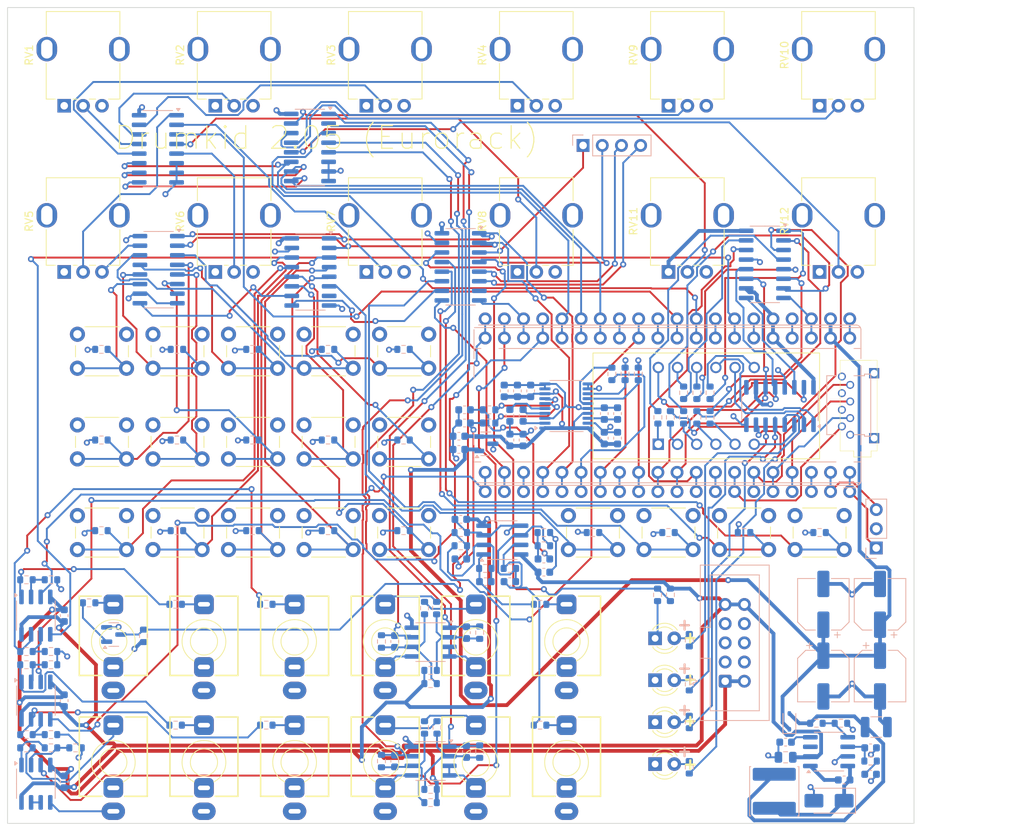
<source format=kicad_pcb>
(kicad_pcb (version 20241229) (generator "pcbnew") (generator_version "9.0")
  (layers (0 "F.Cu" signal) (4 "In1.Cu" signal) (6 "In2.Cu" signal) (2 "B.Cu" signal) (13 "F.Paste" user) (15 "B.Paste" user) (5 "F.SilkS" user "F.Silkscreen") (7 "B.SilkS" user "B.Silkscreen") (1 "F.Mask" user) (3 "B.Mask" user) (25 "Edge.Cuts" user))
  (net 0 "")
  (net 1 "unconnected-(A1-VBUS-Pad40)")
  (net 2 "CV_IN_3")
  (net 3 "unconnected-(A1-RUN-Pad30)")
  (net 4 "GND")
  (net 5 "Net-(D1-A)")
  (net 6 "CV_IN_4")
  (net 7 "+12V")
  (net 8 "TRIGGER_OUT_1_EURO")
  (net 9 "TRIGGER_OUT_2_EURO")
  (net 10 "TRIGGER_OUT_3_EURO")
  (net 11 "TRIGGER_OUT_4_EURO")
  (net 12 "SYNC_IN_EURO")
  (net 13 "SYNC_OUT_EURO")
  (net 15 "SD_CLOCK")
  (net 16 "SD_SERIAL_OUT")
  (net 17 "SD_SERIAL_IN")
  (net 18 "SD_CHIP_SELECT")
  (net 19 "595_DATA")
  (net 20 "595_CLOCK")
  (net 21 "595_LATCH")
  (net 24 "EURO_OUT_1")
  (net 25 "165_LOAD")
  (net 26 "165_CLOCK")
  (net 27 "165_DATA")
  (net 28 "+5V")
  (net 29 "4051_ADDRESS_A")
  (net 30 "4051_ADDRESS_B")
  (net 31 "4051_ADDRESS_C")
  (net 32 "unconnected-(A1-ADC_VREF-Pad35)")
  (net 33 "4051_READING_0")
  (net 34 "4051_READING_1")
  (net 35 "Net-(D5-K)")
  (net 36 "EURO_OUT_2")
  (net 38 "Net-(J14-PadT)")
  (net 39 "unconnected-(A1-3V3_EN-Pad37)")
  (net 40 "Net-(U7A--)")
  (net 41 "+3.3VDAC")
  (net 42 "Net-(U2-QB)")
  (net 43 "Net-(U2-QC)")
  (net 44 "Net-(U2-QD)")
  (net 45 "Net-(U2-QE)")
  (net 46 "Net-(U2-QF)")
  (net 47 "Net-(U2-QG)")
  (net 48 "Net-(U2-QH)")
  (net 49 "Net-(C10-Pad1)")
  (net 50 "Net-(U2-QA)")
  (net 51 "Net-(U7B--)")
  (net 52 "Net-(D6-A)")
  (net 53 "LINE_OUT_L")
  (net 54 "Net-(U12-BOOT)")
  (net 55 "LINE_OUT_R")
  (net 56 "Net-(U12-SS)")
  (net 57 "-12V")
  (net 58 "Net-(U12-COMP)")
  (net 59 "Net-(C18-Pad2)")
  (net 60 "Net-(C17-Pad2)")
  (net 62 "Net-(U13A--)")
  (net 63 "Net-(C21-Pad2)")
  (net 64 "Net-(C22-Pad2)")
  (net 65 "Net-(U13B--)")
  (net 66 "Net-(U8A--)")
  (net 67 "CV_IN_1")
  (net 68 "Net-(U8B--)")
  (net 69 "CV_IN_2")
  (net 70 "Net-(U14-CAPM)")
  (net 71 "Net-(U14-CAPP)")
  (net 75 "SERIAL_RX")
  (net 76 "DAC_LRC")
  (net 77 "DAC_BCLK")
  (net 78 "TRIGGER_OUT_1")
  (net 79 "DAC_DOUT")
  (net 80 "SERIAL_TX")
  (net 82 "Net-(D2-A)")
  (net 83 "Net-(D3-A)")
  (net 84 "Net-(D4-A)")
  (net 85 "TRIGGER_OUT_2")
  (net 86 "TRIGGER_OUT_3")
  (net 87 "TRIGGER_OUT_4")
  (net 88 "SYNC_OUT")
  (net 89 "+3.3V")
  (net 90 "SYNC_IN")
  (net 91 "Net-(U14-VNEG)")
  (net 92 "Net-(U14-LDOO)")
  (net 93 "Net-(U5-D0)")
  (net 95 "Net-(J11-PadT)")
  (net 96 "Net-(J12-PadT)")
  (net 97 "Net-(J15-Pin_1)")
  (net 98 "Net-(J13-PadT)")
  (net 99 "Net-(U5-D1)")
  (net 100 "Net-(U5-D2)")
  (net 101 "Net-(U5-D3)")
  (net 102 "Net-(U5-D4)")
  (net 103 "Net-(U5-D5)")
  (net 104 "Net-(U5-D6)")
  (net 105 "Net-(U5-D7)")
  (net 106 "Net-(Q1-B)")
  (net 108 "/Shift register in 1/DATA_OUT")
  (net 109 "Net-(J15-Pin_3)")
  (net 110 "Net-(J15-Pin_2)")
  (net 111 "/Shift register in 2/DATA_OUT")
  (net 112 "Net-(J15-Pin_4)")
  (net 113 "Net-(U1-QE)")
  (net 114 "Net-(U3-e)")
  (net 115 "Net-(U1-QG)")
  (net 116 "Net-(U3-g)")
  (net 117 "12V DETECTION")
  (net 118 "Net-(U3-DPX)")
  (net 119 "Net-(U1-QH)")
  (net 120 "Net-(U1-QA)")
  (net 121 "Net-(U3-a)")
  (net 122 "Net-(U3-b)")
  (net 123 "Net-(U1-QB)")
  (net 124 "Net-(U3-c)")
  (net 125 "Net-(U1-QC)")
  (net 126 "Net-(U1-QD)")
  (net 127 "Net-(U3-d)")
  (net 128 "Net-(U3-f)")
  (net 129 "Net-(U1-QF)")
  (net 130 "Net-(U4-D0)")
  (net 131 "Net-(U4-D1)")
  (net 132 "Net-(U4-D2)")
  (net 133 "Net-(U4-D3)")
  (net 134 "Net-(U4-D4)")
  (net 135 "Net-(U4-D5)")
  (net 136 "Net-(U4-D6)")
  (net 137 "Net-(U4-D7)")
  (net 138 "Net-(U10-D0)")
  (net 139 "Net-(U10-D1)")
  (net 140 "Net-(U16B--)")
  (net 141 "Net-(U16A--)")
  (net 142 "Net-(R66-Pad1)")
  (net 143 "Net-(R67-Pad1)")
  (net 144 "Net-(U17B--)")
  (net 145 "Net-(U17A--)")
  (net 146 "Net-(R72-Pad1)")
  (net 147 "Net-(R73-Pad1)")
  (net 148 "Net-(U10-D2)")
  (net 149 "Net-(R77-Pad1)")
  (net 150 "Net-(U12-VSENSE)")
  (net 151 "Net-(U14-BCK)")
  (net 152 "Net-(U14-DIN)")
  (net 153 "Net-(U14-LRCK)")
  (net 154 "Net-(U14-OUTL)")
  (net 155 "Net-(U14-OUTR)")
  (net 156 "Net-(U15B--)")
  (net 157 "Net-(U15A--)")
  (net 158 "Net-(U6-A0)")
  (net 159 "Net-(U6-A1)")
  (net 160 "Net-(U6-A2)")
  (net 161 "Net-(U6-A3)")
  (net 162 "Net-(U6-A4)")
  (net 163 "Net-(U6-A5)")
  (net 164 "Net-(U6-A6)")
  (net 165 "Net-(U6-A7)")
  (net 166 "Net-(U9-A0)")
  (net 167 "Net-(U9-A1)")
  (net 168 "Net-(U9-A2)")
  (net 169 "Net-(U9-A3)")
  (net 170 "Net-(U1-QH')")
  (footprint "Button_Switch_THT:SW_PUSH_6mm" (layer "F.Cu") (at 119.25 95.25)
    (property "Reference" "SW10" (hide yes))
    (property "Value" "SW_Push" (hide yes))
  )
  (footprint "Button_Switch_THT:SW_PUSH_6mm" (layer "F.Cu") (at 99.25 95.25)
    (property "Reference" "SW8" (hide yes))
    (property "Value" "SW_Push" (hide yes))
  )
  (footprint "Library:Potentiometer_Alps_RK09K_vertical_biggerholes" (layer "F.Cu") (at 117.5 53 90)
    (property "Reference" "RV3")
    (property "Value" "10k")
  )
  (footprint "AudioJacks:Jack_3.5mm_QingPu_WQP-PJ398SM_Vertical" (layer "F.Cu") (at 96 123.92)
    (property "Reference" "J1" (hide yes))
    (property "Value" "Trigger_Out_1" (hide yes))
  )
  (footprint "AudioJacks:Jack_3.5mm_QingPu_WQP-PJ398SM_Vertical" (layer "F.Cu") (at 132 123.92)
    (property "Reference" "J12" (hide yes))
    (property "Value" "CV_In_2" (hide yes))
  )
  (footprint "Library:Potentiometer_Alps_RK09K_vertical_biggerholes" (layer "F.Cu") (at 137.5 75 90)
    (property "Reference" "RV8")
    (property "Value" "10k")
  )
  (footprint "AudioJacks:Jack_3.5mm_QingPu_WQP-PJ398SM_Vertical" (layer "F.Cu") (at 120 123.92)
    (property "Reference" "J11" (hide yes))
    (property "Value" "CV_In_1" (hide yes))
  )
  (footprint "Button_Switch_THT:SW_PUSH_6mm" (layer "F.Cu") (at 174.25 107.25)
    (property "Reference" "SW19" (hide yes))
    (property "Value" "SW_Push" (hide yes))
  )
  (footprint "AudioJacks:Jack_3.5mm_QingPu_WQP-PJ398SM_Vertical" (layer "F.Cu") (at 144 139.92)
    (property "Reference" "J9" (hide yes))
    (property "Value" "Euro_Out_2" (hide yes))
  )
  (footprint "Library:Potentiometer_Alps_RK09K_vertical_biggerholes" (layer "F.Cu") (at 137.5 53 90)
    (property "Reference" "RV4")
    (property "Value" "10k")
  )
  (footprint "Button_Switch_THT:SW_PUSH_6mm" (layer "F.Cu") (at 99.25 83.25)
    (property "Reference" "SW3" (hide yes))
    (property "Value" "SW_Push" (hide yes))
  )
  (footprint "Library:Potentiometer_Alps_RK09K_vertical_biggerholes" (layer "F.Cu") (at 77.5 53 90)
    (property "Reference" "RV1")
    (property "Value" "10k")
  )
  (footprint "Library:Potentiometer_Alps_RK09K_vertical_biggerholes" (layer "F.Cu") (at 177.5 53 90)
    (property "Reference" "RV10")
    (property "Value" "10k")
  )
  (footprint "AudioJacks:Jack_3.5mm_QingPu_WQP-PJ398SM_Vertical" (layer "F.Cu") (at 84 123.92)
    (property "Reference" "J3" (hide yes))
    (property "Value" "Sync_In" (hide yes))
  )
  (footprint "Button_Switch_THT:SW_PUSH_6mm" (layer "F.Cu") (at 109.25 95.25)
    (property "Reference" "SW9" (hide yes))
    (property "Value" "SW_Push" (hide yes))
  )
  (footprint "AudioJacks:Jack_3.5mm_QingPu_WQP-PJ398SM_Vertical" (layer "F.Cu") (at 120 139.92)
    (property "Reference" "J13" (hide yes))
    (property "Value" "CV_In_3" (hide yes))
  )
  (footprint "AudioJacks:Jack_3.5mm_QingPu_WQP-PJ398SM_Vertical" (layer "F.Cu") (at 132 139.92)
    (property "Reference" "J14" (hide yes))
    (property "Value" "CV_In_4" (hide yes))
  )
  (footprint "Button_Switch_THT:SW_PUSH_6mm" (layer "F.Cu") (at 79.25 95.25)
    (property "Reference" "SW6" (hide yes))
    (property "Value" "SW_Push" (hide yes))
  )
  (footprint "Library:Potentiometer_Alps_RK09K_vertical_biggerholes" (layer "F.Cu") (at 117.5 75 90)
    (property "Reference" "RV7")
    (property "Value" "10k")
  )
  (footprint "Button_Switch_THT:SW_PUSH_6mm" (layer "F.Cu") (at 154.25 107.25)
    (property "Reference" "SW17" (hide yes))
    (property "Value" "SW_Push" (hide yes))
  )
  (footprint "Button_Switch_THT:SW_PUSH_6mm" (layer "F.Cu") (at 79.25 83.25)
    (property "Reference" "SW1" (hide yes))
    (property "Value" "SW_Push" (hide yes))
  )
  (footprint "Library:SR410361N" (layer "F.Cu") (at 156.15 97.81 90)
    (property "Reference" "U3" (hide yes))
    (property "Value" "CA56-12EWA" (hide yes))
  )
  (footprint "misc:YAMAICHI_MICROSD_VERTICAL" (layer "F.Cu") (at 181.55 92.7 90)
    (property "Reference" "J5" (hide yes))
    (property "Value" "Micro_SD_Card" (hide yes))
  )
  (footprint "LED_THT:LED_D3.0mm" (layer "F.Cu") (at 155.725 134.6)
    (property "Reference" "D3" (hide yes))
    (property "Value" "LED" (hide yes))
  )
  (footprint "Library:Potentiometer_Alps_RK09K_vertical_biggerholes" (layer "F.Cu") (at 157.5 75 90)
    (property "Reference" "RV11")
    (property "Value" "10k")
  )
  (footprint "Library:Potentiometer_Alps_RK09K_vertical_biggerholes" (layer "F.Cu") (at 157.5 53 90)
    (property "Reference" "RV9")
    (property "Value" "10k")
  )
  (footprint "AudioJacks:Jack_3.5mm_QingPu_WQP-PJ398SM_Vertical" (layer "F.Cu") (at 96 139.92)
    (property "Reference" "J6" (hide yes))
    (property "Value" "Trigger_Out_3" (hide yes))
  )
  (footprint "Button_Switch_THT:SW_PUSH_6mm" (layer "F.Cu") (at 119.25 107.25)
    (property "Reference" "SW15" (hide yes))
    (property "Value" "SW_Push" (hide yes))
  )
  (footprint "Button_Switch_THT:SW_PUSH_6mm" (layer "F.Cu") (at 99.25 107.25)
    (property "Reference" "SW13" (hide yes))
    (property "Value" "SW_Push" (hide yes))
  )
  (footprint "Button_Switch_THT:SW_PUSH_6mm" (layer "F.Cu") (at 164.25 107.25)
    (property "Reference" "SW18" (hide yes))
    (property "Value" "SW_Push" (hide yes))
  )
  (footprint "Button_Switch_THT:SW_PUSH_6mm" (layer "F.Cu") (at 79.25 107.25)
    (property "Reference" "SW11" (hide yes))
    (property "Value" "SW_Push" (hide yes))
  )
  (footprint "Button_Switch_THT:SW_PUSH_6mm" (layer "F.Cu") (at 89.25 83.25)
    (property "Reference" "SW2" (hide yes))
    (property "Value" "SW_Push" (hide yes))
  )
  (footprint "Button_Switch_THT:SW_PUSH_6mm" (layer "F.Cu") (at 89.25 95.25)
    (property "Reference" "SW7" (hide yes))
    (property "Value" "SW_Push" (hide yes))
  )
  (footprint "LED_THT:LED_D3.0mm" (layer "F.Cu") (at 155.725 129.05)
    (property "Reference" "D2" (hide yes))
    (property "Value" "LED" (hide yes))
  )
  (footprint "LED_THT:LED_D3.0mm" (layer "F.Cu") (at 155.725 123.5)
    (property "Reference" "D1" (hide yes))
    (property "Value" "LED" (hide yes))
  )
  (footprint "AudioJacks:Jack_3.5mm_QingPu_WQP-PJ398SM_Vertical" (layer "F.Cu") (at 144 123.92)
    (property "Reference" "J4" (hide yes))
    (property "Value" "Euro_Out_1" (hide yes))
  )
  (footprint "Button_Switch_THT:SW_PUSH_6mm" (layer "F.Cu") (at 89.25 107.25)
    (property "Reference" "SW12" (hide yes))
    (property "Value" "SW_Push" (hide yes))
  )
  (footprint "LED_THT:LED_D3.0mm" (layer "F.Cu") (at 155.725 140.15)
    (property "Reference" "D4" (hide yes))
    (property "Value" "LED" (hide yes))
  )
  (footprint "Button_Switch_THT:SW_PUSH_6mm" (layer "F.Cu") (at 109.25 83.25)
    (property "Reference" "SW4" (hide yes))
    (property "Value" "SW_Push" (hide yes))
  )
  (footprint "Library:Potentiometer_Alps_RK09K_vertical_biggerholes" (layer "F.Cu") (at 177.5 75 90)
    (property "Reference" "RV12")
    (property "Value" "10k")
  )
  (footprint "AudioJacks:Jack_3.5mm_QingPu_WQP-PJ398SM_Vertical" (layer "F.Cu") (at 108 139.92)
    (property "Reference" "J7" (hide yes))
    (property "Value" "Trigger_Out_4" (hide yes))
  )
  (footprint "Library:Potentiometer_Alps_RK09K_vertical_biggerholes" (layer "F.Cu") (at 97.5 75 90)
    (property "Reference" "RV6")
    (property "Value" "10k")
  )
  (footprint "AudioJacks:Jack_3.5mm_QingPu_WQP-PJ398SM_Vertical" (layer "F.Cu") (at 108 123.92)
    (property "Reference" "J2" (hide yes))
    (property "Value" "Trigger_Out_2" (hide yes))
  )
  (footprint "Library:Potentiometer_Alps_RK09K_vertical_biggerholes" (layer "F.Cu") (at 77.5 75 90)
    (property "Reference" "RV5")
    (property "Value" "10k")
  )
  (footprint "Button_Switch_THT:SW_PUSH_6mm" (layer "F.Cu") (at 119.25 83.25)
    (property "Reference" "SW5" (hide yes))
    (property "Value" "SW_Push" (hide yes))
  )
  (footprint "Library:Potentiometer_Alps_RK09K_vertical_biggerholes" (layer "F.Cu") (at 97.5 53 90)
    (property "Reference" "RV2")
    (property "Value" "10k")
  )
  (footprint "Button_Switch_THT:SW_PUSH_6mm" (layer "F.Cu") (at 144.25 107.25)
    (property "Reference" "SW16" (hide yes))
    (property "Value" "SW_Push" (hide yes))
  )
  (footprint "AudioJacks:Jack_3.5mm_QingPu_WQP-PJ398SM_Vertical" (layer "F.Cu") (at 84 139.92)
    (property "Reference" "J8" (hide yes))
    (property "Value" "Sync_Out" (hide yes))
  )
  (footprint "Button_Switch_THT:SW_PUSH_6mm" (layer "F.Cu") (at 109.25 107.25)
    (property "Reference" "SW14" (hide yes))
    (property "Value" "SW_Push" (hide yes))
  )
  (footprint "Resistor_SMD:R_0603_1608Metric" (layer "B.Cu") (at 82.425 109.25 180)
    (property "Reference" "R23" (hide yes))
    (property "Value" "10k" (hide yes))
  )
  (footprint "Resistor_SMD:R_0603_1608Metric" (layer "B.Cu") (at 122.425 109.25 180)
    (property "Reference" "R27" (hide yes))
    (property "Value" "10k" (hide yes))
  )
  (footprint "Package_TO_SOT_SMD:SOT-23" (layer "B.Cu") (at 133.3125 97.75)
    (property "Reference" "U11" (hide yes))
    (property "Value" "AP7333-33SAG" (hide yes))
  )
  (footprint "Capacitor_SMD:C_0603_1608Metric" (layer "B.Cu") (at 149 93.75 90)
    (property "Reference" "C31" (hide yes))
    (property "Value" "0.1uF" (hide yes))
  )
  (footprint "Capacitor_SMD:C_0603_1608Metric" (layer "B.Cu") (at 180.75 142.25 180)
    (property "Reference" "C7" (hide yes))
    (property "Value" "100nF" (hide yes))
  )
  (footprint "Resistor_SMD:R_0603_1608Metric" (layer "B.Cu") (at 126 127.75)
    (property "Reference" "R29" (hide yes))
    (property "Value" "240k" (hide yes))
  )
  (footprint "Resistor_SMD:R_0603_1608Metric" (layer "B.Cu") (at 72.5 136.25)
    (property "Reference" "R72" (hide yes))
    (property "Value" "100k" (hide yes))
  )
  (footprint "Resistor_SMD:R_0603_1608Metric" (layer "B.Cu") (at 160.25 123.75 -90)
    (property "Reference" "R1" (hide yes))
    (property "Value" "75R" (hide yes))
  )
  (footprint "Resistor_SMD:R_0603_1608Metric" (layer "B.Cu") (at 122.425 97.25 180)
    (property "Reference" "R22" (hide yes))
    (property "Value" "10k" (hide yes))
  )
  (footprint "Capacitor_SMD:C_0603_1608Metric" (layer "B.Cu") (at 77.5 120.5 90)
    (property "Reference" "C36" (hide yes))
    (property "Value" "100n" (hide yes))
  )
  (footprint "Resistor_SMD:R_0603_1608Metric" (layer "B.Cu") (at 133.75 93.25 180)
    (property "Reference" "R61" (hide yes))
    (property "Value" "470R" (hide yes))
  )
  (footprint "Resistor_SMD:R_0603_1608Metric" (layer "B.Cu") (at 122.425 85.25 180)
    (property "Reference" "R17" (hide yes))
    (property "Value" "10k" (hide yes))
  )
  (footprint "Resistor_SMD:R_0603_1608Metric" (layer "B.Cu") (at 75.75 125.25)
    (property "Reference" "R64" (hide yes))
    (property "Value" "100k" (hide yes))
  )
  (footprint "Resistor_SMD:R_0603_1608Metric" (layer "B.Cu") (at 82.425 97.25 180)
    (property "Reference" "R18" (hide yes))
    (property "Value" "10k" (hide yes))
  )
  (footprint "Resistor_SMD:R_0603_1608Metric" (layer "B.Cu") (at 92.25 135)
    (property "Reference" "R75" (hide yes))
    (property "Value" "1k" (hide yes))
  )
  (footprint "Capacitor_SMD:CP_Elec_6.3x7.7" (layer "B.Cu") (at 178 128.5 -90)
    (property "Reference" "C14" (hide yes))
    (property "Value" "470uF" (hide yes))
  )
  (footprint "Resistor_SMD:R_0603_1608Metric" (layer "B.Cu") (at 79 138)
    (property "Reference" "R76" (hide yes))
    (property "Value" "100k" (hide yes))
  )
  (footprint "Capacitor_SMD:C_0603_1608Metric" (layer "B.Cu") (at 173 137.25 180)
    (property "Reference" "C8" (hide yes))
    (property "Value" "8.2nF" (hide yes))
  )
  (footprint "Package_SO:SOIC-8_3.9x4.9mm_P1.27mm" (layer "B.Cu") (at 73.75 142.75 -90)
    (property "Reference" "U17" (hide yes))
    (property "Value" "TL072" (hide yes))
  )
  (footprint "Resistor_SMD:R_0603_1608Metric" (layer "B.Cu") (at 75.75 115.75)
    (property "Reference" "R65" (hide yes))
    (property "Value" "100k" (hide yes))
  )
  (footprint "Resistor_SMD:R_0603_1608Metric" (layer "B.Cu") (at 157.5 109.5 180)
    (property "Reference" "R43" (hide yes))
    (property "Value" "10k" (hide yes))
  )
  (footprint "Capacitor_SMD:C_0603_1608Metric" (layer "B.Cu") (at 184.25 141.5)
    (property "Reference" "C10" (hide yes))
    (property "Value" "1nF" (hide yes))
  )
  (footprint "Resistor_SMD:R_0603_1608Metric" (layer "B.Cu") (at 157.75 94.25 90)
    (property "Reference" "R11" (hide yes))
    (property "Value" "75R" (hide yes))
  )
  (footprint "Capacitor_SMD:C_0603_1608Metric" (layer "B.Cu") (at 136.5 94 -90)
    (property "Reference" "C27" (hide yes))
    (property "Value" "2.2uF" (hide yes))
  )
  (footprint "Capacitor_SMD:C_0603_1608Metric" (layer "B.Cu") (at 135.75 90.75 90)
    (property "Reference" "C25" (hide yes))
    (property "Value" "10uF" (hide yes))
  )
  (footprint "Resistor_SMD:R_0603_1608Metric" (layer "B.Cu") (at 126 143.5 180)
    (property "Reference" "R35" (hide yes))
    (property "Value" "240k" (hide yes))
  )
  (footprint "Resistor_SMD:R_0603_1608Metric" (layer "B.Cu") (at 163 91 -90)
    (property "Reference" "R9" (hide yes))
    (property "Value" "75R" (hide yes))
  )
  (footprint "Capacitor_SMD:C_0603_1608Metric" (layer "B.Cu") (at 129.75 98.5 180)
    (property "Reference" "C5" (hide yes))
    (property "Value" "1uF" (hide yes))
  )
  (footprint "Capacitor_SMD:C_0603_1608Metric" (layer "B.Cu") (at 141 114.75)
    (property "Reference" "C19" (hide yes))
    (property "Value" "100n" (hide yes))
  )
  (footprint "Resistor_SMD:R_0603_1608Metric" (layer "B.Cu") (at 156.09 94.25 90)
    (property "Reference" "R5" (hide yes))
    (property "Value" "75R" (hide yes))
  )
  (footprint "Capacitor_SMD:C_1210_3225Metric" (layer "B.Cu") (at 185 135.25)
    (property "Reference" "C12" (hide yes))
    (property "Value" "47uF" (hide yes))
  )
  (footprint "Resistor_SMD:R_0603_1608Metric" (layer "B.Cu") (at 112.425 109.25 180)
    (property "Reference" "R26" (hide yes))
    (property "Value" "10k" (hide yes))
  )
  (footprint "Resistor_SMD:R_0603_1608Metric" (layer "B.Cu") (at 167.5 109.5 180)
    (property "Reference" "R44" (hide yes))
    (property "Value" "10k" (hide yes))
  )
  (footprint "Package_SO:SOIC-16_3.9x9.9mm_P1.27mm" (layer "B.Cu") (at 89.9 58.7 180)
    (property "Reference" "U6" (hide yes))
    (property "Value" "74HC4051" (hide yes))
  )
  (footprint "Resistor_SMD:R_0603_1608Metric" (layer "B.Cu") (at 92.425 85.25 180)
    (property "Reference" "R14" (hide yes))
    (property "Value" "10k" (hide yes))
  )
  (footprint "Resistor_SMD:R_0603_1608Metric" (layer "B.Cu") (at 159.5 91 -90)
    (property "Reference" "R8" (hide yes))
    (property "Value" "75R" (hide yes))
  )
  (footprint "Package_SO:SOIC-16_3.9x9.9mm_P1.27mm" (layer "B.Cu") (at 170.25 74 180)
    (property "Reference" "U1" (hide yes))
    (property "Value" "74HC595" (hide yes))
  )
  (footprint "Capacitor_SMD:C_0603_1608Metric" (layer "B.Cu") (at 130.5 93.25 180)
    (property "Reference" "C35" (hide yes))
    (property "Value" "2.2nF" (hide yes))
  )
  (footprint "Resistor_SMD:R_0603_1608Metric" (layer "B.Cu") (at 72.5 115.75)
    (property "Reference" "R67" (hide yes))
    (property "Value" "100k" (hide yes))
  )
  (footprint "Resistor_SMD:R_0603_1608Metric" (layer "B.Cu") (at 126.8 119.5 -90)
    (property "Reference" "R30" (hide yes))
    (property "Value" "100k" (hide yes))
  )
  (footprint "Resistor_SMD:R_0603_1608Metric" (layer "B.Cu") (at 102.425 85.25 180)
    (property "Reference" "R15" (hide yes))
    (property "Value" "10k" (hide yes))
  )
  (footprint "Resistor_SMD:R_0603_1608Metric" (layer "B.Cu") (at 126.85 135.3 -90)
    (property "Reference" "R36" (hide yes))
    (property "Value" "100k" (hide yes))
  )
  (footprint "Resistor_SMD:R_0603_1608Metric" (layer "B.Cu") (at 112.425 97.25 180)
    (property "Reference" "R21" (hide yes))
    (property "Value" "10k" (hide yes))
  )
  (footprint "Capacitor_SMD:CP_Elec_6.3x7.7" (layer "B.Cu") (at 178 119 90)
    (property "Reference" "C16" (hide yes))
    (property "Value" "470uF" (hide yes))
  )
  (footprint "Resistor_SMD:R_0603_1608Metric" (layer "B.Cu") (at 102.425 97.25 180)
    (property "Reference" "R20" (hide yes))
    (property "Value" "10k" (hide yes))
  )
  (footprint "Resistor_SMD:R_0603_1608Metric" (layer "B.Cu") (at 161.25 94.25 90)
    (property "Reference" "R10" (hide yes))
    (property "Value" "75R" (hide yes))
  )
  (footprint "Resistor_SMD:R_0603_1608Metric" (layer "B.Cu") (at 82.425 85.25 180)
    (property "Reference" "R13" (hide yes))
    (property "Value" "10k" (hide yes))
  )
  (footprint "Package_SO:SOIC-8_3.9x4.9mm_P1.27mm" (layer "B.Cu") (at 73.75 120.5 -90)
    (property "Reference" "U15" (hide yes))
    (property "Value" "TL072" (hide yes))
  )
  (footprint "Capacitor_SMD:C_0603_1608Metric" (layer "B.Cu") (at 136.5 116 180)
    (property "Reference" "C22" (hide yes))
    (property "Value" "18p" (hide yes))
  )
  (footprint "Capacitor_SMD:C_0603_1608Metric" (layer "B.Cu") (at 77.5 142.5 90)
    (property "Reference" "C38" (hide yes))
    (property "Value" "100n" (hide yes))
  )
  (footprint "Resistor_SMD:R_0603_1608Metric" (layer "B.Cu") (at 160.25 140.575 -90)
    (property "Reference" "R4" (hide yes))
    (property "Value" "75R" (hide yes))
  )
  (footprint "Package_SO:TSSOP-20_4.4x6.5mm_P0.65mm" (layer "B.Cu") (at 144 92.75)
    (property "Reference" "U14" (hide yes))
    (property "Value" "PCM5102" (hide yes))
  )
  (footprint "Resistor_SMD:R_0603_1608Metric" (layer "B.Cu") (at 130 111.25 180)
    (property "Reference" "R51" (hide yes))
    (property "Value" "5.6k" (hide yes))
  )
  (footprint "Resistor_SMD:R_0603_1608Metric" (layer "B.Cu") (at 104.25 119)
    (property "Reference" "R68" (hide yes))
    (property "Value" "1k" (hide yes))
  )
  (footprint "Capacitor_SMD:C_0603_1608Metric" (layer "B.Cu") (at 149 97 90)
    (property "Reference" "C28" (hide yes))
    (property "Value" "0.1uF" (hide yes))
  )
  (footprint "Resistor_SMD:R_0603_1608Metric" (layer "B.Cu") (at 150 88.5 90)
    (property "Reference" "R59" (hide yes))
    (property "Value" "56R" (hide yes))
  )
  (footprint "Capacitor_SMD:C_0603_1608Metric" (layer "B.Cu") (at 139.25 90.75 90)
    (property "Reference" "C23" (hide yes))
    (property "Value" "0.1uF" (hide yes))
  )
  (footprint "Capacitor_SMD:C_0603_1608Metric" (layer "B.Cu") (at 138.25 94 90)
    (property "Reference" "C26" (hide yes))
    (property "Value" "2.2uF" (hide yes))
  )
  (footprint "Resistor_SMD:R_0603_1608Metric" (layer "B.Cu") (at 159.5 94.25 90)
    (property "Reference" "R7" (hide yes))
    (property "Value" "75R" (hide yes))
  )
  (footprint "Capacitor_SMD:C_0603_1608Metric" (layer "B.Cu") (at 121.25 139.75 90)
    (property "Reference" "C4" (hide yes))
    (property "Value" "1n" (hide yes))
  )
  (footprint "Resistor_SMD:R_0603_1608Metric" (layer "B.Cu") (at 112.425 85.25 180)
    (property "Reference" "R16" (hide yes))
    (property "Value" "10k" (hide yes))
  )
  (footprint "Capacitor_SMD:C_0603_1608Metric" (layer "B.Cu") (at 184.25 138)
    (property "Reference" "C11" (hide yes))
    (property "Value" "10pF" (hide yes))
  )
  (footprint "Resistor_SMD:R_0603_1608Metric" (layer "B.Cu") (at 184.25 139.75)
    (property "Reference" "R46" (hide yes))
    (property "Value" "43.2k" (hide yes))
  )
  (footprint "Resistor_SMD:R_0603_1608Metric" (layer "B.Cu") (at 133.75 95 180)
    (property "Reference" "R60" (hide yes))
    (property "Value" "470R" (hide yes))
  )
  (footprint "Resistor_SMD:R_0603_1608Metric" (layer "B.Cu") (at 163 94.25 90)
    (property "Reference" "R6" (hide yes))
    (property "Value" "75R" (hide yes))
  )
  (footprint "Resistor_SMD:R_0603_1608Metric" (layer "B.Cu") (at 72.5 138)
    (property "Reference" "R78" (hide yes))
    (property "Value" "1k" (hide yes))
  )
  (footprint "Diode_SMD:D_SOD-323" (layer "B.Cu") (at 173.5 134.5 90)
    (property "Reference" "D6" (hide yes))
    (property "Value" "1N5819WS" (hide yes))
  )
  (footprint "Resistor_SMD:R_0603_1608Metric" (layer "B.Cu") (at 92.25 119)
    (property "Reference" "R69" (hide yes))
    (property "Value" "1k" (hide yes))
  )
  (footprint "Capacitor_SMD:C_0603_1608Metric" (layer "B.Cu") (at 133.25 116 180)
    (property "Reference" "C21" (hide yes))
    (property "Value" "18p" (hide yes))
  )
  (footprint "Capacitor_SMD:C_0603_1608Metric" (layer "B.Cu") (at 137.5 90.75 90)
    (property "Reference" "C24" (hide yes))
    (property "Value" "1uF" (hide yes))
  )
  (footprint "Resistor_SMD:R_0603_1608Metric" (layer "B.Cu") (at 133.25 114.25 180)
    (property "Reference" "R53" (hide yes))
    (property "Value" "39k" (hide yes))
  )
  (footprint "Package_SO:SOIC-16_3.9x9.9mm_P1.27mm" (layer "B.Cu") (at 172.25 92.75 90)
    (property "Reference" "U2" (hide yes))
    (property "Value" "74HC595" (hide yes))
  )
  (footprint "Capacitor_SMD:C_0603_1608Metric" (layer "B.Cu") (at 150.75 93.75 90)
    (property "Reference" "C29" (hide yes))
    (property "Value" "1uF" (hide yes))
  )
  (footprint "Capacitor_SMD:C_0603_1608Metric" (layer "B.Cu") (at 130 113)
    (property "Reference" "C17" (hide yes))
    (property "Value" "10uF" (hide yes))
  )
  (footprint "Resistor_SMD:R_0603_1608Metric" (layer "B.Cu") (at 156.05 117.75 90)
    (property "Reference" "R42" (hide yes))
    (property "Value" "100k" (hide yes))
  )
  (footprint "Package_SO:SOIC-16_3.9x9.9mm_P1.27mm" (layer "B.Cu") (at 110.025 58.525 180)
    (property "Reference" "U9" (hide yes))
    (property "Value" "74HC4051" (hide yes))
  )
  (footprint "Capacitor_SMD:C_0603_1608Metric" (layer "B.Cu") (at 121.25 123.92 90)
    (property "Reference" "C2" (hide yes))
    (property "Value" "1n" (hide yes))
  )
  (footprint "Package_SO:SOIC-8_3.9x4.9mm_P1.27mm" (layer "B.Cu") (at 135.5 110.5)
    (property "Reference" "U13" (hide yes))
    (property "Value" "TL072" (hide yes))
  )
  (footprint "Resistor_SMD:R_0603_1608Metric" (layer "B.Cu") (at 140.5 135)
    (property "Reference" "R56" (hide yes))
    (property "Value" "1k" (hide yes))
  )
  (footprint "Resistor_SMD:R_0603_1608Metric" (layer "B.Cu") (at 160.25 129.575 -90)
    (property "Reference" "R2" (hide yes))
    (property "Value" "75R" (hide yes))
  )
  (footprint "Connector_PinHeader_2.54mm:PinHeader_1x03_P2.54mm_Vertical" (layer "B.Cu") (at 185 111.54)
    (property "Reference" "J10" (hide yes))
    (property "Value" "Conn_01x03_Pin" (hide yes))
  )
  (footprint "Resistor_SMD:R_0603_1608Metric" (layer "B.Cu") (at 75.75 138)
    (property "Reference" "R77" (hide yes))
    (property "Value" "100k" (hide yes))
  )
  (footprint "Package_TO_SOT_SMD:SOT-23" (layer "B.Cu") (at 84.0625 123)
    (property "Reference" "Q1" (hide yes))
    (property "Value" "MMBT3904" (hide yes))
  )
  (footprint "Resistor_SMD:R_0603_1608Metric" (layer "B.Cu") (at 141 111.25)
    (property "Reference" "R52" (hide yes))
    (property "Value" "5.6k" (hide yes))
  )
  (footprint "Capacitor_SMD:C_0603_1608Metric" (layer "B.Cu") (at 130.5 95 180)
    (property "Reference" "C33" (hide yes))
    (property "Value" "2.2nF" (hide yes))
  )
  (footprint "Capacitor_SMD:CP_Elec_6.3x7.7" (layer "B.Cu") (at 185.5 119 90)
    (property "Reference" "C15" (hide yes))
    (property "Value" "470uF" (hide yes))
  )
  (footprint "Resistor_SMD:R_0603_1608Metric" (layer "B.Cu") (at 161.25 91 -90)
    (property "Reference" "R12" (hide yes))
    (property "Value" "75R" (hide yes))
  )
  (footprint "Capacitor_SMD:C_0805_2012Metric" (layer "B.Cu") (at 173 139.25 180)
    (property "Reference" "C6" (hide yes))
    (property "Value" "22uF" (hide yes))
  )
  (footprint "Capacitor_SMD:C_0603_1608Metric" (layer "B.Cu") (at 138.25 97.25 90)
    (property "Reference" "C32" (hide yes))
    (property "Value" "0.1uF" (hide yes))
  )
  (footprint "Connector_IDC:IDC-Header_2x05_P2.54mm_Vertical" (layer "B.Cu") (at 165 129.18)
    (property "Reference" "J16" (hide yes))
    (property "Value" "Eurorack_Power" (hide yes))
  )
  (footprint "Package_SO:SOIC-16_3.9x9.9mm_P1.27mm" (layer "B.Cu") (at 110.1 75 180)
    (property "Reference" "U5" (hide yes))
    (property "Value" "74HC165" (hide yes))
  )
  (footprint "Capacitor_SMD:C_0603_1608Metric" (layer "B.Cu") (at 130.75 122.75 90)
    (property "Reference" "C1" (hide yes))
    (property "Value" "1n" (hide yes))
  )
  (footprint "Capacitor_SMD:CP_Elec_6.3x7.7" (layer "B.Cu") (at 185.5 128.5 -90)
    (property "Reference" "C13" (hide yes))
    (property "Value" "470uF" (hide yes))
  )
  (footprint "Resistor_SMD:R_0603_1608Metric" (layer "B.Cu") (at 147.5 109.5 180)
    (property "Reference" "R28" (hide yes))
    (property "Value" "10k" (hide yes))
  )
  (footprint "Resistor_SMD:R_0603_1608Metric" (layer "B.Cu") (at 119.5 123.92 90)
    (property "Reference" "R34" (hide yes))
    (property "Value" "33k" (hide yes))
  )
  (footprint "Resistor_SMD:R_0603_1608Metric" (layer "B.Cu") (at 132.5 122.75 90)
    (property "Reference" "R33" (hide yes))
    (property "Value" "33k" (hide yes))
  )
  (footprint "Package_SO:SOIC-8_3.9x4.9mm_P1.27mm" (layer "B.Cu") (at 178.75 138.5)
    (property "Reference" "U12" (hide yes))
    (property "Value" "TPS54331DR" (hide yes))
  )
  (footprint "Diode_SMD:D_SMA" (layer "B.Cu") (at 178.75 145 180)
    (property "Reference" "D5" (hide yes))
    (property "Value" "B340A" (hide yes))
  )
  (footprint "Resistor_SMD:R_0603_1608Metric" (layer "B.Cu") (at 153.5 88.5 -90)
    (property "Reference" "R58" (hide yes))
    (property "Value" "56R" (hide yes))
  )
  (footprint "Capacitor_SMD:C_0603_1608Metric" (layer "B.Cu") (at 141 113 180)
    (property "Reference" "C18" (hide yes))
    (property "Value" "10uF" (hide yes))
  )
  (footprint "Resistor_SMD:R_0603_1608Metric" (layer "B.Cu") (at 72.5 125.25)
    (property "Reference" "R66" (hide yes))
    (property "Value" "100k" (hide yes))
  )
  (footprint "Package_SO:SOIC-16_3.9x9.9mm_P1.27mm" (layer "B.Cu") (at 129.975 74.325 180)
    (property "Reference" "U10" (hide yes))
    (property "Value" "74HC165" (hide yes))
  )
  (footprint "Capacitor_SMD:C_0603_1608Metric" (layer "B.Cu") (at 129.75 96.75 180)
    (property "Reference" "C9" (hide yes))
    (property "Value" "1uF" (hide yes))
  )
  (footprint "Resistor_SMD:R_0603_1608Metric" (layer "B.Cu") (at 80.8 118.8 180)
    (property "Reference" "R62" (hide yes))
    (property "Value" "100K" (hide yes))
  )
  (footprint "Capacitor_SMD:C_0603_1608Metric" (layer "B.Cu") (at 130 107.75)
    (property "Reference" "C20" (hide yes))
    (property "Value" "100n" (hide yes))
  )
  (footprint "Resistor_SMD:R_0603_1608Metric" (layer "B.Cu") (at 130 109.5)
    (property "Reference" "R49" (hide yes))
    (property "Value" "39k" (hide yes))
  )
  (footprint "Package_SO:SOIC-8_3.9x4.9mm_P1.27mm" (layer "B.Cu") (at 126 124 180)
    (property "Reference" "U7" (hide yes))
    (property "Value" "MCP6002-xSN" (hide yes))
  )
  (footprint "Capacitor_SMD:C_0603_1608Metric" (layer "B.Cu") (at 130.75 138.5 90)
    (property "Reference" "C3" (hide yes))
    (property "Value" "1n" (hide yes))
  )
  (footprint "Resistor_SMD:R_0603_1608Metric" (layer "B.Cu") (at 157.75 117.75 90)
    (property "Reference" "R41" (hide yes))
    (property "Value" "330k" (hide yes))
  )
  (footprint "Resistor_SMD:R_0603_1608Metric" (layer "B.Cu") (at 180.325 134.75)
    (property "Reference" "R48" (hide yes))
    (property "Value" "1.65k" (hide yes))
  )
  (footprint "Capacitor_SMD:C_0603_1608Metric" (layer "B.Cu") (at 77.5 131.75 90)
    (property "Reference" "C37" (hide yes))
    (property "Value" "100n" (hide yes))
  )
  (footprint "Resistor_SMD:R_0603_1608Metric" (layer "B.Cu") (at 151.75 88.5 -90)
    (property "Reference" "R57" (hide yes))
    (property "Value" "56R" (hide yes))
  )
  (footprint "Resistor_SMD:R_0603_1608Metric" (layer "B.Cu") (at 102.425 109.25 180)
    (property "Reference" "R25" (hide yes))
    (property "Value" "10k" (hide yes))
  )
  (footprint "Resistor_SMD:R_0603_1608Metric" (layer "B.Cu") (at 104.25 135)
    (property "Reference" "R74" (hide yes))
    (property "Value" "1k" (hide yes))
  )
  (footprint "Resistor_SMD:R_0603_1608Metric" (layer "B.Cu") (at 141 109.5)
    (property "Reference" "R50" (hide yes))
    (property "Value" "39k" (hide yes))
  )
  (footprint "Capacitor_SMD:C_0603_1608Metric" (layer "B.Cu") (at 136.5 97.25 90)
    (property "Reference" "C34" (hide yes))
    (property "Value" "10uF" (hide yes))
  )
  (footprint "Resistor_SMD:R_0603_1608Metric" (layer "B.Cu") (at 177.075 134.75)
    (property "Reference" "R47" (hide yes))
    (property "Value" "10k" (hide yes))
  )
  (footprint "Resistor_SMD:R_0603_1608Metric" (layer "B.Cu") (at 75.75 136.25)
    (property "Reference" "R70" (hide yes))
    (property "Value" "100k" (hide yes))
  )
  (footprint "Package_SO:SOIC-8_3.9x4.9mm_P1.27mm" (layer "B.Cu") (at 126 139.75 180)
    (property "Reference" "U8" (hide yes))
    (property "Value" "MCP6002-xSN" (hide yes))
  )
  (footprint "Connector_PinHeader_2.54mm:PinHeader_1x04_P2.54mm_Vertical" (layer "B.Cu") (at 146.19 58.25 -90)
    (property "Reference" "J15" (hide yes))
    (property "Value" "Conn_01x04_Pin" (hide yes))
  )
  (footprint "Resistor_SMD:R_0603_1608Metric" (layer "B.Cu") (at 126 129.5)
    (property "Reference" "R31" (hide yes))
    (property "Value" "240k" (hide yes))
  )
  (footprint "Resistor_SMD:R_0603_1608Metric" (layer "B.Cu") (at 132.5 138.5 90)
    (property "Reference" "R39" (hide yes))
    (property "Value" "33k" (hide yes))
  )
  (footprint "Resistor_SMD:R_0603_1608Metric" (layer "B.Cu") (at 125.2 119.5 -90)
    (property "Reference" "R32" (hide yes))
    (property "Value" "100k" (hide yes))
  )
  (footprint "Resistor_SMD:R_0603_1608Metric" (layer "B.Cu") (at 177.5 109.5 180)
    (property "Reference" "R45" (hide yes))
    (property "Value" "10k" (hide yes))
  )
  (footprint "Resistor_SMD:R_0603_1608Metric" (layer "B.Cu") (at 160.25 134.575 -90)
    (property "Reference" "R3" (hide yes))
    (property "Value" "75R" (hide yes))
  )
  (footprint "Resistor_SMD:R_0603_1608Metric" (layer "B.Cu") (at 140.5 119)
    (property "Reference" "R55" (hide yes))
    (property "Value" "1k" (hide yes))
  )
  (footprint "Resistor_SMD:R_0603_1608Metric" (layer "B.Cu") (at 136.5 114.25 180)
    (property "Reference" "R54" (hide yes))
    (property "Value" "39k" (hide yes))
  )
  (footprint "Capacitor_SMD:C_0603_1608Metric" (layer "B.Cu") (at 150.75 97 90)
    (property "Reference" "C30" (hide yes))
    (property "Value" "10uF" (hide yes))
  )
  (footprint "Resistor_SMD:R_0603_1608Metric" (layer "B.Cu") (at 126 145.25 180)
    (property "Reference" "R37" (hide yes))
    (property "Value" "240k" (hide yes))
  )
  (footprint "Resistor_SMD:R_0603_1608Metric" (layer "B.Cu") (at 125.2 135.3 -90)
    (property "Reference" "R38" (hide yes))
    (property "Value" "100k" (hide yes))
  )
  (footprint "Resistor_SMD:R_0603_1608Metric" (layer "B.Cu") (at 119.5 139.75 90)
    (property "Reference" "R40" (hide yes))
    (property "Value" "33k" (hide yes))
  )
  (footprint "Library:RaspberryPi_Pico_Common_THT_dk2" (layer "B.Cu") (at 181.49 101.53 90)
    (property "Reference" "A1" (hide yes))
    (property "Value" "RaspberryPi_Pico" (hide yes))
  )
  (footprint "Resistor_SMD:R_0603_1608Metric" (layer "B.Cu") (at 75.75 127)
    (property "Reference" "R71" (hide yes))
    (property "Value" "100k" (hide yes))
  )
  (footprint "Resistor_SMD:R_0603_1608Metric" (layer "B.Cu") (at 92.425 97.25 180)
    (property "Reference" "R19" (hide yes))
    (property "Value" "10k" (hide yes))
  )
  (footprint "Resistor_SMD:R_0603_1608Metric" (layer "B.Cu") (at 92.425 109.25 180)
    (property "Reference" "R24" (hide yes))
    (property "Value" "10k" (hide yes))
  )
  (footprint "Package_SO:SOIC-8_3.9x4.9mm_P1.27mm" (layer "B.Cu") (at 73.75 131.75 -90)
    (property "Reference" "U16" (hide yes))
    (property "Value" "TL072" (hide yes))
  )
  (footprint "Resistor_SMD:R_0603_1608Metric" (layer "B.Cu") (at 72.5 127)
    (property "Reference" "R73" (hide yes))
    (property "Value" "100k" (hide yes))
  )
  (footprint "Package_SO:SOIC-16_3.9x9.9mm_P1.27mm" (layer "B.Cu") (at 90 74.7 180)
    (property "Reference" "U4" (hide yes))
    (property "Value" "74HC165" (hide yes))
  )
  (footprint "Resistor_SMD:R_0603_1608Metric" (layer "B.Cu") (at 88 123.175 90)
    (property "Reference" "R63" (hide yes))
    (property "Value" "10K" (hide yes))
  )
  (footprint "Inductor_SMD:L_Sunlord_SWPA6045S" (layer "B.Cu") (at 171.5 143.75 90)
    (property "Reference" "L1" (hide yes))
    (property "Value" "10uH" (hide yes))
  )
  (gr_rect (start 70 40) (end 190 148) (stroke (width 0.1)) (fill no) (layer "Edge.Cuts"))
  (gr_text "+" (at 159.25 129.75 0) (layer "F.SilkS") (effects (font (size 1.5 1.5) (thickness 0.3) (bold yes)) (justify left bottom)))
  (gr_text "+" (at 159.25 135.25 0) (layer "F.SilkS") (effects (font (size 1.5 1.5) (thickness 0.3) (bold yes)) (justify left bottom)))
  (gr_text "+" (at 159.25 141 0) (layer "F.SilkS") (effects (font (size 1.5 1.5) (thickness 0.3) (bold yes)) (justify left bottom)))
  (gr_text "Drumkid 2.05 (Eurorack)" (at 84 59 0) (layer "F.SilkS") (effects (font (size 3 3)) (justify left bottom)))
  (gr_text "+" (at 159.25 124.25 0) (layer "F.SilkS") (effects (font (size 1.5 1.5) (thickness 0.3) (bold yes)) (justify left bottom)))
  (gr_text "+" (at 158.5 132.25 180) (layer "B.SilkS") (effects (font (size 1.5 1.5) (thickness 0.3) (bold yes)) (justify left bottom mirror)))
  (gr_text "+" (at 158.5 126.75 180) (layer "B.SilkS") (effects (font (size 1.5 1.5) (thickness 0.3) (bold yes)) (justify left bottom mirror)))
  (gr_text "+" (at 158.5 137.75 180) (layer "B.SilkS") (effects (font (size 1.5 1.5) (thickness 0.3) (bold yes)) (justify left bottom mirror)))
  (gr_text "+" (at 158.5 121 180) (layer "B.SilkS") (effects (font (size 1.5 1.5) (thickness 0.3) (bold yes)) (justify left bottom mirror)))
  (segment (start 181.49 83.75) (end 181.49 81.21) (width 0.25) (layer "B.Cu") (net 1))
  (segment (start 128.7 135.2) (end 128.7 118.97328) (width 0.25) (layer "F.Cu") (net 2))
  (segment (start 131.1 62.1) (end 131.1 67.1) (width 0.25) (layer "F.Cu") (net 2))
  (segment (start 131.4 61.8) (end 131.1 62.1) (width 0.25) (layer "F.Cu") (net 2))
  (segment (start 121.051 97.949) (end 126.1 92.9) (width 0.25) (layer "F.Cu") (net 2))
  (segment (start 128.7 118.97328) (end 121.051 111.32428) (width 0.25) (layer "F.Cu") (net 2))
  (segment (start 121.051 111.32428) (end 121.051 97.949) (width 0.25) (layer "F.Cu") (net 2))
  (via (at 131.1 67.1) (size 0.8) (drill 0.4) (layers "F.Cu" "B.Cu") (net 2))
  (via (at 131.4 61.8) (size 0.8) (drill 0.4) (layers "F.Cu" "B.Cu") (net 2))
  (via (at 128.7 135.2) (size 0.8) (drill 0.4) (layers "F.Cu" "B.Cu") (net 2))
  (via (at 126.1 92.9) (size 0.8) (drill 0.4) (layers "F.Cu" "B.Cu") (net 2))
  (segment (start 128.475 137.845) (end 130.63 137.845) (width 0.25) (layer "B.Cu") (net 2))
  (segment (start 130.63 137.845) (end 130.75 137.725) (width 0.25) (layer "B.Cu") (net 2))
  (segment (start 126.1 92.9) (end 131.1 87.9) (width 0.25) (layer "B.Cu") (net 2))
  (segment (start 128.475 135.425) (end 128.7 135.2) (width 0.25) (layer "B.Cu") (net 2))
  (segment (start 130.75 137.725) (end 132.45 137.725) (width 0.25) (layer "B.Cu") (net 2))
  (segment (start 128.475 137.845) (end 128.475 135.425) (width 0.25) (layer "B.Cu") (net 2))
  (segment (start 112.85 55.7) (end 125.3 55.7) (width 0.25) (layer "B.Cu") (net 2))
  (segment (start 131.1 87.9) (end 131.1 67.1) (width 0.25) (layer "B.Cu") (net 2))
  (segment (start 112.5 55.35) (end 112.85 55.7) (width 0.25) (layer "B.Cu") (net 2))
  (segment (start 125.3 55.7) (end 131.4 61.8) (width 0.25) (layer "B.Cu") (net 2))
  (segment (start 132.45 137.725) (end 132.5 137.675) (width 0.25) (layer "B.Cu") (net 2))
  (segment (start 156.09 83.75) (end 156.09 81.21) (width 0.25) (layer "B.Cu") (net 3))
  (via (at 90.5 85.3) (size 0.8) (drill 0.4) (layers "F.Cu" "B.Cu") (net 4))
  (via (at 110.4 97.5) (size 0.8) (drill 0.4) (layers "F.Cu" "B.Cu") (net 4))
  (via (at 179.5 139.9) (size 0.8) (drill 0.4) (layers "F.Cu" "B.Cu") (net 4))
  (via (at 142.540619 110.359594) (size 0.8) (drill 0.4) (layers "F.Cu" "B.Cu") (net 4))
  (via (at 119.875 97.6) (size 0.8) (drill 0.4) (layers "F.Cu" "B.Cu") (net 4))
  (via (at 181.8 117.7) (size 0.8) (drill 0.4) (layers "F.Cu" "B.Cu") (net 4))
  (via (at 136.1 109.5) (size 0.8) (drill 0.4) (layers "F.Cu" "B.Cu") (net 4))
  (via (at 125.6 69.9) (size 0.8) (drill 0.4) (layers "F.Cu" "B.Cu") (net 4))
  (via (at 181.8 129.5) (size 0.8) (drill 0.4) (layers "F.Cu" "B.Cu") (net 4))
  (via (at 181.9 135.6) (size 0.8) (drill 0.4) (layers "F.Cu" "B.Cu") (net 4))
  (via (at 145.6 92.9) (size 0.8) (drill 0.4) (layers "F.Cu" "B.Cu") (net 4))
  (via (at 114.3 79.9) (size 0.8) (drill 0.4) (layers "F.Cu" "B.Cu") (net 4))
  (via (at 120.5 85.3) (size 0.8) (drill 0.4) (layers "F.Cu" "B.Cu") (net 4))
  (via (at 86.025 78.5) (size 0.8) (drill 0.4) (layers "F.Cu" "B.Cu") (net 4))
  (via (at 119.7 109.5) (size 0.8) (drill 0.4) (layers "F.Cu" "B.Cu") (net 4))
  (via (at 184.3 138.9) (size 0.8) (drill 0.4) (layers "F.Cu" "B.Cu") (net 4))
  (via (at 184.3 142.4) (size 0.8) (drill 0.4) (layers "F.Cu" "B.Cu") (net 4))
  (via (at 90.5 97.4) (size 0.8) (drill 0.4) (layers "F.Cu" "B.Cu") (net 4))
  (via (at 80.6 85.3) (size 0.8) (drill 0.4) (layers "F.Cu" "B.Cu") (net 4))
  (via (at 90.2 109.4) (size 0.8) (drill 0.4) (layers "F.Cu" "B.Cu") (net 4))
  (via (at 155.5 109.7) (size 0.8) (drill 0.4) (layers "F.Cu" "B.Cu") (net 4))
  (via (at 149.8 95.5) (size 0.8) (drill 0.4) (layers "F.Cu" "B.Cu") (net 4))
  (via (at 84.7 122) (size 0.8) (drill 0.4) (layers "F.Cu" "B.Cu") (net 4))
  (via (at 100.2 109.3) (size 0.8) (drill 0.4) (layers "F.Cu" "B.Cu") (net 4))
  (via (at 80.2 109.6) (size 0.8) (drill 0.4) (layers "F.Cu" "B.Cu") (net 4))
  (via (at 172 88) (size 0.8) (drill 0.4) (layers "F.Cu" "B.Cu") (net 4))
  (via (at 175.6 109.5) (size 0.8) (drill 0.4) (layers "F.Cu" "B.Cu") (net 4))
  (via (at 139.3 96) (size 0.8) (drill 0.4) (layers "F.Cu" "B.Cu") (net 4))
  (via (at 169.6 73.7) (size 0.8) (drill 0.4) (layers "F.Cu" "B.Cu") (net 4))
  (via (at 176.3 143.2) (size 0.8) (drill 0.4) (layers "F.Cu" "B.Cu") (net 4))
  (via (at 77.9 125.9) (size 0.8) (drill 0.4) (layers "F.Cu" "B.Cu") (net 4))
  (via (at 145.5 109.4) (size 0.8) (drill 0.4) (layers "F.Cu" "B.Cu") (net 4))
  (via (at 166.1 94.1) (size 0.8) (drill 0.4) (layers "F.Cu" "B.Cu") (net 4))
  (via (at 170.7 139) (size 0.8) (drill 0.4) (layers "F.Cu" "B.Cu") (net 4))
  (via (at 109.8 109.5) (size 0.8) (drill 0.4) (layers "F.Cu" "B.Cu") (net 4))
  (via (at 114.1 61.6) (size 0.8) (drill 0.4) (layers "F.Cu" "B.Cu") (net 4))
  (via (at 100.5 97.3) (size 0.8) (drill 0.4) (layers "F.Cu" "B.Cu") (net 4))
  (via (at 100.1 85.4) (size 0.8) (drill 0.4) (layers "F.Cu" "B.Cu") (net 4))
  (via (at 134.3 98.5) (size 0.8) (drill 0.4) (layers "F.Cu" "B.Cu") (net 4))
  (via (at 105.4 72.3) (size 0.8) (drill 0.4) (layers "F.Cu" "B.Cu") (net 4))
  (via (at 166.796991 108.398002) (size 0.8) (drill 0.4) (layers "F.Cu" "B.Cu") (net 4))
  (via (at 90.9 64.7) (size 0.8) (drill 0.4) (layers "F.Cu" "B.Cu") (net 4))
  (via (at 80.5 97.6) (size 0.8) (drill 0.4) (layers "F.Cu" "B.Cu") (net 4))
  (via (at 129.4 99.7) (size 0.8) (drill 0.4) (layers "F.Cu" "B.Cu") (net 4))
  (via (at 110.3 85.5) (size 0.8) (drill 0.4) (layers "F.Cu" "B.Cu") (net 4))
  (via (at 77.1 117) (size 0.8) (drill 0.4) (layers "F.Cu" "B.Cu") (net 4))
  (via (at 148.3 90.4) (size 0.8) (drill 0.4) (layers "F.Cu" "B.Cu") (net 4))
  (via (at 79.4 139.3) (size 0.8) (drill 0.4) (layers "F.Cu" "B.Cu") (net 4))
  (segment (start 112.575 79.445) (end 113.845 79.445) (width 0.25) (layer "B.Cu") (net 4))
  (segment (start 151.01 101.53) (end 151.01 104.07) (width 0.25) (layer "B.Cu") (net 4))
  (segment (start 112.5 62.97) (end 112.5 60.43) (width 0.25) (layer "B.Cu") (net 4))
  (segment (start 121.6 85.25) (end 120.55 85.25) (width 0.25) (layer "B.Cu") (net 4))
  (segment (start 178 116.3) (end 180.4 116.3) (width 0.5) (layer "B.Cu") (net 4))
  (segment (start 156.675 109.5) (end 155.7 109.5) (width 0.25) (layer "B.Cu") (net 4))
  (segment (start 137.005 108.595) (end 136.1 109.5) (width 0.25) (layer "B.Cu") (net 4))
  (segment (start 128.475 125.905) (end 128.475 124.635) (width 0.25) (layer "B.Cu") (net 4))
  (segment (start 76.575 115.75) (end 76.575 116.475) (width 0.25) (layer "B.Cu") (net 4))
  (segment (start 166.675 109.5) (end 166.675 108.519993) (width 0.25) (layer "B.Cu") (net 4))
  (segment (start 81.6 85.25) (end 80.65 85.25) (width 0.25) (layer "B.Cu") (net 4))
  (segment (start 100.55 97.25) (end 100.5 97.3) (width 0.25) (layer "B.Cu") (net 4))
  (segment (start 156.05 123.175) (end 155.725 123.5) (width 0.25) (layer "B.Cu") (net 4))
  (segment (start 138.825 96.475) (end 139.3 96) (width 0.25) (layer "B.Cu") (net 4))
  (segment (start 145.6 92.9) (end 144.2 92.9) (width 0.25) (layer "B.Cu") (net 4))
  (segment (start 83.125 122.05) (end 84.65 122.05) (width 0.25) (layer "B.Cu") (net 4))
  (segment (start 141.1375 90.475) (end 141.1375 89.825) (width 0.25) (layer "B.Cu") (net 4))
  (segment (start 146.8625 93.075) (end 148.9 93.075) (width 0.25) (layer "B.Cu") (net 4))
  (segment (start 146.8625 89.825) (end 146.8625 90.475) (width 0.25) (layer "B.Cu") (net 4))
  (segment (start 133.999999 109.865) (end 135.269999 108.595) (width 0.25) (layer "B.Cu") (net 4))
  (segment (start 145.6 109.5) (end 145.5 109.4) (width 0.25) (layer "B.Cu") (net 4))
  (segment (start 138.25 96.475) (end 136.5 96.475) (width 0.25) (layer "B.Cu") (net 4))
  (segment (start 120.55 85.25) (end 120.5 85.3) (width 0.25) (layer "B.Cu") (net 4))
  (segment (start 133.025 109.865) (end 133.999999 109.865) (width 0.25) (layer "B.Cu") (net 4))
  (segment (start 183.5 131.2) (end 181.8 129.5) (width 0.5) (layer "B.Cu") (net 4))
  (segment (start 129.725 95) (end 129.725 93.25) (width 0.25) (layer "B.Cu") (net 4))
  (segment (start 145.775 93.075) (end 145.6 92.9) (width 0.25) (layer "B.Cu") (net 4))
  (segment (start 128.475 141.655) (end 130.355 141.655) (width 0.25) (layer "B.Cu") (net 4))
  (segment (start 185.025 138.175) (end 184.3 138.9) (width 0.25) (layer "B.Cu") (net 4))
  (segment (start 111.6 97.25) (end 110.65 97.25) (width 0.25) (layer "B.Cu") (net 4))
  (segment (start 130.825 109.5) (end 132.66 109.5) (width 0.25) (layer "B.Cu") (net 4))
  (segment (start 172.05 139.25) (end 170.95 139.25) (width 0.25) (layer "B.Cu") (net 4))
  (segment (start 78.075 136.25) (end 76.575 136.25) (width 0.25) (layer "B.Cu") (net 4))
  (segment (start 135.75 89.975) (end 137.5 89.975) (width 0.25) (layer "B.Cu") (net 4))
  (segment (start 138.31 104.07) (end 138.31 101.53) (width 0.25) (layer "B.Cu") (net 4))
  (segment (start 172.885 88.885) (end 172 88) (width 0.25) (layer "B.Cu") (net 4))
  (segment (start 141.825 109.643975) (end 142.540619 110.359594) (width 0.25) (layer "B.Cu") (net 4))
  (segment (start 87.525 71.525) (end 85.975 71.525) (width 0.25) (layer "B.Cu") (net 4))
  (segment (start 143.8 92.5) (end 143.8 92.81984) (width 0.25) (layer "B.Cu") (net 4))
  (segment (start 146.8625 93.075) (end 145.775 93.075) (width 0.25) (layer "B.Cu") (net 4))
  (segment (start 134.25 98.45) (end 134.3 98.5) (width 0.25) (layer "B.Cu") (net 4))
  (segment (start 87.525 77.875) (end 88.499999 77.875) (width 0.25) (layer "B.Cu") (net 4))
  (segment (start 143.8 91) (end 143.8 92.5) (width 0.25) (layer "B.Cu") (net 4))
  (segment (start 110.55 85.25) (end 110.3 85.5) (width 0.25) (layer "B.Cu") (net 4))
  (segment (start 89.769999 79.145) (end 92.475 79.145) (width 0.25) (layer "B.Cu") (net 4))
  (segment (start 128.975 98.5) (end 128.975 99.275) (width 0.25) (layer "B.Cu") (net 4))
  (segment (start 176.75 145) (end 176.75 143.65) (width 0.25) (layer "B.Cu") (net 4))
  (segment (start 173.645 78.445) (end 176.41 81.21) (width 0.25) (layer "B.Cu") (net 4))
  (segment (start 144.2 92.9) (end 143.8 92.5) (width 0.25) (layer "B.Cu") (net 4))
  (segment (start 172.05 137.425) (end 172.225 137.25) (width 0.25) (layer "B.Cu") (net 4))
  (segment (start 121.6 97.25) (end 120.225 97.25) (width 0.25) (layer "B.Cu") (net 4))
  (segment (start 132.66 109.5) (end 133.025 109.865) (width 0.25) (layer "B.Cu") (net 4))
  (segment (start 141.825 109.5) (end 141.825 109.643975) (width 0.25) (layer "B.Cu") (net 4))
  (segment (start 128.475 140.385) (end 128.475 141.655) (width 0.25) (layer "B.Cu") (net 4))
  (segment (start 86.65 77.875) (end 86.025 78.5) (width 0.25) (layer "B.Cu") (net 4))
  (segment (start 181.225 139.135) (end 180.265 139.135) (width 0.25) (layer "B.Cu") (net 4))
  (segment (start 149 96.225) (end 150.75 96.225) (width 0.25) (layer "B.Cu") (net 4))
  (segment (start 140.9875 89.975) (end 141.1375 89.825) (width 0.25) (layer "B.Cu") (net 4))
  (segment (start 92.375 63.145) (end 92.375 60.605) (width 0.25) (layer "B.Cu") (net 4))
  (segment (start 92.375 63.225) (end 90.9 64.7) (width 0.25) (layer "B.Cu") (net 4))
  (segment (start 141.1375 89.825) (end 142.625 89.825) (width 0.25) (layer "B.Cu") (net 4))
  (segment (start 107.15 72.3) (end 105.4 72.3) (width 0.25) (layer "B.Cu") (net 4))
  (segment (start 80.65 85.25) (end 80.6 85.3) (width 0.25) (layer "B.Cu") (net 4))
  (segment (start 121.6 109.25) (end 119.95 109.25) (width 0.25) (layer "B.Cu") (net 4))
  (segment (start 147.8 95.025) (end 146.8625 95.025) (width 0.25) (layer "B.Cu") (net 4))
  (segment (start 128.475 125.905) (end 130.605 125.905) (width 0.25) (layer "B.Cu") (net 4))
  (segment (start 142.6 113.925) (end 142.6 110.418975) (width 0.25) (layer "B.Cu") (net 4))
  (segment (start 80.55 109.25) (end 80.2 109.6) (width 0.25) (layer "B.Cu") (net 4))
  (segment (start 139.25 89.975) (end 140.9875 89.975) (width 0.25) (layer "B.Cu") (net 4))
  (segment (start 143.8 92.81984) (end 142.24484 94.375) (width 0.25) (layer "B.Cu") (net 4))
  (segment (start 172.725 78.445) (end 173.645 78.445) (width 0.25) (layer "B.Cu") (net 4))
  (segment (start 81.6 97.25) (end 80.85 97.25) (width 0.25) (layer "B.Cu") (net 4))
  (segment (start 137.975 108.595) (end 137.005 108.595) (width 0.25) (layer "B.Cu") (net 4))
  (segment (start 151.01 81.21) (end 151.01 83.75) (width 0.25) (layer "B.Cu") (net 4))
  (segment (start 135.269999 108.595) (end 137.975 108.595) (width 0.25) (layer "B.Cu") (net 4))
  (segment (start 128.975 98.5) (end 128.975 96.75) (width 0.25) (layer "B.Cu") (net 4))
  (segment (start 142.24484 94.375) (end 141.1375 94.375) (width 0.25) (layer "B.Cu") (net 4))
  (segment (start 81.6 109.25) (end 80.55 109.25) (width 0.25) (layer "B.Cu") (net 4))
  (segment (start 123.525 141.655) (end 121.645 141.655) (width 0.25) (layer "B.Cu") (net 4))
  (segment (start 128.975 95.75) (end 129.725 95) (width 0.25) (layer "B.Cu") (net 4))
  (segment (start 91.6 85.25) (end 90.55 85.25) (width 0.25) (layer "B.Cu") (net 4))
  (segment (start 111.6 85.25) (end 110.55 85.25) (width 0.25) (layer "B.Cu") (net 4))
  (segment (start 136.5 96.475) (end 136.5 94.775) (width 0.25) (layer "B.Cu") (net 4))
  (segment (start 126.85 71.15) (end 125.6 69.9) (width 0.25) (layer "B.Cu") (net 4))
  (segment (start 185.5 134.275) (end 186.475 135.25) (width 0.5) (layer "B.Cu") (net 4))
  (segment (start 123.525 125.905) (end 121.395 125.905) (width 0.25) (layer "B.Cu") (net 4))
  (segment (start 185.025 141.5) (end 185.025 141.675) (width 0.25) (layer "B.Cu") (net 4))
  (segment (start 169.265 73.365) (end 169.6 73.7) (width 0.25) (layer "B.Cu") (net 4))
  (segment (start 185.025 138) (end 185.025 138.175) (width 0.25) (layer "B.Cu") (net 4))
  (segment (start 101.6 85.25) (end 100.25 85.25) (width 0.25) (layer "B.Cu") (net 4))
  (segment (start 79.825 138) (end 78.075 136.25) (width 0.25) (layer "B.Cu") (net 4))
  (segment (start 176.41 104.07) (end 176.41 101.53) (width 0.25) (layer "B.Cu") (net 4))
  (segment (start 185.5 116.3) (end 183.2 116.3) (width 0.5) (layer "B.Cu") (net 4))
  (segment (start 167.775 73.365) (end 169.265 73.365) (width 0.25) (layer "B.Cu") (net 4))
  (segment (start 130.605 125.905) (end 132 127.3) (width 0.25) (layer "B.Cu") (net 4))
  (segment (start 132.45 78.77) (end 132.906 79.226) (width 0.25) (layer "B.Cu") (net 4))
  (segment (start 129.225 107.9) (end 130.825 109.5) (width 0.25) (layer "B.Cu") (net 4))
  (segment (start 91.6 109.25) (end 90.35 109.25) (width 0.25) (layer "B.Cu") (net 4))
  (segment (start 181.15 134.85) (end 181.9 135.6) (width 0.25) (layer "B.Cu") (net 4))
  (segment (start 180.265 139.135) (end 179.5 139.9) (width 0.25) (layer "B.Cu") (net 4))
  (segment (start 85.975 71.525) (end 82.5 75) (width 0.25) (layer "B.Cu") (net 4))
  (segment (start 163.71 104.07) (end 163.71 101.53) (width 0.25) (layer "B.Cu") (net 4))
  (segment (start 76.83 146.4) (end 84 146.4) (width 0.25) (layer "B.Cu") (net 4))
  (segment (start 172.05 139.25) (end 172.05 137.425) (width 0.25) (layer "B.Cu") (net 4))
  (segment (start 129.225 107.75) (end 129.225 107.9) (width 0.25) (layer "B.Cu") (net 4))
  (segment (start 100.25 109.25) (end 100.2 109.3) (width 0.25) (layer "B.Cu") (net 4))
  (segment (start 114 61.7) (end 114.1 61.6) (width 0.25) (layer "B.Cu") (net 4))
  (segment (start 149.075 96.225) (end 149.8 95.5) (width 0.25) (layer "B.Cu") (net 4))
  (segment (start 148.225 90.475) (end 148.3 90.4) (width 0.25) (layer "B.Cu") (net 4))
  (segment (start 76.575 116.475) (end 77.1 117) (width 0.25) (layer "B.Cu") (net 4))
  (segment (start 136.326 79.226) (end 138.31 81.21) (width 0.25) (layer "B.Cu") (net 4))
  (segment (start 128.975 96.75) (end 128.975 95.75) (width 0.25) (layer "B.Cu") (net 4))
  (segment (start 90.65 97.25) (end 90.5 97.4) (width 0.25) (layer "B.Cu") (net 4))
  (segment (start 185.5 131.2) (end 183.5 131.2) (width 0.5) (layer "B.Cu") (net 4))
  (segment (start 92.375 63.145) (end 92.375 63.225) (width 0.25) (layer "B.Cu") (net 4))
  (segment (start 149 96.225) (end 147.8 95.025) (width 0.25) (layer "B.Cu") (net 4))
  (segment (start 110.05 109.25) (end 109.8 109.5) (width 0.25) (layer "B.Cu") (net 4))
  (segment (start 127.5 71.15) (end 126.85 71.15) (width 0.25) (layer "B.Cu") (net 4))
  (segment (start 183.2 116.3) (end 181.8 117.7) (width 0.5) (layer "B.Cu") (net 4))
  (segment (start 107.625 71.825) (end 107.15 72.3) (width 0.25) (layer "B.Cu") (net 4))
  (segment (start 172.885 90.275) (end 172.885 88.885) (width 0.25) (layer "B.Cu") (net 4))
  (segment (start 185.5 131.2) (end 185.5 134.275) (width 0.5) (layer "B.Cu") (net 4))
  (segment (start 128.975 99.275) (end 129.4 99.7) (width 0.25) (layer "B.Cu") (net 4))
  (segment (start 121.645 141.655) (end 120 143.3) (width 0.25) (layer "B.Cu") (net 4))
  (segment (start 142.625 89.825) (end 143.8 91) (width 0.25) (layer "B.Cu") (net 4))
  (segment (start 149 96.225) (end 149.075 96.225) (width 0.25) (layer "B.Cu") (net 4))
  (segment (start 101.6 97.25) (end 100.55 97.25) (width 0.25) (layer "B.Cu") (net 4))
  (segment (start 149 92.975) (end 150.75 92.975) (width 0.25) (layer "B.Cu") (net 4))
  (segment (start 146.8625 90.475) (end 148.225 90.475) (width 0.25) (layer "B.Cu") (net 4))
  (segment (start 167.805 95.225) (end 167.225 95.225) (width 0.25) (layer "B.Cu") (net 4))
  (segment (start 142.6 110.418975) (end 142.540619 110.359594) (width 0.25) (layer "B.Cu") (net 4))
  (segment (start 178 131.2) (end 180.1 131.2) (width 0.5) (layer "B.Cu") (net 4))
  (segment (start 141.775 114.75) (end 142.6 113.925) (width 0.25) (layer "B.Cu") (net 4))
  (segment (start 76.575 125.25) (end 77.25 125.25) (width 0.25) (layer "B.Cu") (net 4))
  (segment (start 112.5 61.7) (end 114 61.7) (width 0.25) (layer "B.Cu") (net 4))
  (segment (start 75.655 145.225) (end 76.83 146.4) (width 0.25) (layer "B.Cu") (net 4))
  (segment (start 134.25 97.75) (end 134.25 98.45) (width 0.25) (layer "B.Cu") (net 4))
  (segment (start 176.41 83.75) (end 176.41 81.21) (width 0.25) (layer "B.Cu") (net 4))
  (segment (start 166.675 108.519993) (end 166.796991 108.398002) (width 0.25) (layer "B.Cu") (net 4))
  (segment (start 90.35 109.25) (end 90.2 109.4) (width 0.25) (layer "B.Cu") (net 4))
  (segment (start 155.7 109.5) (end 155.5 109.7) (width 0.25) (layer "B.Cu") (net 4))
  (segment (start 79.825 138) (end 79.825 138.875) (width 0.25) (layer "B.Cu") (net 4))
  (segment (start 120.225 97.25) (end 119.875 97.6) (width 0.25) (layer "B.Cu") (net 4))
  (segment (start 138.31 83.75) (end 138.31 81.21) (width 0.25) (layer "B.Cu") (net 4))
  (segment (start 77.25 125.25) (end 77.9 125.9) (width 0.25) (layer "B.Cu") (net 4))
  (segment (start 180.4 116.3) (end 181.8 117.7) (width 0.5) (layer "B.Cu") (net 4))
  (segment (start 88.499999 77.875) (end 89.769999 79.145) (width 0.25) (layer "B.Cu") (net 4))
  (segment (start 176.675 109.5) (end 175.6 109.5) (width 0.25) (layer "B.Cu") (net 4))
  (segment (start 170.95 139.25) (end 170.7 139) (width 0.25) (layer "B.Cu") (net 4))
  (segment (start 163.71 83.75) (end 163.71 81.21) (width 0.25) (layer "B.Cu") (net 4))
  (segment (start 137.5 89.975) (end 139.25 89.975) (width 0.25) (layer "B.Cu") (net 4))
  (segment (start 113.845 79.445) (end 114.3 79.9) (width 0.25) (layer "B.Cu") (net 4))
  (segment (start 130.355 141.655) (end 132 143.3) (width 0.25) (layer "B.Cu") (net 4))
  (segment (start 80.85 97.25) (end 80.5 97.6) (width 0.25) (layer "B.Cu") (net 4))
  (segment (start 76.575 127) (end 76.575 125.25) (width 0.25) (layer "B.Cu") (net 4))
  (segment (start 167.225 95.225) (end 166.1 94.1) (width 0.25) (layer "B.Cu") (net 4))
  (segment (start 132.906 79.226) (end 136.326 79.226) (width 0.25) (layer "B.Cu") (net 4))
  (segment (start 176.75 143.65) (end 176.3 143.2) (width 0.25) (layer "B.Cu") (net 4))
  (segment (start 111.6 109.25) (end 110.05 109.25) (width 0.25) (layer "B.Cu") (net 4))
  (segment (start 185.025 141.675) (end 184.3 142.4) (width 0.25) (layer "B.Cu") (net 4))
  (segment (start 84.65 122.05) (end 84.7 122) (width 0.25) (layer "B.Cu") (net 4))
  (segment (start 181.15 134.75) (end 181.15 134.85) (width 0.25) (layer "B.Cu") (net 4))
  (segment (start 148.9 93.075) (end 149 92.975) (width 0.25) (layer "B.Cu") (net 4))
  (segment (start 90.55 85.25) (end 90.5 85.3) (width 0.25) (layer "B.Cu") (net 4))
  (segment (start 138.25 96.475) (end 138.825 96.475) (width 0.25) (layer "B.Cu") (net 4))
  (segment (start 156.05 118.575) (end 156.05 123.175) (width 0.25) (layer "B.Cu") (net 4))
  (segment (start 180.1 131.2) (end 181.8 129.5) (width 0.5) (layer "B.Cu") (net 4))
  (segment (start 79.825 138.875) (end 79.4 139.3) (width 0.25) (layer "B.Cu") (net 4))
  (segment (start 91.6 97.25) (end 90.65 97.25) (width 0.25) (layer "B.Cu") (net 4))
  (segment (start 110.65 97.25) (end 110.4 97.5) (width 0.25) (layer "B.Cu") (net 4))
  (segment (start 101.6 109.25) (end 100.25 109.25) (width 0.25) (layer "B.Cu") (net 4))
  (segment (start 100.25 85.25) (end 100.1 85.4) (width 0.25) (layer "B.Cu") (net 4))
  (segment (start 121.395 125.905) (end 120 127.3) (width 0.25) (layer "B.Cu") (net 4))
  (segment (start 146.675 109.5) (end 145.6 109.5) (width 0.25) (layer "B.Cu") (net 4))
  (segment (start 87.525 77.875) (end 86.65 77.875) (width 0.25) (layer "B.Cu") (net 4))
  (segment (start 119.95 109.25) (end 119.7 109.5) (width 0.25) (layer "B.Cu") (net 4))
  (segment (start 158.265 123.5) (end 159.675 123.5) (width 0.25) (layer "B.Cu") (net 5))
  (segment (start 159.675 123.5) (end 160.25 122.925) (width 0.25) (layer "B.Cu") (net 5))
  (segment (start 129.649 67.151) (end 129.5 67.3) (width 0.25) (layer "F.Cu") (net 6))
  (segment (start 117 99.124752) (end 117.076 99.200752) (width 0.25) (layer "F.Cu") (net 6))
  (segment (start 117.076 99.200752) (end 117.076 100.299248) (width 0.25) (layer "F.Cu") (net 6))
  (segment (start 117 107.875248) (end 117 111.124752) (width 0.25) (layer "F.Cu") (net 6))
  (segment (start 117.426 104.89928) (end 117.426 105.50072) (width 0.25) (layer "F.Cu") (net 6))
  (segment (start 129.649 62.2) (end 129.649 67.151) (width 0.25) (layer "F.Cu") (net 6))
  (segment (start 117 106.624752) (end 117.076 106.700752) (width 0.25) (layer "F.Cu") (net 6))
  (segment (start 117.076 112.299248) (end 117 112.375248) (width 0.25) (layer "F.Cu") (net 6))
  (segment (start 122.975 92) (end 120.6 92) (width 0.25) (layer "F.Cu") (net 6))
  (segment (start 120.6 92) (end 117.076 95.524) (width 0.25) (layer "F.Cu") (net 6))
  (segment (start 117 134.680274) (end 120.119726 137.8) (width 0.25) (layer "F.Cu") (net 6))
  (segment (start 117.076 107.799248) (end 117 107.875248) (width 0.25) (layer "F.Cu") (net 6))
  (segment (start 120.119726 137.8) (end 121.6 137.8) (width 0.25) (layer "F.Cu") (net 6))
  (segment (start 117.426 105.50072) (end 117 105.92672) (width 0.25) (layer "F.Cu") (net 6))
  (segment (start 117.076 106.700752) (end 117.076 107.799248) (width 0.25) (layer "F.Cu") (net 6))
  (segment (start 117.076 95.524) (end 117.076 95.799248) (width 0.25) (layer "F.Cu") (net 6))
  (segment (start 117 95.875248) (end 117 99.124752) (width 0.25) (layer "F.Cu") (net 6))
  (segment (start 117.076 95.799248) (end 117 95.875248) (width 0.25) (layer "F.Cu") (net 6))
  (segment (start 117 105.92672) (end 117 106.624752) (width 0.25) (layer "F.Cu") (net 6))
  (segment (start 117 111.124752) (end 117.076 111.200752) (width 0.25) (layer "F.Cu") (net 6))
  (segment (start 117.076 100.299248) (end 117 100.375248) (width 0.25) (layer "F.Cu") (net 6))
  (segment (start 117 100.375248) (end 117 104.474) (width 0.25) (layer "F.Cu") (net 6))
  (segment (start 117.00072 104.474) (end 117.426 104.89928) (width 0.25) (layer "F.Cu") (net 6))
  (segment (start 117.076 111.200752) (end 117.076 112.299248) (width 0.25) (layer "F.Cu") (net 6))
  (segment (start 117 104.474) (end 117.00072 104.474) (width 0.25) (layer "F.Cu") (net 6))
  (segment (start 117 112.375248) (end 117 134.680274) (width 0.25) (layer "F.Cu") (net 6))
  (via (at 129.649 62.2) (size 0.8) (drill 0.4) (layers "F.Cu" "B.Cu") (net 6))
  (via (at 121.6 137.8) (size 0.8) (drill 0.4) (layers "F.Cu" "B.Cu") (net 6))
  (via (at 129.5 67.3) (size 0.8) (drill 0.4) (layers "F.Cu" "B.Cu") (net 6))
  (via (at 122.975 92) (size 0.8) (drill 0.4) (layers "F.Cu" "B.Cu") (net 6))
  (segment (start 124.23781 92) (end 122.975 92) (width 0.25) (layer "B.Cu") (net 6))
  (segment (start 122.915 139.115) (end 123.525 139.115) (width 0.25) (layer "B.Cu") (net 6))
  (segment (start 129.5 67.3) (end 129.5 68.902) (width 0.25) (layer "B.Cu") (net 6))
  (segment (start 121.2 138.925) (end 121.25 138.975) (width 0.25) (layer "B.Cu") (net 6))
  (segment (start 130.198 86.03981) (end 124.23781 92) (width 0.25) (layer "B.Cu") (net 6))
  (segment (start 130.198 69.498) (end 130.198 80.6) (width 0.25) (layer "B.Cu") (net 6))
  (segment (start 121.25 138.975) (end 123.385 138.975) (width 0.25) (layer "B.Cu") (net 6))
  (segment (start 129.602 68.902) (end 130.198 69.498) (width 0.25) (layer "B.Cu") (net 6))
  (segment (start 121.6 137.8) (end 122.915 139.115) (width 0.25) (layer "B.Cu") (net 6))
  (segment (start 125.339 57.89) (end 129.649 62.2) (width 0.25) (layer "B.Cu") (net 6))
  (segment (start 129.5 68.902) (end 129.602 68.902) (width 0.25) (layer "B.Cu") (net 6))
  (segment (start 119.5 138.925) (end 121.2 138.925) (width 0.25) (layer "B.Cu") (net 6))
  (segment (start 112.5 57.89) (end 125.339 57.89) (width 0.25) (layer "B.Cu") (net 6))
  (segment (start 123.385 138.975) (end 123.525 139.115) (width 0.25) (layer "B.Cu") (net 6))
  (segment (start 130.198 80.6) (end 130.198 86.03981) (width 0.25) (layer "B.Cu") (net 6))
  (segment (start 80.4 135) (end 82.8 137.4) (width 0.5) (layer "F.Cu") (net 7))
  (segment (start 84.3 137.7) (end 78.8 143.2) (width 0.5) (layer "F.Cu") (net 7))
  (segment (start 161.6 118.2) (end 164.18 118.2) (width 0.5) (layer "F.Cu") (net 7))
  (segment (start 122.451 138.152496) (end 121.952496 138.651) (width 0.5) (layer "F.Cu") (net 7))
  (segment (start 161.9 122.12) (end 161.9 137) (width 0.5) (layer "F.Cu") (net 7))
  (segment (start 84 137.4) (end 84.3 137.7) (width 0.5) (layer "F.Cu") (net 7))
  (segment (start 81.7 127) (end 76.8 122.1) (width 0.5) (layer "F.Cu") (net 7))
  (segment (start 81.7 133.7) (end 81.7 127) (width 0.5) (layer "F.Cu") (net 7))
  (segment (start 161.2 137.7) (end 122.451 137.7) (width 0.5) (layer "F.Cu") (net 7))
  (segment (start 122.451 137.7) (end 122.451 138.152496) (width 0.5) (layer "F.Cu") (net 7))
  (segment (start 161.9 137) (end 161.2 137.7) (width 0.5) (layer "F.Cu") (net 7))
  (segment (start 121.247504 138.651) (end 120.972504 138.376) (width 0.5) (layer "F.Cu") (net 7))
  (segment (start 165 119.02) (end 161.9 122.12) (width 0.5) (layer "F.Cu") (net 7))
  (segment (start 164.18 118.2) (end 165 119.02) (width 0.5) (layer "F.Cu") (net 7))
  (segment (start 82.8 137.4) (end 84 137.4) (width 0.5) (layer "F.Cu") (net 7))
  (segment (start 120.972504 138.376) (end 119.881138 138.376) (width 0.5) (layer "F.Cu") (net 7))
  (segment (start 119.881138 138.376) (end 119.205138 137.7) (width 0.5) (layer "F.Cu") (net 7))
  (segment (start 121.952496 138.651) (end 121.247504 138.651) (width 0.5) (layer "F.Cu") (net 7))
  (segment (start 119.205138 137.7) (end 84.3 137.7) (width 0.5) (layer "F.Cu") (net 7))
  (segment (start 80.4 135) (end 81.7 133.7) (width 0.5) (layer "F.Cu") (net 7))
  (via (at 80.4 135) (size 0.8) (drill 0.4) (layers "F.Cu" "B.Cu") (net 7))
  (via (at 76.8 122.1) (size 0.8) (drill 0.4) (layers "F.Cu" "B.Cu") (net 7))
  (via (at 78.8 143.2) (size 0.8) (drill 0.4) (layers "F.Cu" "B.Cu") (net 7))
  (via (at 161.6 118.2) (size 0.8) (drill 0.4) (layers "F.Cu" "B.Cu") (net 7))
  (segment (start 177.3531 135.844) (end 174.306026 135.844) (width 0.5) (layer "B.Cu") (net 7))
  (segment (start 80.4 135) (end 79.3 135) (width 0.5) (layer "B.Cu") (net 7))
  (segment (start 77.5 133.2) (end 77.5 132.525) (width 0.5) (layer "B.Cu") (net 7))
  (segment (start 77.575 143.2) (end 77.5 143.275) (width 0.5) (layer "B.Cu") (net 7))
  (segment (start 77.5 121.275) (end 77.5 121.4) (width 0.5) (layer "B.Cu") (net 7))
  (segment (start 77.075 121.275) (end 76.5 120.7) (width 0.5) (layer "B.Cu") (net 7))
  (segment (start 177.701 138.699) (end 177.701 136.1919) (width 0.5) (layer "B.Cu") (net 7))
  (segment (start 173.95 139.25) (end 177.15 139.25) (width 0.5) (layer "B.Cu") (net 7))
  (segment (start 140.225 114.75) (end 140.225 115.525) (width 0.5) (layer "B.Cu") (net 7))
  (segment (start 171.4 134.550026) (end 171.4 122.88) (width 0.5) (layer "B.Cu") (net 7))
  (segment (start 76.9 132.2) (end 72.895001 132.2) (width 0.5) (layer "B.Cu") (net 7))
  (segment (start 173.95 139.25) (end 176.16 139.25) (width 0.5) (layer "B.Cu") (net 7))
  (segment (start 76.5 120.7) (end 72.8 120.7) (width 0.5) (layer "B.Cu") (net 7))
  (segment (start 140.774 116.074) (end 156.899 116.074) (width 0.5) (layer "B.Cu") (net 7))
  (segment (start 160.325 116.925) (end 161.6 118.2) (width 0.5) (layer "B.Cu") (net 7))
  (segment (start 165 119.02) (end 167.54 119.02) (width 0.5) (layer "B.Cu") (net 7))
  (segment (start 78.8 143.2) (end 77.575 143.2) (width 0.5) (layer "B.Cu") (net 7))
  (segment (start 173.849026 136.301) (end 173.150974 136.301) (width 0.5) (layer "B.Cu") (net 7))
  (segment (start 71.845 133.250001) (end 71.845 134.225) (width 0.5) (layer "B.Cu") (net 7))
  (segment (start 76.875 143.275) (end 76.3 142.7) (width 0.5) (layer "B.Cu") (net 7))
  (segment (start 76.3 142.7) (end 73.395001 142.7) (width 0.5) (layer "B.Cu") (net 7))
  (segment (start 177.701 136.1919) (end 177.3531 135.844) (width 0.5) (layer "B.Cu") (net 7))
  (segment (start 71.845 121.655) (end 71.845 122.975) (width 0.5) (layer "B.Cu") (net 7))
  (segment (start 137.975 112.405) (end 137.975 112.5) (width 0.5) (layer "B.Cu") (net 7))
  (segment (start 77.5 143.275) (end 76.875 143.275) (width 0.5) (layer "B.Cu") (net 7))
  (segment (start 77.5 132.525) (end 77.225 132.525) (width 0.5) (layer "B.Cu") (net 7))
  (segment (start 171.4 122.88) (end 167.54 119.02) (width 0.5) (layer "B.Cu") (net 7))
  (segment (start 79.3 135) (end 77.5 133.2) (width 0.5) (layer "B.Cu") (net 7))
  (segment (start 137.975 112.5) (end 140.225 114.75) (width 0.5) (layer "B.Cu") (net 7))
  (segment (start 77.5 121.275) (end 77.075 121.275) (width 0.5) (layer "B.Cu") (net 7))
  (segment (start 176.16 139.25) (end 176.275 139.135) (width 0.5) (layer "B.Cu") (net 7))
  (segment (start 173.150974 136.301) (end 171.4 134.550026) (width 0.5) (layer "B.Cu") (net 7))
  (segment (start 177.15 139.25) (end 177.701 138.699) (width 0.5) (layer "B.Cu") (net 7))
  (segment (start 72.8 120.7) (end 71.845 121.655) (width 0.5) (layer "B.Cu") (net 7))
  (segment (start 140.225 115.525) (end 140.774 116.074) (width 0.5) (layer "B.Cu") (net 7))
  (segment (start 156.899 116.074) (end 157.75 116.925) (width 0.5) (layer "B.Cu") (net 7))
  (segment (start 174.306026 135.844) (end 173.849026 136.301) (width 0.5) (layer "B.Cu") (net 7))
  (segment (start 72.895001 132.2) (end 71.845 133.250001) (width 0.5) (layer "B.Cu") (net 7))
  (segment (start 71.845 144.250001) (end 71.845 145.225) (width 0.5) (layer "B.Cu") (net 7))
  (segment (start 77.225 132.525) (end 76.9 132.2) (width 0.5) (layer "B.Cu") (net 7))
  (segment (start 77.5 121.4) (end 76.8 122.1) (width 0.5) (layer "B.Cu") (net 7))
  (segment (start 157.75 116.925) (end 160.325 116.925) (width 0.5) (layer "B.Cu") (net 7))
  (segment (start 73.395001 142.7) (end 71.845 144.250001) (width 0.5) (layer "B.Cu") (net 7))
  (segment (start 93.075 119) (end 96 119) (width 0.25) (layer "B.Cu") (net 8))
  (segment (start 105.075 119) (end 108 119) (width 0.25) (layer "B.Cu") (net 9))
  (segment (start 93.075 135) (end 96 135) (width 0.25) (layer "B.Cu") (net 10))
  (segment (start 105.075 135) (end 108 135) (width 0.25) (layer "B.Cu") (net 11))
  (segment (start 83.8 118.8) (end 84 119) (width 0.25) (layer "B.Cu") (net 12))
  (segment (start 81.625 118.8) (end 83.8 118.8) (width 0.25) (layer "B.Cu") (net 12))
  (segment (start 73.287678 142.1) (end 76.614534 142.1) (width 0.25) (layer "B.Cu") (net 13))
  (segment (start 84 136.485466) (end 84 135) (width 0.25) (layer "B.Cu") (net 13))
  (segment (start 77.014534 142.5) (end 77.985466 142.5) (width 0.25) (layer "B.Cu") (net 13))
  (segment (start 72.489 141.301322) (end 73.287678 142.1) (width 0.25) (layer "B.Cu") (net 13))
  (segment (start 77.985466 142.5) (end 84 136.485466) (width 0.25) (layer "B.Cu") (net 13))
  (segment (start 73.325 138) (end 72.489 138.836) (width 0.25) (layer "B.Cu") (net 13))
  (segment (start 76.614534 142.1) (end 77.014534 142.5) (width 0.25) (layer "B.Cu") (net 13))
  (segment (start 72.489 138.836) (end 72.489 141.301322) (width 0.25) (layer "B.Cu") (net 13))
  (segment (start 181.55 92.15) (end 178.95 92.15) (width 0.25) (layer "F.Cu") (net 15))
  (segment (start 178.95 92.15) (end 173.87 97.23) (width 0.25) (layer "F.Cu") (net 15))
  (segment (start 173.87 97.23) (end 173.87 101.53) (width 0.25) (layer "F.Cu") (net 15))
  (segment (start 173.87 104.07) (end 173.87 101.53) (width 0.25) (layer "B.Cu") (net 15))
  (segment (start 179.327 89.95) (end 172.777 96.5) (width 0.25) (layer "F.Cu") (net 16))
  (segment (start 171.723116 102.8) (end 170.06 102.8) (width 0.25) (layer "F.Cu") (net 16))
  (segment (start 170.06 102.8) (end 168.79 101.53) (width 0.25) (layer "F.Cu") (net 16))
  (segment (start 181.55 89.95) (end 179.327 89.95) (width 0.25) (layer "F.Cu") (net 16))
  (segment (start 172.777 99.26081) (end 172.506 99.53181) (width 0.25) (layer "F.Cu") (net 16))
  (segment (start 172.506 99.53181) (end 172.506 102.017116) (width 0.25) (layer "F.Cu") (net 16))
  (segment (start 172.777 96.5) (end 172.777 99.26081) (width 0.25) (layer "F.Cu") (net 16))
  (segment (start 172.506 102.017116) (end 171.723116 102.8) (width 0.25) (layer "F.Cu") (net 16))
  (segment (start 168.79 104.07) (end 168.79 101.53) (width 0.25) (layer "B.Cu") (net 16))
  (segment (start 171.33 104.07) (end 171.33 101.53) (width 0.25) (layer "B.Cu") (net 17))
  (segment (start 179.222322 94.35) (end 175.472322 98.1) (width 0.25) (layer "B.Cu") (net 17))
  (segment (start 174.76 98.1) (end 171.33 101.53) (width 0.25) (layer "B.Cu") (net 17))
  (segment (start 175.472322 98.1) (end 174.76 98.1) (width 0.25) (layer "B.Cu") (net 17))
  (segment (start 181.55 94.35) (end 179.222322 94.35) (width 0.25) (layer "B.Cu") (net 17))
  (segment (start 174.357116 105.246) (end 167.426 105.246) (width 0.25) (layer "F.Cu") (net 18))
  (segment (start 167.426 105.246) (end 166.25 104.07) (width 0.25) (layer "F.Cu") (net 18))
  (segment (start 175.046 100.854) (end 175.046 104.557116) (width 0.25) (layer "F.Cu") (net 18))
  (segment (start 175.046 104.557116) (end 174.357116 105.246) (width 0.25) (layer "F.Cu") (net 18))
  (segment (start 180.45 95.45) (end 175.046 100.854) (width 0.25) (layer "F.Cu") (net 18))
  (segment (start 166.25 104.07) (end 166.25 101.53) (width 0.25) (layer "B.Cu") (net 18))
  (segment (start 154.914 93.04) (end 159.994 87.96) (width 0.25) (layer "F.Cu") (net 19))
  (segment (start 155.602884 102.706) (end 154.914 102.017116) (width 0.25) (layer "F.Cu") (net 19))
  (segment (start 165.01319 74.249) (end 165.70072 74.249) (width 0.25) (layer "F.Cu") (net 19))
  (segment (start 159.994 87.96) (end 159.994 80.722884) (width 0.25) (layer "F.Cu") (net 19))
  (segment (start 165.70072 74.249) (end 165.70072 73.826) (width 0.25) (layer "F.Cu") (net 19))
  (segment (start 166.126 73.40072) (end 166.126 72.026) (width 0.25) (layer "F.Cu") (net 19))
  (segment (start 159.994 80.722884) (end 160.682884 80.034) (width 0.25) (layer "F.Cu") (net 19))
  (segment (start 161.17 101.53) (end 159.994 102.706) (width 0.25) (layer "F.Cu") (net 19))
  (segment (start 154.914 102.017116) (end 154.914 93.04) (width 0.25) (layer "F.Cu") (net 19))
  (segment (start 161.366 80.034) (end 161.895 79.505) (width 0.25) (layer "F.Cu") (net 19))
  (segment (start 161.895 79.505) (end 161.895 77.36719) (width 0.25) (layer "F.Cu") (net 19))
  (segment (start 166.126 72.026) (end 166.1 72) (width 0.25) (layer "F.Cu") (net 19))
  (segment (start 160.682884 80.034) (end 161.366 80.034) (width 0.25) (layer "F.Cu") (net 19))
  (segment (start 161.895 77.36719) (end 165.01319 74.249) (width 0.25) (layer "F.Cu") (net 19))
  (segment (start 165.70072 73.826) (end 166.126 73.40072) (width 0.25) (layer "F.Cu") (net 19))
  (segment (start 159.994 102.706) (end 155.602884 102.706) (width 0.25) (layer "F.Cu") (net 19))
  (via (at 166.1 72) (size 0.8) (drill 0.4) (layers "F.Cu" "B.Cu") (net 19))
  (segment (start 161.17 104.07) (end 161.17 101.53) (width 0.25) (layer "B.Cu") (net 19))
  (segment (start 167.68 72) (end 167.775 72.095) (width 0.25) (layer "B.Cu") (net 19))
  (segment (start 166.1 72) (end 167.68 72) (width 0.25) (layer "B.Cu") (net 19))
  (segment (start 170.05 76.65) (end 170.05 76.942) (width 0.25) (layer "F.Cu") (net 20))
  (segment (start 159.766 100.394) (end 159.766 96.40728) (width 0.25) (layer "F.Cu") (net 20))
  (segment (start 170.154 77.046) (end 170.154 87.654) (width 0.25) (layer "F.Cu") (net 20))
  (segment (start 170.154 87.654) (end 170.4 87.9) (width 0.25) (layer "F.Cu") (net 20))
  (segment (start 161.46219 95.1) (end 161.51319 95.049) (width 0.25) (layer "F.Cu") (net 20))
  (segment (start 161.51319 95.049) (end 166.951 95.049) (width 0.25) (layer "F.Cu") (net 20))
  (segment (start 158.63 101.53) (end 159.766 100.394) (width 0.25) (layer "F.Cu") (net 20))
  (segment (start 161.07328 95.1) (end 161.46219 95.1) (width 0.25) (layer "F.Cu") (net 20))
  (segment (start 166.951 95.049) (end 170.3 91.7) (width 0.25) (layer "F.Cu") (net 20))
  (segment (start 170.05 76.942) (end 170.154 77.046) (width 0.25) (layer "F.Cu") (net 20))
  (segment (start 159.766 96.40728) (end 161.07328 95.1) (width 0.25) (layer "F.Cu") (net 20))
  (via (at 170.4 87.9) (size 0.8) (drill 0.4) (layers "F.Cu" "B.Cu") (net 20))
  (via (at 170.05 76.65) (size 0.8) (drill 0.4) (layers "F.Cu" "B.Cu") (net 20))
  (via (at 170.3 91.7) (size 0.8) (drill 0.4) (layers "F.Cu" "B.Cu") (net 20))
  (segment (start 170.4 90.22) (end 170.345 90.275) (width 0.25) (layer "B.Cu") (net 20))
  (segment (start 170.05 76.65) (end 169.305 75.905) (width 0.25) (layer "B.Cu") (net 20))
  (segment (start 158.63 104.07) (end 158.63 101.53) (width 0.25) (layer "B.Cu") (net 20))
  (segment (start 169.305 75.905) (end 167.775 75.905) (width 0.25) (layer "B.Cu") (net 20))
  (segment (start 170.3 90.32) (end 170.345 90.275) (width 0.25) (layer "B.Cu") (net 20))
  (segment (start 170.4 87.9) (end 170.4 90.22) (width 0.25) (layer "B.Cu") (net 20))
  (segment (start 170.3 91.7) (end 170.3 90.32) (width 0.25) (layer "B.Cu") (net 20))
  (segment (start 156.09 101.53) (end 157.614 100.006) (width 0.25) (layer "F.Cu") (net 21))
  (segment (start 170.85 90.974) (end 171.7 91.824) (width 0.25) (layer "F.Cu") (net 21))
  (segment (start 161.701306 93.277) (end 167.69628 93.277) (width 0.25) (layer "F.Cu") (net 21))
  (segment (start 157.614 97.364306) (end 161.701306 93.277) (width 0.25) (layer "F.Cu") (net 21))
  (segment (start 169.99928 90.974) (end 170.85 90.974) (width 0.25) (layer "F.Cu") (net 21))
  (segment (start 157.614 100.006) (end 157.614 97.364306) (width 0.25) (layer "F.Cu") (net 21))
  (segment (start 167.69628 93.277) (end 169.99928 90.974) (width 0.25) (layer "F.Cu") (net 21))
  (via (at 171.7 91.824) (size 0.8) (drill 0.4) (layers "F.Cu" "B.Cu") (net 21))
  (segment (start 168.876884 85.5) (end 167.426 84.049116) (width 0.25) (layer "B.Cu") (net 21))
  (segment (start 166.474 78.796322) (end 166.474 74.961001) (width 0.25) (layer "B.Cu") (net 21))
  (segment (start 171.274 86.574) (end 170.2 85.5) (width 0.25) (layer "B.Cu") (net 21))
  (segment (start 167.426 79.748322) (end 166.474 78.796322) (width 0.25) (layer "B.Cu") (net 21))
  (segment (start 166.800001 74.635) (end 167.775 74.635) (width 0.25) (layer "B.Cu") (net 21))
  (segment (start 170.2 85.5) (end 168.876884 85.5) (width 0.25) (layer "B.Cu") (net 21))
  (segment (start 171.7 90.36) (end 171.615 90.275) (width 0.25) (layer "B.Cu") (net 21))
  (segment (start 171.7 91.824) (end 171.7 90.36) (width 0.25) (layer "B.Cu") (net 21))
  (segment (start 156.09 104.07) (end 156.09 101.53) (width 0.25) (layer "B.Cu") (net 21))
  (segment (start 167.426 84.049116) (end 167.426 79.748322) (width 0.25) (layer "B.Cu") (net 21))
  (segment (start 166.474 74.961001) (end 166.800001 74.635) (width 0.25) (layer "B.Cu") (net 21))
  (segment (start 171.615 90.275) (end 171.274 89.934) (width 0.25) (layer "B.Cu") (net 21))
  (segment (start 171.274 89.934) (end 171.274 86.574) (width 0.25) (layer "B.Cu") (net 21))
  (segment (start 141.325 119) (end 144 119) (width 0.25) (layer "B.Cu") (net 24))
  (segment (start 143.39 101.53) (end 144.8 100.12) (width 0.25) (layer "F.Cu") (net 25))
  (segment (start 144.754 83.262884) (end 144.8 83.216884) (width 0.25) (layer "F.Cu") (net 25))
  (segment (start 144.754 80.910884) (end 142.243116 78.4) (width 0.25) (layer "F.Cu") (net 25))
  (segment (start 142.243116 78.4) (end 141 78.4) (width 0.25) (layer "F.Cu") (net 25))
  (segment (start 144.8 83.216884) (end 144.8 81.743116) (width 0.25) (layer "F.Cu") (net 25))
  (segment (start 144.8 100.12) (end 144.8 84.283116) (width 0.25) (layer "F.Cu") (net 25))
  (segment (start 114.6 70.7) (end 133.7 70.7) (width 0.25) (layer "F.Cu") (net 25))
  (segment (start 144.754 81.697116) (end 144.754 80.910884) (width 0.25) (layer "F.Cu") (net 25))
  (segment (start 94.5 70) (end 113.9 70) (width 0.25) (layer "F.Cu") (net 25))
  (segment (start 144.8 81.743116) (end 144.754 81.697116) (width 0.25) (layer "F.Cu") (net 25))
  (segment (start 144.8 84.283116) (end 144.754 84.237116) (width 0.25) (layer "F.Cu") (net 25))
  (segment (start 133.7 70.7) (end 134.1 70.3) (width 0.25) (layer "F.Cu") (net 25))
  (segment (start 113.9 70) (end 114.6 70.7) (width 0.25) (layer "F.Cu") (net 25))
  (segment (start 144.754 84.237116) (end 144.754 83.262884) (width 0.25) (layer "F.Cu") (net 25))
  (via (at 94.5 70) (size 0.8) (drill 0.4) (layers "F.Cu" "B.Cu") (net 25))
  (via (at 114.6 70.7) (size 0.8) (drill 0.4) (layers "F.Cu" "B.Cu") (net 25))
  (via (at 141 78.4) (size 0.8) (drill 0.4) (layers "F.Cu" "B.Cu") (net 25))
  (via (at 134.1 70.3) (size 0.8) (drill 0.4) (layers "F.Cu" "B.Cu") (net 25))
  (segment (start 114.455 70.555) (end 114.6 70.7) (width 0.25) (layer "B.Cu") (net 25))
  (segment (start 134.1 70.3) (end 132.87 70.3) (width 0.25) (layer "B.Cu") (net 25))
  (segment (start 132.45 69.88) (end 134.832 69.88) (width 0.25) (layer "B.Cu") (net 25))
  (segment (start 134.832 69.88) (end 138.774 73.822) (width 0.25) (layer "B.Cu") (net 25))
  (segment (start 112.575 70.555) (end 114.455 70.555) (width 0.25) (layer "B.Cu") (net 25))
  (segment (start 138.774 73.822) (end 138.774 76.174) (width 0.25) (layer "B.Cu") (net 25))
  (segment (start 143.39 104.07) (end 143.39 101.53) (width 0.25) (layer "B.Cu") (net 25))
  (segment (start 92.475 70.255) (end 94.245 70.255) (width 0.25) (layer "B.Cu") (net 25))
  (segment (start 138.774 76.174) (end 141 78.4) (width 0.25) (layer "B.Cu") (net 25))
  (segment (start 94.245 70.255) (end 94.5 70) (width 0.25) (layer "B.Cu") (net 25))
  (segment (start 132.87 70.3) (end 132.45 69.88) (width 0.25) (layer "B.Cu") (net 25))
  (segment (start 142.026 80.626) (end 139.9 78.5) (width 0.25) (layer "F.Cu") (net 26))
  (segment (start 144.349 98.031) (end 144.349 86.372116) (width 0.25) (layer "F.Cu") (net 26))
  (segment (start 115.1 71.6) (end 134.3 71.6) (width 0.25) (layer "F.Cu") (net 26))
  (segment (start 114.47328 71.6) (end 115.1 71.6) (width 0.25) (layer "F.Cu") (net 26))
  (segment (start 113.34728 70.474) (end 114.47328 71.6) (width 0.25) (layer "F.Cu") (net 26))
  (segment (start 140.85 101.53) (end 144.349 98.031) (width 0.25) (layer "F.Cu") (net 26))
  (segment (start 134.3 71.6) (end 134.5 71.4) (width 0.25) (layer "F.Cu") (net 26))
  (segment (start 144.349 86.372116) (end 142.026 84.049116) (width 0.25) (layer "F.Cu") (net 26))
  (segment (start 95.126 70.474) (end 113.34728 70.474) (width 0.25) (layer "F.Cu") (net 26))
  (segment (start 94.2 71.4) (end 95.126 70.474) (width 0.25) (layer "F.Cu") (net 26))
  (segment (start 142.026 84.049116) (end 142.026 80.626) (width 0.25) (layer "F.Cu") (net 26))
  (via (at 139.9 78.5) (size 0.8) (drill 0.4) (layers "F.Cu" "B.Cu") (net 26))
  (via (at 134.5 71.4) (size 0.8) (drill 0.4) (layers "F.Cu" "B.Cu") (net 26))
  (via (at 94.2 71.4) (size 0.8) (drill 0.4) (layers "F.Cu" "B.Cu") (net 26))
  (via (at 115.1 71.6) (size 0.8) (drill 0.4) (layers "F.Cu" "B.Cu") (net 26))
  (segment (start 138.726 76.826) (end 138.126 76.226) (width 0.25) (layer "B.Cu") (net 26))
  (segment (start 114.875 71.825) (end 115.1 71.6) (width 0.25) (layer "B.Cu") (net 26))
  (segment (start 136.274 76.226) (end 136.274 71.95981) (width 0.25) (layer "B.Cu") (net 26))
  (segment (start 136.274 71.95981) (end 135.46419 71.15) (width 0.25) (layer "B.Cu") (net 26))
  (segment (start 135.46419 71.15) (end 132.45 71.15) (width 0.25) (layer "B.Cu") (net 26))
  (segment (start 134.5 71.4) (end 132.7 71.4) (width 0.25) (layer "B.Cu") (net 26))
  (segment (start 140.85 101.53) (end 140.85 104.07) (width 0.25) (layer "B.Cu") (net 26))
  (segment (start 92.475 71.525) (end 94.075 71.525) (width 0.25) (layer "B.Cu") (net 26))
  (segment (start 132.7 71.4) (end 132.45 71.15) (width 0.25) (layer "B.Cu") (net 26))
  (segment (start 94.075 71.525) (end 94.2 71.4) (width 0.25) (layer "B.Cu") (net 26))
  (segment (start 112.575 71.825) (end 114.875 71.825) (width 0.25) (layer "B.Cu") (net 26))
  (segment (start 139.9 78.5) (end 138.726 77.326) (width 0.25) (layer "B.Cu") (net 26))
  (segment (start 138.726 77.326) (end 138.726 76.826) (width 0.25) (layer "B.Cu") (net 26))
  (segment (start 138.126 76.226) (end 136.274 76.226) (width 0.25) (layer "B.Cu") (net 26))
  (segment (start 133.4 98.62672) (end 135.77 100.99672) (width 0.25) (layer "F.Cu") (net 27))
  (segment (start 129 82.4) (end 133.4 86.8) (width 0.25) (layer "F.Cu") (net 27))
  (segment (start 135.77 100.99672) (end 135.77 101.53) (width 0.25) (layer "F.Cu") (net 27))
  (segment (start 133.4 86.8) (end 133.4 98.62672) (width 0.25) (layer "F.Cu") (net 27))
  (via (at 129 82.4) (size 0.8) (drill 0.4) (layers "F.Cu" "B.Cu") (net 27))
  (segment (start 126.574 79.696) (end 126.574 81.07572) (width 0.25) (layer "B.Cu") (net 27))
  (segment (start 126.574 81.07572) (end 127.89828 82.4) (width 0.25) (layer "B.Cu") (net 27))
  (segment (start 127.89828 82.4) (end 129 82.4) (width 0.25) (layer "B.Cu") (net 27))
  (segment (start 135.77 101.53) (end 135.77 104.07) (width 0.25) (layer "B.Cu") (net 27))
  (segment (start 127.5 78.77) (end 126.574 79.696) (width 0.25) (layer "B.Cu") (net 27))
  (segment (start 152.64295 115.8) (end 165.4 115.8) (width 0.5) (layer "F.Cu") (net 28))
  (segment (start 123.4 111.9) (end 129.999 118.499) (width 0.5) (layer "F.Cu") (net 28))
  (segment (start 129.999 118.499) (end 129.999 131.063156) (width 0.5) (layer "F.Cu") (net 28))
  (segment (start 131.286844 132.351) (end 136.09195 132.351) (width 0.5) (layer "F.Cu") (net 28))
  (segment (start 129.999 131.063156) (end 131.286844 132.351) (width 0.5) (layer "F.Cu") (net 28))
  (segment (start 136.09195 132.351) (end 152.64295 115.8) (width 0.5) (layer "F.Cu") (net 28))
  (segment (start 123.4 101.2) (end 123.4 111.9) (width 0.5) (layer "F.Cu") (net 28))
  (via (at 123.4 101.2) (size 0.8) (drill 0.4) (layers "F.Cu" "B.Cu") (net 28))
  (via (at 165.4 115.8) (size 0.8) (drill 0.4) (layers "F.Cu" "B.Cu") (net 28))
  (segment (start 130.525 99.778496) (end 129.103496 101.2) (width 0.5) (layer "B.Cu") (net 28))
  (segment (start 129.103496 101.2) (end 123.4 101.2) (width 0.5) (layer "B.Cu") (net 28))
  (segment (start 186.751 120.449) (end 185.5 121.7) (width 0.5) (layer "B.Cu") (net 28))
  (segment (start 186.751 114.502708) (end 186.751 120.449) (width 0.5) (layer "B.Cu") (net 28))
  (segment (start 172.6 131.2) (end 178 125.8) (width 0.5) (layer "B.Cu") (net 28))
  (segment (start 178.95 83.75) (end 182.791 87.591) (width 0.5) (layer "B.Cu") (net 28))
  (segment (start 173.5 135.55) (end 172.6 134.65) (width 0.5) (layer "B.Cu") (net 28))
  (segment (start 132.175 98.5) (end 132.375 98.7) (width 0.5) (layer "B.Cu") (net 28))
  (segment (start 178 125.8) (end 185.5 125.8) (width 0.5) (layer "B.Cu") (net 28))
  (segment (start 172.6 134.65) (end 172.6 131.2) (width 0.5) (layer "B.Cu") (net 28))
  (segment (start 130.525 98.5) (end 132.175 98.5) (width 0.5) (layer "B.Cu") (net 28))
  (segment (start 178 125.8) (end 168 115.8) (width 0.5) (layer "B.Cu") (net 28))
  (segment (start 178 125.8) (end 178 121.7) (width 0.5) (layer "B.Cu") (net 28))
  (segment (start 186.347292 114.099) (end 186.751 114.502708) (width 0.5) (layer "B.Cu") (net 28))
  (segment (start 182.791 111.933) (end 184.957 114.099) (width 0.5) (layer "B.Cu") (net 28))
  (segment (start 184.957 114.099) (end 186.347292 114.099) (width 0.5) (layer "B.Cu") (net 28))
  (segment (start 178.95 83.75) (end 178.95 81.21) (width 0.5) (layer "B.Cu") (net 28))
  (segment (start 185.5 121.7) (end 185.5 125.8) (width 0.5) (layer "B.Cu") (net 28))
  (segment (start 168 115.8) (end 165.4 115.8) (width 0.5) (layer "B.Cu") (net 28))
  (segment (start 182.791 87.591) (end 182.791 111.933) (width 0.5) (layer "B.Cu") (net 28))
  (segment (start 130.525 98.5) (end 130.525 99.778496) (width 0.5) (layer "B.Cu") (net 28))
  (segment (start 105.6 61) (end 105.8 60.8) (width 0.25) (layer "F.Cu") (net 29))
  (segment (start 85.5 61) (end 105.6 61) (width 0.25) (layer "F.Cu") (net 29))
  (via (at 85.5 61) (size 0.8) (drill 0.4) (layers "F.Cu" "B.Cu") (net 29))
  (via (at 105.8 60.8) (size 0.8) (drill 0.4) (layers "F.Cu" "B.Cu") (net 29))
  (segment (start 144.24 80.36) (end 143.39 81.21) (width 0.25) (layer "B.Cu") (net 29))
  (segment (start 107.55 60.43) (end 107.167678 60.43) (width 0.25) (layer "B.Cu") (net 29))
  (segment (start 107.18 60.8) (end 107.55 60.43) (width 0.25) (layer "B.Cu") (net 29))
  (segment (start 105.798 61.799678) (end 105.798 63.508132) (width 0.25) (layer "B.Cu") (net 29))
  (segment (start 107.167678 60.43) (end 105.798 61.799678) (width 0.25) (layer "B.Cu") (net 29))
  (segment (start 105.798 63.508132) (end 106.787868 64.498) (width 0.25) (layer "B.Cu") (net 29))
  (segment (start 144.24 70.859984) (end 144.24 80.36) (width 0.25) (layer "B.Cu") (net 29))
  (segment (start 87.425 60.605) (end 85.895 60.605) (width 0.25) (layer "B.Cu") (net 29))
  (segment (start 105.8 60.8) (end 107.18 60.8) (width 0.25) (layer "B.Cu") (net 29))
  (segment (start 85.895 60.605) (end 85.5 61) (width 0.25) (layer "B.Cu") (net 29))
  (segment (start 143.39 83.75) (end 143.39 81.21) (width 0.25) (layer "B.Cu") (net 29))
  (segment (start 106.787868 64.498) (end 137.878016 64.498) (width 0.25) (layer "B.Cu") (net 29))
  (segment (start 137.878016 64.498) (end 144.24 70.859984) (width 0.25) (layer "B.Cu") (net 29))
  (segment (start 108.1 62.2) (end 109.2 61.1) (width 0.25) (layer "F.Cu") (net 30))
  (segment (start 85.5 62.2) (end 108.1 62.2) (width 0.25) (layer "F.Cu") (net 30))
  (via (at 85.5 62.2) (size 0.8) (drill 0.4) (layers "F.Cu" "B.Cu") (net 30))
  (via (at 109.2 61.1) (size 0.8) (drill 0.4) (layers "F.Cu" "B.Cu") (net 30))
  (segment (start 87.425 61.875) (end 85.825 61.875) (width 0.25) (layer "B.Cu") (net 30))
  (segment (start 106.249 62.618678) (end 106.249 63.321322) (width 0.25) (layer "B.Cu") (net 30))
  (segment (start 107.55 61.7) (end 107.167678 61.7) (width 0.25) (layer "B.Cu") (net 30))
  (segment (start 109.2 61.1) (end 108.15 61.1) (width 0.25) (layer "B.Cu") (net 30))
  (segment (start 106.249 63.321322) (end 106.974678 64.047) (width 0.25) (layer "B.Cu") (net 30))
  (segment (start 145.93 81.21) (end 145.93 83.75) (width 0.25) (layer "B.Cu") (net 30))
  (segment (start 108.15 61.1) (end 107.55 61.7) (width 0.25) (layer "B.Cu") (net 30))
  (segment (start 138.064826 64.047) (end 145.93 71.912174) (width 0.25) (layer "B.Cu") (net 30))
  (segment (start 145.93 71.912174) (end 145.93 81.21) (width 0.25) (layer "B.Cu") (net 30))
  (segment (start 85.825 61.875) (end 85.5 62.2) (width 0.25) (layer "B.Cu") (net 30))
  (segment (start 107.167678 61.7) (end 106.249 62.618678) (width 0.25) (layer "B.Cu") (net 30))
  (segment (start 106.974678 64.047) (end 138.064826 64.047) (width 0.25) (layer "B.Cu") (net 30))
  (segment (start 85.6 63.7) (end 108.2 63.7) (width 0.25) (layer "F.Cu") (net 31))
  (segment (start 108.2 63.7) (end 109.3 62.6) (width 0.25) (layer "F.Cu") (net 31))
  (via (at 85.6 63.7) (size 0.8) (drill 0.4) (layers "F.Cu" "B.Cu") (net 31))
  (via (at 109.3 62.6) (size 0.8) (drill 0.4) (layers "F.Cu" "B.Cu") (net 31))
  (segment (start 138.251636 63.596) (end 148.47 73.814364) (width 0.25) (layer "B.Cu") (net 31))
  (segment (start 108.176 63.596) (end 138.251636 63.596) (width 0.25) (layer "B.Cu") (net 31))
  (segment (start 107.55 62.97) (end 108.176 63.596) (width 0.25) (layer "B.Cu") (net 31))
  (segment (start 148.47 73.814364) (end 148.47 81.21) (width 0.25) (layer "B.Cu") (net 31))
  (segment (start 109.3 62.6) (end 107.92 62.6) (width 0.25) (layer "B.Cu") (net 31))
  (segment (start 86.155 63.145) (end 85.6 63.7) (width 0.25) (layer "B.Cu") (net 31))
  (segment (start 148.47 83.75) (end 148.47 81.21) (width 0.25) (layer "B.Cu") (net 31))
  (segment (start 87.425 63.145) (end 86.155 63.145) (width 0.25) (layer "B.Cu") (net 31))
  (segment (start 107.92 62.6) (end 107.55 62.97) (width 0.25) (layer "B.Cu") (net 31))
  (segment (start 168.79 83.75) (end 168.79 81.21) (width 0.25) (layer "B.Cu") (net 32))
  (segment (start 155.02 77.6) (end 158.63 81.21) (width 0.25) (layer "F.Cu") (net 33))
  (segment (start 116.2 80.9) (end 119.5 77.6) (width 0.25) (layer "F.Cu") (net 33))
  (segment (start 119.5 77.6) (end 155.02 77.6) (width 0.25) (layer "F.Cu") (net 33))
  (via (at 116.2 80.9) (size 0.8) (drill 0.4) (layers "F.Cu" "B.Cu") (net 33))
  (segment (start 158.63 83.75) (end 158.63 81.21) (width 0.25) (layer "B.Cu") (net 33))
  (segment (start 98.195 56.795) (end 92.375 56.795) (width 0.25) (layer "B.Cu") (net 33))
  (segment (start 105.2 80.9) (end 101.274 76.974) (width 0.25) (layer "B.Cu") (net 33))
  (segment (start 116.2 80.9) (end 105.2 80.9) (width 0.25) (layer "B.Cu") (net 33))
  (segment (start 101.274 76.974) (end 101.274 59.874) (width 0.25) (layer "B.Cu") (net 33))
  (segment (start 101.274 59.874) (end 98.195 56.795) (width 0.25) (layer "B.Cu") (net 33))
  (segment (start 161 78.4) (end 159.8 77.2) (width 0.25) (layer "F.Cu") (net 34))
  (segment (start 155.20681 77.149) (end 126.249 77.149) (width 0.25) (layer "F.Cu") (net 34))
  (segment (start 159.8 77.2) (end 155.25781 77.2) (width 0.25) (layer "F.Cu") (net 34))
  (segment (start 126.249 77.149) (end 125 75.9) (width 0.25) (layer "F.Cu") (net 34))
  (segment (start 155.25781 77.2) (end 155.20681 77.149) (width 0.25) (layer "F.Cu") (net 34))
  (via (at 161 78.4) (size 0.8) (drill 0.4) (layers "F.Cu" "B.Cu") (net 34))
  (via (at 125 75.9) (size 0.8) (drill 0.4) (layers "F.Cu" "B.Cu") (net 34))
  (segment (start 161.17 81.21) (end 161.17 78.57) (width 0.25) (layer "B.Cu") (net 34))
  (segment (start 125 74.655636) (end 115.293364 64.949) (width 0.25) (layer "B.Cu") (net 34))
  (segment (start 111.48 56.62) (end 112.5 56.62) (width 0.25) (layer "B.Cu") (net 34))
  (segment (start 110.2 57.9) (end 111.48 56.62) (width 0.25) (layer "B.Cu") (net 34))
  (segment (start 115.293364 64.949) (end 106.601058 64.949) (width 0.25) (layer "B.Cu") (net 34))
  (segment (start 105.074 60.49928) (end 105.78728 59.786) (width 0.25) (layer "B.Cu") (net 34))
  (segment (start 110.2 59) (end 110.2 57.9) (width 0.25) (layer "B.Cu") (net 34))
  (segment (start 161.17 78.57) (end 161 78.4) (width 0.25) (layer "B.Cu") (net 34))
  (segment (start 125 75.9) (end 125 74.655636) (width 0.25) (layer "B.Cu") (net 34))
  (segment (start 105.074 63.421942) (end 105.074 60.49928) (width 0.25) (layer "B.Cu") (net 34))
  (segment (start 106.601058 64.949) (end 105.074 63.421942) (width 0.25) (layer "B.Cu") (net 34))
  (segment (start 109.414 59.786) (end 110.2 59) (width 0.25) (layer "B.Cu") (net 34))
  (segment (start 161.17 83.75) (end 161.17 81.21) (width 0.25) (layer "B.Cu") (net 34))
  (segment (start 105.78728 59.786) (end 109.414 59.786) (width 0.25) (layer "B.Cu") (net 34))
  (segment (start 181.525 140.705) (end 181.225 140.405) (width 0.5) (layer "B.Cu") (net 35))
  (segment (start 180.75 143.025) (end 181.525 142.25) (width 0.5) (layer "B.Cu") (net 35))
  (segment (start 172.35 146.85) (end 178.9 146.85) (width 0.5) (layer "B.Cu") (net 35))
  (segment (start 181.525 142.25) (end 181.525 140.705) (width 0.5) (layer "B.Cu") (net 35))
  (segment (start 171.5 146) (end 172.35 146.85) (width 0.5) (layer "B.Cu") (net 35))
  (segment (start 178.9 146.85) (end 180.75 145) (width 0.5) (layer "B.Cu") (net 35))
  (segment (start 180.75 145) (end 180.75 143.025) (width 0.5) (layer "B.Cu") (net 35))
  (segment (start 141.325 135) (end 144 135) (width 0.25) (layer "B.Cu") (net 36))
  (segment (start 125.926 133.749) (end 130.749 133.749) (width 0.25) (layer "B.Cu") (net 38))
  (segment (start 130.749 133.749) (end 132 135) (width 0.25) (layer "B.Cu") (net 38))
  (segment (start 125.2 134.475) (end 125.926 133.749) (width 0.25) (layer "B.Cu") (net 38))
  (segment (start 173.87 83.75) (end 173.87 81.21) (width 0.25) (layer "B.Cu") (net 39))
  (segment (start 126.8 122.664999) (end 127.500001 123.365) (width 0.25) (layer "B.Cu") (net 40))
  (segment (start 126.825 124.040001) (end 127.500001 123.365) (width 0.25) (layer "B.Cu") (net 40))
  (segment (start 126.8 120.325) (end 126.8 122.664999) (width 0.25) (layer "B.Cu") (net 40))
  (segment (start 132.45 123.525) (end 132.5 123.575) (width 0.25) (layer "B.Cu") (net 40))
  (segment (start 130.59 123.365) (end 130.75 123.525) (width 0.25) (layer "B.Cu") (net 40))
  (segment (start 128.475 123.365) (end 130.59 123.365) (width 0.25) (layer "B.Cu") (net 40))
  (segment (start 127.500001 123.365) (end 128.475 123.365) (width 0.25) (layer "B.Cu") (net 40))
  (segment (start 130.75 123.525) (end 132.45 123.525) (width 0.25) (layer "B.Cu") (net 40))
  (segment (start 126.825 127.75) (end 126.825 124.040001) (width 0.25) (layer "B.Cu") (net 40))
  (segment (start 143.442931 95.057069) (end 143.4 95.1) (width 0.25) (layer "F.Cu") (net 41))
  (segment (start 143.442931 91.668237) (end 143.442931 95.057069) (width 0.25) (layer "F.Cu") (net 41))
  (segment (start 142.587347 90.812653) (end 143.442931 91.668237) (width 0.25) (layer "F.Cu") (net 41))
  (via (at 143.4 95.1) (size 0.8) (drill 0.4) (layers "F.Cu" "B.Cu") (net 41))
  (via (at 142.587347 90.812653) (size 0.8) (drill 0.4) (layers "F.Cu" "B.Cu") (net 41))
  (segment (start 141.1375 95.675) (end 143.1 95.675) (width 0.5) (layer "B.Cu") (net 41))
  (segment (start 142.275 91.125) (end 142.587347 90.812653) (width 0.25) (layer "B.Cu") (net 41))
  (segment (start 139.65 91.125) (end 139.25 91.525) (width 0.25) (layer "B.Cu") (net 41))
  (segment (start 145 95.675) (end 146.8625 95.675) (width 0.5) (layer "B.Cu") (net 41))
  (segment (start 150.75 97.775) (end 149 97.775) (width 0.5) (layer "B.Cu") (net 41))
  (segment (start 135.275 96.8) (end 134.176196 96.8) (width 0.5) (layer "B.Cu") (net 41))
  (segment (start 146.125001 93.725) (end 145 94.850001) (width 0.25) (layer "B.Cu") (net 41))
  (segment (start 138.7875 98.025) (end 141.1375 95.675) (width 0.5) (layer "B.Cu") (net 41))
  (segment (start 141.1375 91.125) (end 139.65 91.125) (width 0.25) (layer "B.Cu") (net 41))
  (segment (start 136.5 98.025) (end 135.275 96.8) (width 0.5) (layer "B.Cu") (net 41))
  (segment (start 135.75 91.525) (end 139.25 91.525) (width 0.5) (layer "B.Cu") (net 41))
  (segment (start 143.4 95.1) (end 143.4 95.375) (width 0.25) (layer "B.Cu") (net 41))
  (segment (start 132.375 96.8) (end 134.176196 96.8) (width 0.5) (layer "B.Cu") (net 41))
  (segment (start 145 94.850001) (end 145 95.675) (width 0.25) (layer "B.Cu") (net 41))
  (segment (start 132.325 96.75) (end 132.375 96.8) (width 0.5) (layer "B.Cu") (net 41))
  (segment (start 146.8625 93.725) (end 146.125001 93.725) (width 0.25) (layer "B.Cu") (net 41))
  (segment (start 148.9625 97.775) (end 146.8625 95.675) (width 0.5) (layer "B.Cu") (net 41))
  (segment (start 130.525 96.75) (end 132.325 96.75) (width 0.5) (layer "B.Cu") (net 41))
  (segment (start 138.25 98.025) (end 138.7875 98.025) (width 0.5) (layer "B.Cu") (net 41))
  (segment (start 136.5 98.025) (end 138.25 98.025) (width 0.5) (layer "B.Cu") (net 41))
  (segment (start 141.1375 91.125) (end 142.275 91.125) (width 0.25) (layer "B.Cu") (net 41))
  (segment (start 143.1 95.675) (end 145 95.675) (width 0.5) (layer "B.Cu") (net 41))
  (segment (start 149 97.775) (end 148.9625 97.775) (width 0.5) (layer "B.Cu") (net 41))
  (segment (start 143.4 95.375) (end 143.1 95.675) (width 0.25) (layer "B.Cu") (net 41))
  (segment (start 174.879942 93.022) (end 172.837381 93.022) (width 0.25) (layer "B.Cu") (net 42))
  (segment (start 168.249 93.249) (end 167 92) (width 0.25) (layer "B.Cu") (net 42))
  (segment (start 176.695 94.250001) (end 175.744999 93.3) (width 0.25) (layer "B.Cu") (net 42))
  (segment (start 167 88.481694) (end 167.386 88.095694) (width 0.25) (layer "B.Cu") (net 42))
  (segment (start 172.610381 93.249) (end 168.249 93.249) (width 0.25) (layer "B.Cu") (net 42))
  (segment (start 164.846 86.574) (end 163.77 87.65) (width 0.25) (layer "B.Cu") (net 42))
  (segment (start 172.837381 93.022) (end 172.610381 93.249) (width 0.25) (layer "B.Cu") (net 42))
  (segment (start 175.744999 93.3) (end 175.157942 93.3) (width 0.25) (layer "B.Cu") (net 42))
  (segment (start 167.386 87.204306) (end 166.755694 86.574) (width 0.25) (layer "B.Cu") (net 42))
  (segment (start 167.386 88.095694) (end 167.386 87.204306) (width 0.25) (layer "B.Cu") (net 42))
  (segment (start 175.157942 93.3) (end 174.879942 93.022) (width 0.25) (layer "B.Cu") (net 42))
  (segment (start 167 92) (end 167 88.481694) (width 0.25) (layer "B.Cu") (net 42))
  (segment (start 176.695 95.225) (end 176.695 94.250001) (width 0.25) (layer "B.Cu") (net 42))
  (segment (start 166.755694 86.574) (end 164.846 86.574) (width 0.25) (layer "B.Cu") (net 42))
  (segment (start 167.7 93.7) (end 166.31 92.31) (width 0.25) (layer "B.Cu") (net 43))
  (segment (start 172.797191 93.7) (end 167.7 93.7) (width 0.25) (layer "B.Cu") (net 43))
  (segment (start 174.693132 93.473) (end 173.024191 93.473) (width 0.25) (layer "B.Cu") (net 43))
  (segment (start 166.31 92.31) (end 166.31 87.65) (width 0.25) (layer "B.Cu") (net 43))
  (segment (start 175.425 95.225) (end 175.425 94.204868) (width 0.25) (layer "B.Cu") (net 43))
  (segment (start 173.024191 93.473) (end 172.797191 93.7) (width 0.25) (layer "B.Cu") (net 43))
  (segment (start 175.425 94.204868) (end 174.693132 93.473) (width 0.25) (layer "B.Cu") (net 43))
  (segment (start 174.155 96.199999) (end 174.155 95.225) (width 0.25) (layer "B.Cu") (net 44))
  (segment (start 168.85 97.81) (end 172.544999 97.81) (width 0.25) (layer "B.Cu") (net 44))
  (segment (start 172.544999 97.81) (end 174.155 96.199999) (width 0.25) (layer "B.Cu") (net 44))
  (segment (start 162.346 100.654) (end 162.346 122.479) (width 0.25) (layer "B.Cu") (net 45))
  (segment (start 174.781 94.198678) (end 174.781 96.251322) (width 0.25) (layer "B.Cu") (net 45))
  (segment (start 173.211001 93.924) (end 174.506322 93.924) (width 0.25) (layer "B.Cu") (net 45))
  (segment (start 172.032322 99) (end 164 99) (width 0.25) (layer "B.Cu") (net 45))
  (segment (start 174.781 96.251322) (end 172.032322 99) (width 0.25) (layer "B.Cu") (net 45))
  (segment (start 172.885 94.250001) (end 173.211001 93.924) (width 0.25) (layer "B.Cu") (net 45))
  (segment (start 172.885 95.225) (end 172.885 94.250001) (width 0.25) (layer "B.Cu") (net 45))
  (segment (start 162.346 122.479) (end 160.25 124.575) (width 0.25) (layer "B.Cu") (net 45))
  (segment (start 164 99) (end 162.346 100.654) (width 0.25) (layer "B.Cu") (net 45))
  (segment (start 174.506322 93.924) (end 174.781 94.198678) (width 0.25) (layer "B.Cu") (net 45))
  (segment (start 170 99.8) (end 171.6 98.2) (width 0.25) (layer "F.Cu") (net 46))
  (segment (start 171.6 98.2) (end 171.6 96.9) (width 0.25) (layer "F.Cu") (net 46))
  (via (at 171.6 96.9) (size 0.8) (drill 0.4) (layers "F.Cu" "B.Cu") (net 46))
  (via (at 170 99.8) (size 0.8) (drill 0.4) (layers "F.Cu" "B.Cu") (net 46))
  (segment (start 171.6 96.9) (end 171.6 95.24) (width 0.25) (layer "B.Cu") (net 46))
  (segment (start 162.797 127.853) (end 162.797 106.203) (width 0.25) (layer "B.Cu") (net 46))
  (segment (start 171.615 94.250001) (end 171.615 95.225) (width 0.25) (layer "B.Cu") (net 46))
  (segment (start 165.549 99.451) (end 169.651 99.451) (width 0.25) (layer "B.Cu") (net 46))
  (segment (start 160.25 130.4) (end 162.797 127.853) (width 0.25) (layer "B.Cu") (net 46))
  (segment (start 165 104.443116) (end 165 100) (width 0.25) (layer "B.Cu") (net 46))
  (segment (start 171.6 95.24) (end 171.615 95.225) (width 0.25) (layer "B.Cu") (net 46))
  (segment (start 165 100) (end 165.549 99.451) (width 0.25) (layer "B.Cu") (net 46))
  (segment (start 169.651 99.451) (end 170 99.8) (width 0.25) (layer "B.Cu") (net 46))
  (segment (start 163.240116 106.203) (end 165 104.443116) (width 0.25) (layer "B.Cu") (net 46))
  (segment (start 162.797 106.203) (end 163.240116 106.203) (width 0.25) (layer "B.Cu") (net 46))
  (segment (start 167.6 100.3) (end 167.881694 100.3) (width 0.25) (layer "F.Cu") (net 47))
  (segment (start 170.4 97.781694) (end 170.4 96.8) (width 0.25) (layer "F.Cu") (net 47))
  (segment (start 167.881694 100.3) (end 170.4 97.781694) (width 0.25) (layer "F.Cu") (net 47))
  (via (at 167.6 100.3) (size 0.8) (drill 0.4) (layers "F.Cu" "B.Cu") (net 47))
  (via (at 170.4 96.8) (size 0.8) (drill 0.4) (layers "F.Cu" "B.Cu") (net 47))
  (segment (start 165.576 112.524) (end 165.576 108.376) (width 0.25) (layer "B.Cu") (net 47))
  (segment (start 165.576 108.376) (end 167.6 106.352) (width 0.25) (layer "B.Cu") (net 47))
  (segment (start 160.25 135.4) (end 163.248 132.402) (width 0.25) (layer "B.Cu") (net 47))
  (segment (start 167.6 106.352) (end 167.6 100.3) (width 0.25) (layer "B.Cu") (net 47))
  (segment (start 163.248 114.852) (end 165.576 112.524) (width 0.25) (layer "B.Cu") (net 47))
  (segment (start 170.4 96.8) (end 170.4 95.28) (width 0.25) (layer "B.Cu") (net 47))
  (segment (start 170.4 95.28) (end 170.345 95.225) (width 0.25) (layer "B.Cu") (net 47))
  (segment (start 163.248 132.402) (end 163.248 114.852) (width 0.25) (layer "B.Cu") (net 47))
  (segment (start 172.326 99.074) (end 172.326 96.59928) (width 0.25) (layer "F.Cu") (net 48))
  (segment (start 169.936379 96.074) (end 169.422826 96.587553) (width 0.25) (layer "F.Cu") (net 48))
  (segment (start 172.326 96.59928) (end 171.80072 96.074) (width 0.25) (layer "F.Cu") (net 48))
  (segment (start 171.80072 96.074) (end 169.936379 96.074) (width 0.25) (layer "F.Cu") (net 48))
  (segment (start 171.6 99.8) (end 172.326 99.074) (width 0.25) (layer "F.Cu") (net 48))
  (via (at 169.422826 96.587553) (size 0.8) (drill 0.4) (layers "F.Cu" "B.Cu") (net 48))
  (via (at 171.6 99.8) (size 0.8) (drill 0.4) (layers "F.Cu" "B.Cu") (net 48))
  (segment (start 167.401 108.799) (end 167.401 112.199) (width 0.25) (layer "B.Cu") (net 48))
  (segment (start 167.401 112.199) (end 163.824 115.776) (width 0.25) (layer "B.Cu") (net 48))
  (segment (start 163.824 137.826) (end 163.824 115.776) (width 0.25) (layer "B.Cu") (net 48))
  (segment (start 169.422826 96.587553) (end 169.422826 95.572826) (width 0.25) (layer "B.Cu") (net 48))
  (segment (start 169.051 105.472116) (end 170.154 104.369116) (width 0.25) (layer "B.Cu") (net 48))
  (segment (start 169.422826 95.572826) (end 169.075 95.225) (width 0.25) (layer "B.Cu") (net 48))
  (segment (start 170.154 104.369116) (end 170.154 100.946) (width 0.25) (layer "B.Cu") (net 48))
  (segment (start 169.051 107.149) (end 167.401 108.799) (width 0.25) (layer "B.Cu") (net 48))
  (segment (start 171.3 99.8) (end 171.6 99.8) (width 0.25) (layer "B.Cu") (net 48))
  (segment (start 170.154 100.946) (end 171.3 99.8) (width 0.25) (layer "B.Cu") (net 48))
  (segment (start 169.051 105.472116) (end 169.051 107.149) (width 0.25) (layer "B.Cu") (net 48))
  (segment (start 160.25 141.4) (end 163.824 137.826) (width 0.25) (layer "B.Cu") (net 48))
  (segment (start 185.075 139.75) (end 185.075 139.9) (width 0.25) (layer "B.Cu") (net 49))
  (segment (start 185.075 139.9) (end 183.475 141.5) (width 0.25) (layer "B.Cu") (net 49))
  (segment (start 168.53581 90.09091) (end 165.80072 92.826) (width 0.25) (layer "F.Cu") (net 50))
  (segment (start 156.9 92.2) (end 157.526 92.826) (width 0.25) (layer "F.Cu") (net 50))
  (segment (start 168.53581 89.702) (end 168.53581 90.09091) (width 0.25) (layer "F.Cu") (net 50))
  (segment (start 175.4 91.9) (end 173.202 89.702) (width 0.25) (layer "F.Cu") (net 50))
  (segment (start 165.80072 92.826) (end 157.526 92.826) (width 0.25) (layer "F.Cu") (net 50))
  (segment (start 173.202 89.702) (end 168.53581 89.702) (width 0.25) (layer "F.Cu") (net 50))
  (via (at 175.4 91.9) (size 0.8) (drill 0.4) (layers "F.Cu" "B.Cu") (net 50))
  (via (at 156.9 92.2) (size 0.8) (drill 0.4) (layers "F.Cu" "B.Cu") (net 50))
  (segment (start 175.4 90.3) (end 175.425 90.275) (width 0.25) (layer "B.Cu") (net 50))
  (segment (start 156.15 87.65) (end 156.15 91.45) (width 0.25) (layer "B.Cu") (net 50))
  (segment (start 156.15 91.45) (end 156.9 92.2) (width 0.25) (layer "B.Cu") (net 50))
  (segment (start 175.4 91.9) (end 175.4 90.3) (width 0.25) (layer "B.Cu") (net 50))
  (segment (start 124.499999 124.635) (end 125.2 123.934999) (width 0.25) (layer "B.Cu") (net 51))
  (segment (start 126.099 128.774) (end 126.825 129.5) (width 0.25) (layer "B.Cu") (net 51))
  (segment (start 123.525 124.635) (end 124.499999 124.635) (width 0.25) (layer "B.Cu") (net 51))
  (segment (start 123.907322 124.635) (end 126.099 126.826678) (width 0.25) (layer "B.Cu") (net 51))
  (segment (start 121.25 124.695) (end 123.465 124.695) (width 0.25) (layer "B.Cu") (net 51))
  (segment (start 123.465 124.695) (end 123.525 124.635) (width 0.25) (layer "B.Cu") (net 51))
  (segment (start 123.525 124.635) (end 123.907322 124.635) (width 0.25) (layer "B.Cu") (net 51))
  (segment (start 125.2 123.934999) (end 125.2 120.325) (width 0.25) (layer "B.Cu") (net 51))
  (segment (start 121.25 124.695) (end 119.55 124.695) (width 0.25) (layer "B.Cu") (net 51))
  (segment (start 119.55 124.695) (end 119.5 124.745) (width 0.25) (layer "B.Cu") (net 51))
  (segment (start 126.099 126.826678) (end 126.099 128.774) (width 0.25) (layer "B.Cu") (net 51))
  (segment (start 180.798292 147.6) (end 185.926 142.472292) (width 0.5) (layer "B.Cu") (net 52))
  (segment (start 177.176 133.824) (end 182.099 133.824) (width 0.5) (layer "B.Cu") (net 52))
  (segment (start 185.926 142.472292) (end 185.926 137.463758) (width 0.5) (layer "B.Cu") (net 52))
  (segment (start 182.099 133.824) (end 183.525 135.25) (width 0.5) (layer "B.Cu") (net 52))
  (segment (start 168.851 147.6) (end 180.798292 147.6) (width 0.5) (layer "B.Cu") (net 52))
  (segment (start 168.199 146.948) (end 168.851 147.6) (width 0.5) (layer "B.Cu") (net 52))
  (segment (start 171.5 141.5) (end 168.199 144.801) (width 0.5) (layer "B.Cu") (net 52))
  (segment (start 176.25 134.75) (end 174.8 134.75) (width 0.5) (layer "B.Cu") (net 52))
  (segment (start 174.8 134.75) (end 173.5 133.45) (width 0.5) (layer "B.Cu") (net 52))
  (segment (start 183.712242 135.25) (end 183.525 135.25) (width 0.5) (layer "B.Cu") (net 52))
  (segment (start 185.926 137.463758) (end 183.712242 135.25) (width 0.5) (layer "B.Cu") (net 52))
  (segment (start 168.199 144.801) (end 168.199 146.948) (width 0.5) (layer "B.Cu") (net 52))
  (segment (start 176.25 134.75) (end 177.176 133.824) (width 0.5) (layer "B.Cu") (net 52))
  (segment (start 131.675 112.025) (end 129.7 114) (width 0.25) (layer "F.Cu") (net 53))
  (segment (start 131.675 95.9) (end 131.675 112.025) (width 0.25) (layer "F.Cu") (net 53))
  (via (at 129.7 114) (size 0.8) (drill 0.4) (layers "F.Cu" "B.Cu") (net 53))
  (via (at 131.675 95.9) (size 0.8) (drill 0.4) (layers "F.Cu" "B.Cu") (net 53))
  (segment (start 131.275 95) (end 131.275 95.5) (width 0.25) (layer "B.Cu") (net 53))
  (segment (start 132.925 95) (end 131.275 95) (width 0.25) (layer "B.Cu") (net 53))
  (segment (start 129.7 114) (end 129.7 113.475) (width 0.25) (layer "B.Cu") (net 53))
  (segment (start 129.7 113.475) (end 129.225 113) (width 0.25) (layer "B.Cu") (net 53))
  (segment (start 131.275 95.5) (end 131.675 95.9) (width 0.25) (layer "B.Cu") (net 53))
  (segment (start 179.975 142.25) (end 178.12 142.25) (width 0.5) (layer "B.Cu") (net 54))
  (segment (start 178.12 142.25) (end 176.275 140.405) (width 0.5) (layer "B.Cu") (net 54))
  (segment (start 139.60072 97.80072) (end 137.4 95.6) (width 0.25) (layer "F.Cu") (net 55))
  (segment (start 137.4 95.6) (end 135.7 95.6) (width 0.25) (layer "F.Cu") (net 55))
  (segment (start 139.60072 110.740533) (end 139.60072 97.80072) (width 0.25) (layer "F.Cu") (net 55))
  (segment (start 141.103436 112.243249) (end 139.60072 110.740533) (width 0.25) (layer "F.Cu") (net 55))
  (segment (start 135.7 95.6) (end 135.6 95.6) (width 0.25) (layer "F.Cu") (net 55))
  (via (at 135.6 95.6) (size 0.8) (drill 0.4) (layers "F.Cu" "B.Cu") (net 55))
  (via (at 141.103436 112.243249) (size 0.8) (drill 0.4) (layers "F.Cu" "B.Cu") (net 55))
  (segment (start 135.6 95.6) (end 135.2 96) (width 0.25) (layer "B.Cu") (net 55))
  (segment (start 133.651 95.300418) (end 133.651 93.976) (width 0.25) (layer "B.Cu") (net 55))
  (segment (start 131.275 93.25) (end 132.925 93.25) (width 0.25) (layer "B.Cu") (net 55))
  (segment (start 135.2 96) (end 134.350582 96) (width 0.25) (layer "B.Cu") (net 55))
  (segment (start 141.775 112.914813) (end 141.103436 112.243249) (width 0.25) (layer "B.Cu") (net 55))
  (segment (start 133.651 93.976) (end 132.925 93.25) (width 0.25) (layer "B.Cu") (net 55))
  (segment (start 141.775 113) (end 141.775 112.914813) (width 0.25) (layer "B.Cu") (net 55))
  (segment (start 134.350582 96) (end 133.651 95.300418) (width 0.25) (layer "B.Cu") (net 55))
  (segment (start 174.43 136.595) (end 173.775 137.25) (width 0.25) (layer "B.Cu") (net 56))
  (segment (start 176.275 136.595) (end 174.43 136.595) (width 0.25) (layer "B.Cu") (net 56))
  (segment (start 125.6 138.4) (end 123.19486 138.4) (width 0.5) (layer "F.Cu") (net 57))
  (segment (start 84.590364 138.613132) (end 79.152496 144.051) (width 0.5) (layer "F.Cu") (net 57))
  (segment (start 123.19486 138.4) (end 122.24286 139.352) (width 0.5) (layer "F.Cu") (net 57))
  (segment (start 79.152496 144.051) (end 78.447504 144.051) (width 0.5) (layer "F.Cu") (net 57))
  (segment (start 119.852 139.352) (end 118.901 138.401) (width 0.5) (layer "F.Cu") (net 57))
  (segment (start 161.491364 138.4) (end 125.6 138.4) (width 0.5) (layer "F.Cu") (net 57))
  (segment (start 133.975 131.225) (end 134.001 131.199) (width 0.5) (layer "F.Cu") (net 57))
  (segment (start 122.24286 139.352) (end 119.852 139.352) (width 0.5) (layer "F.Cu") (net 57))
  (segment (start 71.6 132) (end 71.6 136.3) (width 0.5) (layer "F.Cu") (net 57))
  (segment (start 116 138.7) (end 116.9 139.6) (width 0.5) (layer "F.Cu") (net 57))
  (segment (start 134.001 131.199) (end 134.001 129.736844) (width 0.5) (layer "F.Cu") (net 57))
  (segment (start 78.447504 144.051) (end 77.949 143.552496) (width 0.5) (layer "F.Cu") (net 57))
  (segment (start 116 138.401) (end 84.590364 138.401) (width 0.5) (layer "F.Cu") (net 57))
  (segment (start 133.975 131.5) (end 133.975 131.225) (width 0.5) (layer "F.Cu") (net 57))
  (segment (start 75.9 119.7) (end 71.6 124) (width 0.5) (layer "F.Cu") (net 57))
  (segment (start 71.6 124) (end 71.6 132) (width 0.5) (layer "F.Cu") (net 57))
  (segment (start 77.949 141.251) (end 78.4 140.8) (width 0.5) (layer "F.Cu") (net 57))
  (segment (start 71.6 136.3) (end 76.1 140.8) (width 0.5) (layer "F.Cu") (net 57))
  (segment (start 76.1 140.8) (end 78.4 140.8) (width 0.5) (layer "F.Cu") (net 57))
  (segment (start 116 138.401) (end 116 138.7) (width 0.5) (layer "F.Cu") (net 57))
  (segment (start 84.590364 138.401) (end 84.590364 138.613132) (width 0.5) (layer "F.Cu") (net 57))
  (segment (start 165 129.18) (end 165 134.891364) (width 0.5) (layer "F.Cu") (net 57))
  (segment (start 133.751 107.951) (end 133.5 107.7) (width 0.5) (layer "F.Cu") (net 57))
  (segment (start 165 134.891364) (end 161.491364 138.4) (width 0.5) (layer "F.Cu") (net 57))
  (segment (start 134.001 129.736844) (end 133.751 129.486844) (width 0.5) (layer "F.Cu") (net 57))
  (segment (start 77.949 143.552496) (end 77.949 141.251) (width 0.5) (layer "F.Cu") (net 57))
  (segment (start 126.3 139.1) (end 125.6 138.4) (width 0.5) (layer "F.Cu") (net 57))
  (segment (start 133.751 129.486844) (end 133.751 107.951) (width 0.5) (layer "F.Cu") (net 57))
  (segment (start 118.901 138.401) (end 116 138.401) (width 0.5) (layer "F.Cu") (net 57))
  (segment (start 126.3 142) (end 126.3 139.1) (width 0.5) (layer "F.Cu") (net 57))
  (via (at 75.9 119.7) (size 0.8) (drill 0.4) (layers "F.Cu" "B.Cu") (net 57))
  (via (at 116.9 139.6) (size 0.8) (drill 0.4) (layers "F.Cu" "B.Cu") (net 57))
  (via (at 126.3 142) (size 0.8) (drill 0.4) (layers "F.Cu" "B.Cu") (net 57))
  (via (at 133.975 131.5) (size 0.8) (drill 0.4) (layers "F.Cu" "B.Cu") (net 57))
  (via (at 78.4 140.8) (size 0.8) (drill 0.4) (layers "F.Cu" "B.Cu") (net 57))
  (via (at 71.6 132) (size 0.8) (drill 0.4) (layers "F.Cu" "B.Cu") (net 57))
  (via (at 133.5 107.7) (size 0.8) (drill 0.4) (layers "F.Cu" "B.Cu") (net 57))
  (segment (start 165 129.18) (end 167.54 129.18) (width 0.5) (layer "B.Cu") (net 57))
  (segment (start 77.355 119.725) (end 75.655 118.025) (width 0.5) (layer "B.Cu") (net 57))
  (segment (start 126.825 143.5) (end 126.825 142.525) (width 0.5) (layer "B.Cu") (net 57))
  (segment (start 72.3 131.3) (end 71.6 132) (width 0.5) (layer "B.Cu") (net 57))
  (segment (start 130.775 107.75) (end 132.18 107.75) (width 0.5) (layer "B.Cu") (net 57))
  (segment (start 126.825 143.5) (end 126.825 145.25) (width 0.5) (layer "B.Cu") (net 57))
  (segment (start 77.355 130.975) (end 75.655 129.275) (width 0.5) (layer "B.Cu") (net 57))
  (segment (start 125.175 129.5) (end 125.175 127.75) (width 0.25) (layer "B.Cu") (net 57))
  (segment (start 133.025 108.175) (end 133.5 107.7) (width 0.5) (layer "B.Cu") (net 57))
  (segment (start 78.4 140.825) (end 77.5 141.725) (width 0.5) (layer "B.Cu") (net 57))
  (segment (start 116.9 135.24295) (end 120.14195 132.001) (width 0.5) (layer "B.Cu") (net 57))
  (segment (start 133.975 131.5) (end 132.875 132.6) (width 0.5) (layer "B.Cu") (net 57))
  (segment (start 132.875 132.6) (end 123.273 132.6) (width 0.5) (layer "B.Cu") (net 57))
  (segment (start 77.5 130.975) (end 77.175 131.3) (width 0.5) (layer "B.Cu") (net 57))
  (segment (start 120.14195 132.001) (end 122.674 132.001) (width 0.5) (layer "B.Cu") (net 57))
  (segment (start 75.925 119.725) (end 75.9 119.7) (width 0.5) (layer "B.Cu") (net 57))
  (segment (start 123.273 132.6) (end 122.674 132.001) (width 0.5) (layer "B.Cu") (net 57))
  (segment (start 77.5 119.725) (end 77.355 119.725) (width 0.5) (layer "B.Cu") (net 57))
  (segment (start 77.5 119.725) (end 75.925 119.725) (width 0.5) (layer "B.Cu") (net 57))
  (segment (start 77.105 141.725) (end 75.655 140.275) (width 0.5) (layer "B.Cu") (net 57))
  (segment (start 132.18 107.75) (end 133.025 108.595) (width 0.5) (layer "B.Cu") (net 57))
  (segment (start 133.025 108.595) (end 133.025 108.175) (width 0.5) (layer "B.Cu") (net 57))
  (segment (start 116.9 139.6) (end 116.9 135.24295) (width 0.5) (layer "B.Cu") (net 57))
  (segment (start 78.4 140.8) (end 78.4 140.825) (width 0.5) (layer "B.Cu") (net 57))
  (segment (start 126.825 142.525) (end 126.3 142) (width 0.5) (layer "B.Cu") (net 57))
  (segment (start 122.674 132.001) (end 125.175 129.5) (width 0.5) (layer "B.Cu") (net 57))
  (segment (start 77.5 130.975) (end 77.355 130.975) (width 0.5) (layer "B.Cu") (net 57))
  (segment (start 77.5 141.725) (end 77.105 141.725) (width 0.5) (layer "B.Cu") (net 57))
  (segment (start 77.175 131.3) (end 72.3 131.3) (width 0.5) (layer "B.Cu") (net 57))
  (segment (start 181.225 137.865) (end 183.34 137.865) (width 0.25) (layer "B.Cu") (net 58))
  (segment (start 183.34 137.865) (end 183.475 138) (width 0.25) (layer "B.Cu") (net 58))
  (segment (start 183.475 138) (end 183.475 139.7) (width 0.25) (layer "B.Cu") (net 58))
  (segment (start 183.475 139.7) (end 183.425 139.75) (width 0.25) (layer "B.Cu") (net 58))
  (segment (start 140.225 113) (end 140.225 111.3) (width 0.25) (layer "B.Cu") (net 59))
  (segment (start 140.225 111.3) (end 140.175 111.25) (width 0.25) (layer "B.Cu") (net 59))
  (segment (start 140.175 111.25) (end 140.175 109.5) (width 0.25) (layer "B.Cu") (net 59))
  (segment (start 129.175 109.6) (end 130.825 111.25) (width 0.25) (layer "B.Cu") (net 60))
  (segment (start 130.825 112.95) (end 130.775 113) (width 0.25) (layer "B.Cu") (net 60))
  (segment (start 129.175 109.5) (end 129.175 109.6) (width 0.25) (layer "B.Cu") (net 60))
  (segment (start 130.825 111.25) (end 130.825 112.95) (width 0.25) (layer "B.Cu") (net 60))
  (segment (start 134.025 114.3) (end 134.075 114.25) (width 0.25) (layer "B.Cu") (net 62))
  (segment (start 130.2 115.2) (end 131.724 113.676) (width 0.25) (layer "B.Cu") (net 62))
  (segment (start 131.724 111.461001) (end 132.050001 111.135) (width 0.25) (layer "B.Cu") (net 62))
  (segment (start 129.175 111.25) (end 128.3 112.125) (width 0.25) (layer "B.Cu") (net 62))
  (segment (start 134.025 116) (end 134.025 114.3) (width 0.25) (layer "B.Cu") (net 62))
  (segment (start 128.3 112.125) (end 128.3 114.7) (width 0.25) (layer "B.Cu") (net 62))
  (segment (start 134.326 111.461001) (end 133.999999 111.135) (width 0.25) (layer "B.Cu") (net 62))
  (segment (start 133.999999 111.135) (end 133.025 111.135) (width 0.25) (layer "B.Cu") (net 62))
  (segment (start 134.075 114.25) (end 134.326 113.999) (width 0.25) (layer "B.Cu") (net 62))
  (segment (start 131.724 113.676) (end 131.724 111.461001) (width 0.25) (layer "B.Cu") (net 62))
  (segment (start 128.3 114.7) (end 128.8 115.2) (width 0.25) (layer "B.Cu") (net 62))
  (segment (start 128.8 115.2) (end 130.2 115.2) (width 0.25) (layer "B.Cu") (net 62))
  (segment (start 132.050001 111.135) (end 133.025 111.135) (width 0.25) (layer "B.Cu") (net 62))
  (segment (start 134.326 113.999) (end 134.326 111.461001) (width 0.25) (layer "B.Cu") (net 62))
  (segment (start 132.475 116) (end 132.475 114.3) (width 0.25) (layer "B.Cu") (net 63))
  (segment (start 132.475 114.3) (end 132.425 114.25) (width 0.25) (layer "B.Cu") (net 63))
  (segment (start 132.425 113.005) (end 133.025 112.405) (width 0.25) (layer "B.Cu") (net 63))
  (segment (start 135.475 119) (end 132.475 116) (width 0.25) (layer "B.Cu") (net 63))
  (segment (start 139.675 119) (end 135.475 119) (width 0.25) (layer "B.Cu") (net 63))
  (segment (start 132.425 114.25) (end 132.425 113.005) (width 0.25) (layer "B.Cu") (net 63))
  (segment (start 137.975 111.135) (end 137.000001 111.135) (width 0.25) (layer "B.Cu") (net 64))
  (segment (start 138.700418 116.801) (end 136.526 116.801) (width 0.25) (layer "B.Cu") (net 64))
  (segment (start 137.748418 113.449) (end 136.476 113.449) (width 0.25) (layer "B.Cu") (net 64))
  (segment (start 140.401 118.501582) (end 138.700418 116.801) (width 0.25) (layer "B.Cu") (net 64))
  (segment (start 138.051 116.484466) (end 138.051 113.751582) (width 0.25) (layer "B.Cu") (net 64))
  (segment (start 136.526 116.801) (end 137.734466 116.801) (width 0.25) (layer "B.Cu") (net 64))
  (segment (start 140.401 134.274) (end 140.401 118.501582) (width 0.25) (layer "B.Cu") (net 64))
  (segment (start 135.675 112.460001) (end 135.675 114.25) (width 0.25) (layer "B.Cu") (net 64))
  (segment (start 138.051 113.751582) (end 137.748418 113.449) (width 0.25) (layer "B.Cu") (net 64))
  (segment (start 136.526 116.801) (end 135.725 116) (width 0.25) (layer "B.Cu") (net 64))
  (segment (start 136.476 113.449) (end 135.675 114.25) (width 0.25) (layer "B.Cu") (net 64))
  (segment (start 139.675 135) (end 140.401 134.274) (width 0.25) (layer "B.Cu") (net 64))
  (segment (start 137.000001 111.135) (end 135.675 112.460001) (width 0.25) (layer "B.Cu") (net 64))
  (segment (start 137.734466 116.801) (end 138.051 116.484466) (width 0.25) (layer "B.Cu") (net 64))
  (segment (start 137.000001 109.865) (end 137.975 109.865) (width 0.25) (layer "B.Cu") (net 65))
  (segment (start 138.357322 109.865) (end 137.975 109.865) (width 0.25) (layer "B.Cu") (net 65))
  (segment (start 137.275 116) (end 137.275 114.3) (width 0.25) (layer "B.Cu") (net 65))
  (segment (start 137.275 114.3) (end 137.325 114.25) (width 0.25) (layer "B.Cu") (net 65))
  (segment (start 140.901 110.326) (end 140.901 109.001582) (width 0.25) (layer "B.Cu") (net 65))
  (segment (start 139.523322 108.699) (end 138.357322 109.865) (width 0.25) (layer "B.Cu") (net 65))
  (segment (start 140.598418 108.699) (end 139.523322 108.699) (width 0.25) (layer "B.Cu") (net 65))
  (segment (start 140.901 109.001582) (end 140.598418 108.699) (width 0.25) (layer "B.Cu") (net 65))
  (segment (start 135.251582 115.051) (end 134.949 114.748418) (width 0.25) (layer "B.Cu") (net 65))
  (segment (start 134.949 114.748418) (end 134.949 111.916001) (width 0.25) (layer "B.Cu") (net 65))
  (segment (start 137.325 114.25) (end 136.524 115.051) (width 0.25) (layer "B.Cu") (net 65))
  (segment (start 134.949 111.916001) (end 137.000001 109.865) (width 0.25) (layer "B.Cu") (net 65))
  (segment (start 136.524 115.051) (end 135.251582 115.051) (width 0.25) (layer "B.Cu") (net 65))
  (segment (start 141.825 111.25) (end 140.901 110.326) (width 0.25) (layer "B.Cu") (net 65))
  (segment (start 126.85 136.125) (end 126.85 137.872322) (width 0.25) (layer "B.Cu") (net 66))
  (segment (start 130.75 139.275) (end 132.45 139.275) (width 0.25) (layer "B.Cu") (net 66))
  (segment (start 125.277 141.423) (end 127.585 139.115) (width 0.25) (layer "B.Cu") (net 66))
  (segment (start 128.092678 139.115) (end 128.475 139.115) (width 0.25) (layer "B.Cu") (net 66))
  (segment (start 130.59 139.115) (end 130.75 139.275) (width 0.25) (layer "B.Cu") (net 66))
  (segment (start 128.475 139.115) (end 130.59 139.115) (width 0.25) (layer "B.Cu") (net 66))
  (segment (start 125.175 143.5) (end 125.277 143.398) (width 0.25) (layer "B.Cu") (net 66))
  (segment (start 125.277 143.398) (end 125.277 141.423) (width 0.25) (layer "B.Cu") (net 66))
  (segment (start 127.585 139.115) (end 128.475 139.115) (width 0.25) (layer "B.Cu") (net 66))
  (segment (start 126.85 137.872322) (end 128.092678 139.115) (width 0.25) (layer "B.Cu") (net 66))
  (segment (start 132.45 139.275) (end 132.5 139.325) (width 0.25) (layer "B.Cu") (net 66))
  (segment (start 131 60.2) (end 130.374 60.826) (width 0.25) (layer "F.Cu") (net 67))
  (segment (start 130.374 68.299) (end 130.375 68.3) (width 0.25) (layer "F.Cu") (net 67))
  (segment (start 127.9 120.7) (end 127.9 119.2) (width 0.25) (layer "F.Cu") (net 67))
  (segment (start 127.9 119.2) (end 120.6 111.9) (width 0.25) (layer "F.Cu") (net 67))
  (segment (start 130.374 60.826) (end 130.374 68.299) (width 0.25) (layer "F.Cu") (net 67))
  (segment (start 120.6 96.7) (end 125.2 92.1) (width 0.25) (layer "F.Cu") (net 67))
  (segment (start 120.6 111.9) (end 120.6 96.7) (width 0.25) (layer "F.Cu") (net 67))
  (via (at 127.9 120.7) (size 0.8) (drill 0.4) (layers "F.Cu" "B.Cu") (net 67))
  (via (at 125.2 92.1) (size 0.8) (drill 0.4) (layers "F.Cu" "B.Cu") (net 67))
  (via (at 131 60.2) (size 0.8) (drill 0.4) (layers "F.Cu" "B.Cu") (net 67))
  (via (at 130.375 68.3) (size 0.8) (drill 0.4) (layers "F.Cu" "B.Cu") (net 67))
  (segment (start 125.2 92.1) (end 130.649 86.651) (width 0.25) (layer "B.Cu") (net 67))
  (segment (start 130.8 121.925) (end 130.75 121.975) (width 0.25) (layer "B.Cu") (net 67))
  (segment (start 130.75 121.975) (end 128.595 121.975) (width 0.25) (layer "B.Cu") (net 67))
  (segment (start 113.474999 54.08) (end 114.643999 55.249) (width 0.25) (layer "B.Cu") (net 67))
  (segment (start 127.9 120.7) (end 127.9 120.85) (width 0.25) (layer "B.Cu") (net 67))
  (segment (start 128.475 121.425) (end 128.475 122.095) (width 0.25) (layer "B.Cu") (net 67))
  (segment (start 132.5 121.925) (end 130.8 121.925) (width 0.25) (layer "B.Cu") (net 67))
  (segment (start 128.595 121.975) (end 128.475 122.095) (width 0.25) (layer "B.Cu") (net 67))
  (segment (start 130.375 68.875) (end 130.375 68.3) (width 0.25) (layer "B.Cu") (net 67))
  (segment (start 127.9 120.85) (end 128.475 121.425) (width 0.25) (layer "B.Cu") (net 67))
  (segment (start 126.049 55.249) (end 131 60.2) (width 0.25) (layer "B.Cu") (net 67))
  (segment (start 130.649 86.651) (end 130.649 69.149) (width 0.25) (layer "B.Cu") (net 67))
  (segment (start 112.5 54.08) (end 113.474999 54.08) (width 0.25) (layer "B.Cu") (net 67))
  (segment (start 114.643999 55.249) (end 126.049 55.249) (width 0.25) (layer "B.Cu") (net 67))
  (segment (start 130.649 69.149) (end 130.375 68.875) (width 0.25) (layer "B.Cu") (net 67))
  (segment (start 121.2 140.575) (end 121.25 140.525) (width 0.25) (layer "B.Cu") (net 68))
  (segment (start 124.826 142.006322) (end 124.826 140.711001) (width 0.25) (layer "B.Cu") (net 68))
  (segment (start 124.826 140.711001) (end 124.499999 140.385) (width 0.25) (layer "B.Cu") (net 68))
  (segment (start 125.2 136.125) (end 125.2 139.684999) (width 0.25) (layer "B.Cu") (net 68))
  (segment (start 125.175 145.25) (end 124.449 144.524) (width 0.25) (layer "B.Cu") (net 68))
  (segment (start 124.499999 140.385) (end 123.525 140.385) (width 0.25) (layer "B.Cu") (net 68))
  (segment (start 119.5 140.575) (end 121.2 140.575) (width 0.25) (layer "B.Cu") (net 68))
  (segment (start 124.449 144.524) (end 124.449 142.383322) (width 0.25) (layer "B.Cu") (net 68))
  (segment (start 121.25 140.525) (end 123.385 140.525) (width 0.25) (layer "B.Cu") (net 68))
  (segment (start 124.449 142.383322) (end 124.826 142.006322) (width 0.25) (layer "B.Cu") (net 68))
  (segment (start 123.385 140.525) (end 123.525 140.385) (width 0.25) (layer "B.Cu") (net 68))
  (segment (start 125.2 139.684999) (end 124.499999 140.385) (width 0.25) (layer "B.Cu") (net 68))
  (segment (start 117.451 110.937942) (end 117.451 108.062058) (width 0.25) (layer "F.Cu") (net 69))
  (segment (start 128.7 62.9) (end 128.7 68.3) (width 0.25) (layer "F.Cu") (net 69))
  (segment (start 117.527 107.986058) (end 117.527 106.513942) (width 0.25) (layer "F.Cu") (net 69))
  (segment (start 117.451 98.937942) (end 117.451 98.924248) (width 0.25) (layer "F.Cu") (net 69))
  (segment (start 123.7 92.30172) (end 123.701 92.30072) (width 0.25) (layer "F.Cu") (net 69))
  (segment (start 117.877 104.71247) (end 117.451 104.28647) (width 0.25) (layer "F.Cu") (net 69))
  (segment (start 123.7 92.675248) (end 123.7 92.30172) (width 0.25) (layer "F.Cu") (net 69))
  (segment (start 117.527 111.013942) (end 117.451 110.937942) (width 0.25) (layer "F.Cu") (net 69))
  (segment (start 121.7 121.8) (end 121.7 116.075248) (width 0.25) (layer "F.Cu") (net 69))
  (segment (start 121.7 116.075248) (end 117.527 111.902248) (width 0.25) (layer "F.Cu") (net 69))
  (segment (start 117.451 104.28647) (end 117.451 100.562058) (width 0.25) (layer "F.Cu") (net 69))
  (segment (start 117.451 106.437942) (end 117.451 106.11353) (width 0.25) (layer "F.Cu") (net 69))
  (segment (start 117.527 100.486058) (end 117.527 99.013942) (width 0.25) (layer "F.Cu") (net 69))
  (segment (start 117.451 108.062058) (end 117.527 107.986058) (width 0.25) (layer "F.Cu") (net 69))
  (segment (start 117.527 111.902248) (end 117.527 111.013942) (width 0.25) (layer "F.Cu") (net 69))
  (segment (start 123.701 92.30072) (end 123.701 91.69928) (width 0.25) (layer "F.Cu") (net 69))
  (segment (start 117.451 98.924248) (end 123.7 92.675248) (width 0.25) (layer "F.Cu") (net 69))
  (segment (start 117.451 106.11353) (end 117.877 105.68753) (width 0.25) (layer "F.Cu") (net 69))
  (segment (start 117.877 105.68753) (end 117.877 104.71247) (width 0.25) (layer "F.Cu") (net 69))
  (segment (start 123.7 91.69828) (end 123.7 90.6) (width 0.25) (layer "F.Cu") (net 69))
  (segment (start 128.5 62.7) (end 128.7 62.9) (width 0.25) (layer "F.Cu") (net 69))
  (segment (start 117.527 106.513942) (end 117.451 106.437942) (width 0.25) (layer "F.Cu") (net 69))
  (segment (start 123.701 91.69928) (end 123.7 91.69828) (width 0.25) (layer "F.Cu") (net 69))
  (segment (start 117.527 99.013942) (end 117.451 98.937942) (width 0.25) (layer "F.Cu") (net 69))
  (segment (start 117.451 100.562058) (end 117.527 100.486058) (width 0.25) (layer "F.Cu") (net 69))
  (via (at 128.5 62.7) (size 0.8) (drill 0.4) (layers "F.Cu" "B.Cu") (net 69))
  (via (at 123.7 90.6) (size 0.8) (drill 0.4) (layers "F.Cu" "B.Cu") (net 69))
  (via (at 128.7 68.3) (size 0.8) (drill 0.4) (layers "F.Cu" "B.Cu") (net 69))
  (via (at 121.7 121.8) (size 0.8) (drill 0.4) (layers "F.Cu" "B.Cu") (net 69))
  (segment (start 124.96 59.16) (end 128.5 62.7) (width 0.25) (layer "B.Cu") (net 69))
  (segment (start 121.25 123.145) (end 121.25 122.25) (width 0.25) (layer "B.Cu") (net 69))
  (segment (start 121.2 123.095) (end 121.25 123.145) (width 0.25) (layer "B.Cu") (net 69))
  (segment (start 129.747 85.853) (end 129.747 70.047) (width 0.25) (layer "B.Cu") (net 69))
  (segment (start 112.5 59.16) (end 124.96 59.16) (width 0.25) (layer "B.Cu") (net 69))
  (segment (start 123.305 123.145) (end 123.525 123.365) (width 0.25) (layer "B.Cu") (net 69))
  (segment (start 125 90.6) (end 129.747 85.853) (width 0.25) (layer "B.Cu") (net 69))
  (segment (start 129.747 70.047) (end 128.7 69) (width 0.25) (layer "B.Cu") (net 69))
  (segment (start 121.25 122.25) (end 121.7 121.8) (width 0.25) (layer "B.Cu") (net 69))
  (segment (start 128.7 69) (end 128.7 68.3) (width 0.25) (layer "B.Cu") (net 69))
  (segment (start 119.5 123.095) (end 121.2 123.095) (width 0.25) (layer "B.Cu") (net 69))
  (segment (start 123.7 90.6) (end 125 90.6) (width 0.25) (layer "B.Cu") (net 69))
  (segment (start 121.25 123.145) (end 123.305 123.145) (width 0.25) (layer "B.Cu") (net 69))
  (segment (start 138.25 93.225) (end 138.75 93.725) (width 0.25) (layer "B.Cu") (net 70))
  (segment (start 138.75 93.725) (end 141.1375 93.725) (width 0.25) (layer "B.Cu") (net 70))
  (segment (start 138.25 94.775) (end 138.5 95.025) (width 0.25) (layer "B.Cu") (net 71))
  (segment (start 138.5 95.025) (end 141.1375 95.025) (width 0.25) (layer "B.Cu") (net 71))
  (segment (start 185 105.916884) (end 185 106.46) (width 0.25) (layer "F.Cu") (net 75))
  (segment (start 181.977116 102.894) (end 185 105.916884) (width 0.25) (layer "F.Cu") (net 75))
  (segment (start 180.126 102.894) (end 181.977116 102.894) (width 0.25) (layer "F.Cu") (net 75))
  (segment (start 178.95 104.07) (end 180.126 102.894) (width 0.25) (layer "F.Cu") (net 75))
  (segment (start 178.95 104.07) (end 178.95 101.53) (width 0.25) (layer "B.Cu") (net 75))
  (segment (start 154.301 88.901582) (end 154.301 95.484466) (width 0.25) (layer "B.Cu") (net 76))
  (segment (start 151.185466 98.6) (end 147.1 98.6) (width 0.25) (layer "B.Cu") (net 76))
  (segment (start 154.301 95.484466) (end 151.185466 98.6) (width 0.25) (layer "B.Cu") (net 76))
  (segment (start 150 89.325) (end 150.726 88.599) (width 0.25) (layer "B.Cu") (net 76))
  (segment (start 153.998418 88.599) (end 154.301 88.901582) (width 0.25) (layer "B.Cu") (net 76))
  (segment (start 145.93 99.77) (end 145.93 101.53) (width 0.25) (layer "B.Cu") (net 76))
  (segment (start 150.726 88.599) (end 153.998418 88.599) (width 0.25) (layer "B.Cu") (net 76))
  (segment (start 147.1 98.6) (end 145.93 99.77) (width 0.25) (layer "B.Cu") (net 76))
  (segment (start 145.93 101.53) (end 145.93 104.07) (width 0.25) (layer "B.Cu") (net 76))
  (segment (start 148.47 101.53) (end 151.8 98.2) (width 0.25) (layer "F.Cu") (net 77))
  (segment (start 151.8 98.2) (end 151.8 86.7) (width 0.25) (layer "F.Cu") (net 77))
  (via (at 151.8 86.7) (size 0.8) (drill 0.4) (layers "F.Cu" "B.Cu") (net 77))
  (segment (start 151.8 87.625) (end 151.75 87.675) (width 0.25) (layer "B.Cu") (net 77))
  (segment (start 148.47 104.07) (end 148.47 101.53) (width 0.25) (layer "B.Cu") (net 77))
  (segment (start 151.8 86.7) (end 151.8 87.625) (width 0.25) (layer "B.Cu") (net 77))
  (segment (start 75.2 113.313347) (end 74.9 113.613347) (width 0.25) (layer "F.Cu") (net 78))
  (segment (start 118.175999 103.601304) (end 118.648999 104.074304) (width 0.25) (layer "F.Cu") (net 78))
  (segment (start 119.8 103.375) (end 119.8 102.1) (width 0.25) (layer "F.Cu") (net 78))
  (segment (start 118.648999 104.074304) (end 119.100696 104.074304) (width 0.25) (layer "F.Cu") (net 78))
  (segment (start 75.2 110.7) (end 75.2 113.313347) (width 0.25) (layer "F.Cu") (net 78))
  (segment (start 119.100696 104.074304) (end 119.8 103.375) (width 0.25) (layer "F.Cu") (net 78))
  (via (at 118.175999 103.601304) (size 0.8) (drill 0.4) (layers "F.Cu" "B.Cu") (net 78))
  (via (at 74.9 113.613347) (size 0.8) (drill 0.4) (layers "F.Cu" "B.Cu") (net 78))
  (via (at 119.8 102.1) (size 0.8) (drill 0.4) (layers "F.Cu" "B.Cu") (net 78))
  (via (at 75.2 110.7) (size 0.8) (drill 0.4) (layers "F.Cu" "B.Cu") (net 78))
  (segment (start 75.2 109) (end 75.2 110.7) (width 0.25) (layer "B.Cu") (net 78))
  (segment (start 117.302303 104.475) (end 79.725 104.475) (width 0.25) (layer "B.Cu") (net 78))
  (segment (start 79.725 104.475) (end 75.2 109) (width 0.25) (layer "B.Cu") (net 78))
  (segment (start 75.849 114.562347) (end 75.849 116.178678) (width 0.25) (layer "B.Cu") (net 78))
  (segment (start 75.849 116.178678) (end 74.385 117.642678) (width 0.25) (layer "B.Cu") (net 78))
  (segment (start 131.26 102.1) (end 119.8 102.1) (width 0.25) (layer "B.Cu") (net 78))
  (segment (start 74.9 113.613347) (end 75.849 114.562347) (width 0.25) (layer "B.Cu") (net 78))
  (segment (start 118.175999 103.601304) (end 117.302303 104.475) (width 0.25) (layer "B.Cu") (net 78))
  (segment (start 133.23 104.07) (end 133.23 101.53) (width 0.25) (layer "B.Cu") (net 78))
  (segment (start 133.23 104.07) (end 131.26 102.1) (width 0.25) (layer "B.Cu") (net 78))
  (segment (start 74.385 117.642678) (end 74.385 118.025) (width 0.25) (layer "B.Cu") (net 78))
  (segment (start 153.5 86.7) (end 153.55 86.75) (width 0.25) (layer "F.Cu") (net 79))
  (segment (start 153.55 86.75) (end 153.55 101.53) (width 0.25) (layer "F.Cu") (net 79))
  (via (at 153.5 86.7) (size 0.8) (drill 0.4) (layers "F.Cu" "B.Cu") (net 79))
  (segment (start 153.55 104.07) (end 153.55 101.53) (width 0.25) (layer "B.Cu") (net 79))
  (segment (start 153.5 87.675) (end 153.5 86.7) (width 0.25) (layer "B.Cu") (net 79))
  (segment (start 181.49 104.07) (end 183.824 106.404) (width 0.25) (layer "F.Cu") (net 80))
  (segment (start 183.824 110.364) (end 185 111.54) (width 0.25) (layer "F.Cu") (net 80))
  (segment (start 183.824 106.404) (end 183.824 110.364) (width 0.25) (layer "F.Cu") (net 80))
  (segment (start 181.49 104.07) (end 181.49 101.53) (width 0.25) (layer "B.Cu") (net 80))
  (segment (start 158.265 129.05) (end 159.95 129.05) (width 0.25) (layer "B.Cu") (net 82))
  (segment (start 159.95 129.05) (end 160.25 128.75) (width 0.25) (layer "B.Cu") (net 82))
  (segment (start 159.4 134.6) (end 160.25 133.75) (width 0.25) (layer "B.Cu") (net 83))
  (segment (start 158.265 134.6) (end 159.4 134.6) (width 0.25) (layer "B.Cu") (net 83))
  (segment (start 158.265 140.15) (end 159.85 140.15) (width 0.25) (layer "B.Cu") (net 84))
  (segment (start 159.85 140.15) (end 160.25 139.75) (width 0.25) (layer "B.Cu") (net 84))
  (segment (start 73.3 73.1) (end 73.1 73.3) (width 0.25) (layer "F.Cu") (net 85))
  (segment (start 165.4 73.1) (end 73.3 73.1) (width 0.25) (layer "F.Cu") (net 85))
  (via (at 165.4 73.1) (size 0.8) (drill 0.4) (layers "F.Cu" "B.Cu") (net 85))
  (via (at 73.1 73.3) (size 0.8) (drill 0.4) (layers "F.Cu" "B.Cu") (net 85))
  (segment (start 166.25 81.21) (end 165.4 80.36) (width 0.25) (layer "B.Cu") (net 85))
  (segment (start 73.1 73.3) (end 74 74.2) (width 0.25) (layer "B.Cu") (net 85))
  (segment (start 75.655 122.975) (end 77.060466 122.975) (width 0.25) (layer "B.Cu") (net 85))
  (segment (start 74 110.602) (end 74 74.2) (width 0.25) (layer "B.Cu") (net 85))
  (segment (start 77.060466 122.975) (end 78.301 121.734466) (width 0.25) (layer "B.Cu") (net 85))
  (segment (start 166.25 83.75) (end 166.25 81.21) (width 0.25) (layer "B.Cu") (net 85))
  (segment (start 78.301 121.734466) (end 78.301 114.903) (width 0.25) (layer "B.Cu") (net 85))
  (segment (start 78.301 114.903) (end 74 110.602) (width 0.25) (layer "B.Cu") (net 85))
  (segment (start 165.4 80.36) (end 165.4 73.1) (width 0.25) (layer "B.Cu") (net 85))
  (segment (start 147.294 90.006) (end 153.55 83.75) (width 0.25) (layer "F.Cu") (net 86))
  (segment (start 74.11792 127.817493) (end 74.11792 122.58208) (width 0.25) (layer "F.Cu") (net 86))
  (segment (start 81.1 115.6) (end 81.1 105.2) (width 0.25) (layer "F.Cu") (net 86))
  (segment (start 147.294 112.806) (end 147.294 90.006) (width 0.25) (layer "F.Cu") (net 86))
  (segment (start 139.1 121) (end 147.294 112.806) (width 0.25) (layer "F.Cu") (net 86))
  (segment (start 74.11792 122.58208) (end 81.1 115.6) (width 0.25) (layer "F.Cu") (net 86))
  (via (at 139.1 121) (size 0.8) (drill 0.4) (layers "F.Cu" "B.Cu") (net 86))
  (via (at 81.1 105.2) (size 0.8) (drill 0.4) (layers "F.Cu" "B.Cu") (net 86))
  (via (at 74.11792 127.817493) (size 0.8) (drill 0.4) (layers "F.Cu" "B.Cu") (net 86))
  (segment (start 74.385 128.084573) (end 74.11792 127.817493) (width 0.25) (layer "B.Cu") (net 86))
  (segment (start 125.073752 108.449) (end 126.224752 109.6) (width 0.25) (layer "B.Cu") (net 86))
  (segment (start 126.9 109.6) (end 127.3 110) (width 0.25) (layer "B.Cu") (net 86))
  (segment (start 74.385 129.275) (end 74.385 128.084573) (width 0.25) (layer "B.Cu") (net 86))
  (segment (start 153.55 83.75) (end 153.55 81.21) (width 0.25) (layer "B.Cu") (net 86))
  (segment (start 123.08681 108.449) (end 125.073752 108.449) (width 0.25) (layer "B.Cu") (net 86))
  (segment (start 127.3 110) (end 127.3 114.33781) (width 0.25) (layer "B.Cu") (net 86))
  (segment (start 131.014534 115.8) (end 132.588534 117.374) (width 0.25) (layer "B.Cu") (net 86))
  (segment (start 81.2 105.3) (end 110.6 105.3) (width 0.25) (layer "B.Cu") (net 86))
  (segment (start 81.1 105.2) (end 81.2 105.3) (width 0.25) (layer "B.Cu") (net 86))
  (segment (start 133.074 117.374) (end 136.7 121) (width 0.25) (layer "B.Cu") (net 86))
  (segment (start 126.224752 109.6) (end 126.9 109.6) (width 0.25) (layer "B.Cu") (net 86))
  (segment (start 119.83781 105.2) (end 123.08681 108.449) (width 0.25) (layer "B.Cu") (net 86))
  (segment (start 110.6 105.3) (end 110.7 105.2) (width 0.25) (layer "B.Cu") (net 86))
  (segment (start 136.7 121) (end 139.1 121) (width 0.25) (layer "B.Cu") (net 86))
  (segment (start 132.588534 117.374) (end 133.074 117.374) (width 0.25) (layer "B.Cu") (net 86))
  (segment (start 127.3 114.33781) (end 128.76219 115.8) (width 0.25) (layer "B.Cu") (net 86))
  (segment (start 128.76219 115.8) (end 131.014534 115.8) (width 0.25) (layer "B.Cu") (net 86))
  (segment (start 110.7 105.2) (end 119.83781 105.2) (width 0.25) (layer "B.Cu") (net 86))
  (segment (start 126.5 112.875248) (end 127.076 112.299248) (width 0.25) (layer "F.Cu") (net 87))
  (segment (start 128.549 91.8) (end 128.9 91.8) (width 0.25) (layer "F.Cu") (net 87))
  (segment (start 84.443726 131.876) (end 85.011379 131.876) (width 0.25) (layer "F.Cu") (net 87))
  (segment (start 128.549 99.87572) (end 128.549 91.8) (width 0.25) (layer "F.Cu") (net 87))
  (segment (start 81.9 134.9) (end 81.9 134.419726) (width 0.25) (layer "F.Cu") (net 87))
  (segment (start 92.5 124.387379) (end 92.5 108.2) (width 0.25) (layer "F.Cu") (net 87))
  (segment (start 126.5 113.3) (end 126.5 112.875248) (width 0.25) (layer "F.Cu") (net 87))
  (segment (start 85.011379 131.876) (end 92.5 124.387379) (width 0.25) (layer "F.Cu") (net 87))
  (segment (start 127.076 112.299248) (end 127.076 111.424) (width 0.25) (layer "F.Cu") (net 87))
  (segment (start 129.226 100.55272) (end 128.549 99.87572) (width 0.25) (layer "F.Cu") (net 87))
  (segment (start 128.9 91.8) (end 129.4 91.3) (width 0.25) (layer "F.Cu") (net 87))
  (segment (start 129.226 109.274) (end 129.226 100.55272) (width 0.25) (layer "F.Cu") (net 87))
  (segment (start 127.076 111.424) (end 129.226 109.274) (width 0.25) (layer "F.Cu") (net 87))
  (segment (start 81.9 134.419726) (end 84.443726 131.876) (width 0.25) (layer "F.Cu") (net 87))
  (via (at 81.9 134.9) (size 0.8) (drill 0.4) (layers "F.Cu" "B.Cu") (net 87))
  (via (at 92.5 108.2) (size 0.8) (drill 0.4) (layers "F.Cu" "B.Cu") (net 87))
  (via (at 129.4 91.3) (size 0.8) (drill 0.4) (layers "F.Cu" "B.Cu") (net 87))
  (via (at 126.5 113.3) (size 0.8) (drill 0.4) (layers "F.Cu" "B.Cu") (net 87))
  (segment (start 105.073752 108.449) (end 100.02428 108.449) (width 0.25) (layer "B.Cu") (net 87))
  (segment (start 94.824752 108.2) (end 92.5 108.2) (width 0.25) (layer "B.Cu") (net 87))
  (segment (start 99.87328 108.6) (end 95.224752 108.6) (width 0.25) (layer "B.Cu") (net 87))
  (segment (start 115.624 110.424) (end 113.976 108.776) (width 0.25) (layer "B.Cu") (net 87))
  (segment (start 113.673418 108.449) (end 111.176582 108.449) (width 0.25) (layer "B.Cu") (net 87))
  (segment (start 100.02428 108.449) (end 99.87328 108.6) (width 0.25) (layer "B.Cu") (net 87))
  (segment (start 111.176582 108.449) (end 110.851582 108.774) (width 0.25) (layer "B.Cu") (net 87))
  (segment (start 126.299248 113.076) (end 118.700752 113.076) (width 0.25) (layer "B.Cu") (net 87))
  (segment (start 113.976 108.776) (end 113.976 108.751582) (width 0.25) (layer "B.Cu") (net 87))
  (segment (start 126.5 113.3) (end 126.5 113.276752) (width 0.25) (layer "B.Cu") (net 87))
  (segment (start 140.85 81.21) (end 140.85 83.75) (width 0.25) (layer "B.Cu") (net 87))
  (segment (start 117.147248 111.522496) (end 117.076 111.522496) (width 0.25) (layer "B.Cu") (net 87))
  (segment (start 81.074 135.726) (end 81.9 134.9) (width 0.25) (layer "B.Cu") (net 87))
  (segment (start 126.5 113.276752) (end 126.299248 113.076) (width 0.25) (layer "B.Cu") (net 87))
  (segment (start 117.076 111.522496) (end 117.076 111.200752) (width 0.25) (layer "B.Cu") (net 87))
  (segment (start 76.68781 134.225) (end 78.18881 135.726) (width 0.25) (layer "B.Cu") (net 87))
  (segment (start 118.700752 113.076) (end 117.147248 111.522496) (width 0.25) (layer "B.Cu") (net 87))
  (segment (start 129.4 91.3) (end 134 86.7) (width 0.25) (layer "B.Cu") (net 87))
  (segment (start 134 86.7) (end 137.9 86.7) (width 0.25) (layer "B.Cu") (net 87))
  (segment (start 105.398752 108.774) (end 105.073752 108.449) (width 0.25) (layer "B.Cu") (net 87))
  (segment (start 78.18881 135.726) (end 81.074 135.726) (width 0.25) (layer "B.Cu") (net 87))
  (segment (start 116.299248 110.424) (end 115.624 110.424) (width 0.25) (layer "B.Cu") (net 87))
  (segment (start 137.9 86.7) (end 140.85 83.75) (width 0.25) (layer "B.Cu") (net 87))
  (segment (start 113.976 108.751582) (end 113.673418 108.449) (width 0.25) (layer "B.Cu") (net 87))
  (segment (start 117.076 111.200752) (end 116.299248 110.424) (width 0.25) (layer "B.Cu") (net 87))
  (segment (start 75.655 134.225) (end 76.68781 134.225) (width 0.25) (layer "B.Cu") (net 87))
  (segment (start 110.851582 108.774) (end 105.398752 108.774) (width 0.25) (layer "B.Cu") (net 87))
  (segment (start 95.224752 108.6) (end 94.824752 108.2) (width 0.25) (layer "B.Cu") (net 87))
  (segment (start 132.4 98.26453) (end 132.4 90.4) (width 0.25) (layer "F.Cu") (net 88))
  (segment (start 79.719726 144.9) (end 82.945726 141.674) (width 0.25) (layer "F.Cu") (net 88))
  (segment (start 135.8 87.7) (end 135.8 87.3) (width 0.25) (layer "F.Cu") (net 88))
  (segment (start 135.8 87.3) (end 135.77 87.27) (width 0.25) (layer "F.Cu") (net 88))
  (segment (start 134.7 108.2) (end 134.594 108.094) (width 0.25) (layer "F.Cu") (net 88))
  (segment (start 82.945726 141.674) (end 124.94728 141.674) (width 0.25) (layer "F.Cu") (net 88))
  (segment (start 125.99928 142.726) (end 129.893726 142.726) (width 0.25) (layer "F.Cu") (net 88))
  (segment (start 135.77 87.27) (end 135.77 83.75) (width 0.25) (layer "F.Cu") (net 88))
  (segment (start 132.319726 140.3) (end 134.7 140.3) (width 0.25) (layer "F.Cu") (net 88))
  (segment (start 134.594 108.094) (end 134.594 100.45853) (width 0.25) (layer "F.Cu") (net 88))
  (segment (start 74.804114 141.375001) (end 78.329113 144.9) (width 0.25) (layer "F.Cu") (net 88))
  (segment (start 124.94728 141.674) (end 125.99928 142.726) (width 0.25) (layer "F.Cu") (net 88))
  (segment (start 78.329113 144.9) (end 79.719726 144.9) (width 0.25) (layer "F.Cu") (net 88))
  (segment (start 134.7 121.2) (end 134.7 108.2) (width 0.25) (layer "F.Cu") (net 88))
  (segment (start 134.594 100.45853) (end 132.4 98.26453) (width 0.25) (layer "F.Cu") (net 88))
  (segment (start 129.893726 142.726) (end 132.319726 140.3) (width 0.25) (layer "F.Cu") (net 88))
  (via (at 74.804114 141.375001) (size 0.8) (drill 0.4) (layers "F.Cu" "B.Cu") (net 88))
  (via (at 134.7 140.3) (size 0.8) (drill 0.4) (layers "F.Cu" "B.Cu") (net 88))
  (via (at 135.8 87.7) (size 0.8) (drill 0.4) (layers "F.Cu" "B.Cu") (net 88))
  (via (at 134.7 121.2) (size 0.8) (drill 0.4) (layers "F.Cu" "B.Cu") (net 88))
  (via (at 132.4 90.4) (size 0.8) (drill 0.4) (layers "F.Cu" "B.Cu") (net 88))
  (segment (start 133.1 90.4) (end 135.8 87.7) (width 0.25) (layer "B.Cu") (net 88))
  (segment (start 74.385 140.955887) (end 74.804114 141.375001) (width 0.25) (layer "B.Cu") (net 88))
  (segment (start 134.7 121.2) (end 134.7 140.3) (width 0.25) (layer "B.Cu") (net 88))
  (segment (start 74.385 140.275) (end 74.385 140.955887) (width 0.25) (layer "B.Cu") (net 88))
  (segment (start 132.4 90.4) (end 133.1 90.4) (width 0.25) (layer "B.Cu") (net 88))
  (segment (start 135.77 81.21) (end 135.77 83.75) (width 0.25) (layer "B.Cu") (net 88))
  (via (at 170.980667 92.51867) (size 0.8) (drill 0.4) (layers "F.Cu" "B.Cu") (net 89))
  (via (at 122.7 136.8) (size 0.8) (drill 0.4) (layers "F.Cu" "B.Cu") (net 89))
  (via (at 105.9 71.2) (size 0.8) (drill 0.4) (layers "F.Cu" "B.Cu") (net 89))
  (via (at 127.5 68.7) (size 0.8) (drill 0.4) (layers "F.Cu" "B.Cu") (net 89))
  (via (at 87.8 53.2) (size 0.8) (drill 0.4) (layers "F.Cu" "B.Cu") (net 89))
  (via (at 105.6 53.6) (size 0.8) (drill 0.4) (layers "F.Cu" "B.Cu") (net 89))
  (via (at 86.8 124.9) (size 0.8) (drill 0.4) (layers "F.Cu" "B.Cu") (net 89))
  (via (at 122.9 120.5) (size 0.8) (drill 0.4) (layers "F.Cu" "B.Cu") (net 89))
  (via (at 85.7 70.8) (size 0.8) (drill 0.4) (layers "F.Cu" "B.Cu") (net 89))
  (segment (start 176.695 90.275) (end 176.695 89.115) (width 0.5) (layer "B.Cu") (net 89))
  (segment (start 123.525 122.095) (end 123.525 121.125) (width 0.5) (layer "B.Cu") (net 89))
  (segment (start 167.775 69.555) (end 167.759 69.571) (width 0.5) (layer "B.Cu") (net 89))
  (segment (start 169.201 78.701) (end 171.33 80.83) (width 0.5) (layer "B.Cu") (net 89))
  (segment (start 170.948337 92.551) (end 170.980667 92.51867) (width 0.5) (layer "B.Cu") (net 89))
  (segment (start 171.33 83.75) (end 171.33 81.21) (width 0.5) (layer "B.Cu") (net 89))
  (segment (start 169.201 78.0419) (end 169.201 78.701) (width 0.5) (layer "B.Cu") (net 89))
  (segment (start 87.525 70.255) (end 86.245 70.255) (width 0.25) (layer "B.Cu") (net 89))
  (segment (start 106.545 70.555) (end 105.9 71.2) (width 0.5) (layer "B.Cu") (net 89))
  (segment (start 168.8531 77.694) (end 169.201 78.0419) (width 0.5) (layer "B.Cu") (net 89))
  (segment (start 106.08 54.08) (end 105.6 53.6) (width 0.5) (layer "B.Cu") (net 89))
  (segment (start 167.775 77.275) (end 168.194 77.694) (width 0.5) (layer "B.Cu") (net 89))
  (segment (start 123.525 137.845) (end 123.525 137.625) (width 0.5) (layer "B.Cu") (net 89))
  (segment (start 167.759 69.571) (end 161.529 69.571) (width 0.5) (layer "B.Cu") (net 89))
  (segment (start 167.775 77.175) (end 167.775 77.275) (width 0.5) (layer "B.Cu") (net 89))
  (segment (start 157.5 73.6) (end 157.5 75) (width 0.5) (layer "B.Cu") (net 89))
  (segment (start 171.33 80.83) (end 171.33 81.21) (width 0.5) (layer "B.Cu") (net 89))
  (segment (start 88 124) (end 87.7 124) (width 0.5) (layer "B.Cu") (net 89))
  (segment (start 87.425 53.575) (end 87.8 53.2) (width 0.5) (layer "B.Cu") (net 89))
  (segment (start 107.55 54.08) (end 106.08 54.08) (width 0.5) (layer "B.Cu") (net 89))
  (segment (start 127.5 69.88) (end 127.5 68.7) (width 0.5) (layer "B.Cu") (net 89))
  (segment (start 168.194 77.694) (end 168.8531 77.694) (width 0.5) (layer "B.Cu") (net 89))
  (segment (start 176.695 89.115) (end 171.33 83.75) (width 0.5) (layer "B.Cu") (net 89))
  (segment (start 169.075 90.275) (end 169.075 91.678496) (width 0.5) (layer "B.Cu") (net 89))
  (segment (start 86.245 70.255) (end 85.7 70.8) (width 0.25) (layer "B.Cu") (net 89))
  (segment (start 123.525 121.125) (end 122.9 120.5) (width 0.5) (layer "B.Cu") (net 89))
  (segment (start 87.425 54.255) (end 87.425 53.575) (width 0.5) (layer "B.Cu") (net 89))
  (segment (start 169.947504 92.551) (end 170.948337 92.551) (width 0.5) (layer "B.Cu") (net 89))
  (segment (start 161.529 69.571) (end 157.5 73.6) (width 0.5) (layer "B.Cu") (net 89))
  (segment (start 107.625 70.555) (end 106.545 70.555) (width 0.5) (layer "B.Cu") (net 89))
  (segment (start 87.7 124) (end 86.8 124.9) (width 0.5) (layer "B.Cu") (net 89))
  (segment (start 169.075 91.678496) (end 169.947504 92.551) (width 0.5) (layer "B.Cu") (net 89))
  (segment (start 123.525 137.625) (end 122.7 136.8) (width 0.5) (layer "B.Cu") (net 89))
  (segment (start 128.974 113.69928) (end 130.949 111.72428) (width 0.25) (layer "F.Cu") (net 90))
  (segment (start 131.2 87.1) (end 132.1 87.1) (width 0.25) (layer "F.Cu") (net 90))
  (segment (start 129.9 117.1) (end 129.9 116.2) (width 0.25) (layer "F.Cu") (net 90))
  (segment (start 128.974 115.274) (end 128.974 113.69928) (width 0.25) (layer "F.Cu") (net 90))
  (segment (start 130.949 87.351) (end 131.2 87.1) (width 0.25) (layer "F.Cu") (net 90))
  (segment (start 130.949 111.72428) (end 130.949 87.351) (width 0.25) (layer "F.Cu") (net 90))
  (segment (start 129.9 116.2) (end 128.974 115.274) (width 0.25) (layer "F.Cu") (net 90))
  (via (at 132.1 87.1) (size 0.8) (drill 0.4) (layers "F.Cu" "B.Cu") (net 90))
  (via (at 129.9 117.1) (size 0.8) (drill 0.4) (layers "F.Cu" "B.Cu") (net 90))
  (segment (start 132.1 87.1) (end 132.1 84.88) (width 0.25) (layer "B.Cu") (net 90))
  (segment (start 129.1 116.3) (end 120.019726 116.3) (width 0.25) (layer "B.Cu") (net 90))
  (segment (start 113.969726 122.35) (end 88 122.35) (width 0.25) (layer "B.Cu") (net 90))
  (segment (start 87.35 123) (end 88 122.35) (width 0.25) (layer "B.Cu") (net 90))
  (segment (start 132.1 84.88) (end 133.23 83.75) (width 0.25) (layer "B.Cu") (net 90))
  (segment (start 129.9 117.1) (end 129.1 116.3) (width 0.25) (layer "B.Cu") (net 90))
  (segment (start 85 123) (end 87.35 123) (width 0.25) (layer "B.Cu") (net 90))
  (segment (start 120.019726 116.3) (end 113.969726 122.35) (width 0.25) (layer "B.Cu") (net 90))
  (segment (start 133.23 83.75) (end 133.23 81.21) (width 0.25) (layer "B.Cu") (net 90))
  (segment (start 139.360466 93.075) (end 141.1375 93.075) (width 0.25) (layer "B.Cu") (net 91))
  (segment (start 136.5 93.225) (end 137.276 92.449) (width 0.25) (layer "B.Cu") (net 91))
  (segment (start 137.276 92.449) (end 138.734466 92.449) (width 0.25) (layer "B.Cu") (net 91))
  (segment (start 138.734466 92.449) (end 139.360466 93.075) (width 0.25) (layer "B.Cu") (net 91))
  (segment (start 148.85 94.375) (end 149 94.525) (width 0.25) (layer "B.Cu") (net 92))
  (segment (start 149 94.525) (end 150.75 94.525) (width 0.25) (layer "B.Cu") (net 92))
  (segment (start 146.8625 94.375) (end 148.85 94.375) (width 0.25) (layer "B.Cu") (net 92))
  (segment (start 109.574 85.80072) (end 109.574 84.801248) (width 0.25) (layer "F.Cu") (net 93))
  (segment (start 115.75 99.75) (end 114.424 98.424) (width 0.25) (layer "F.Cu") (net 93))
  (segment (start 109.574 84.801248) (end 110.576 83.799248) (width 0.25) (layer "F.Cu") (net 93))
  (segment (start 114.424 90.65072) (end 109.574 85.80072) (width 0.25) (layer "F.Cu") (net 93))
  (segment (start 110.576 83.799248) (end 110.576 78.376) (width 0.25) (layer "F.Cu") (net 93))
  (segment (start 114.424 98.424) (end 114.424 90.65072) (width 0.25) (layer "F.Cu") (net 93))
  (segment (start 110.576 78.376) (end 110.2 78) (width 0.25) (layer "F.Cu") (net 93))
  (via (at 110.2 78) (size 0.8) (drill 0.4) (layers "F.Cu" "B.Cu") (net 93))
  (segment (start 113.25 97.25) (end 115.75 99.75) (width 0.25) (layer "B.Cu") (net 93))
  (segment (start 110.2 78) (end 109.105 76.905) (width 0.25) (layer "B.Cu") (net 93))
  (segment (start 115.75 99.75) (end 109.25 99.75) (width 0.25) (layer "B.Cu") (net 93))
  (segment (start 109.105 76.905) (end 107.625 76.905) (width 0.25) (layer "B.Cu") (net 93))
  (segment (start 126.8 118.675) (end 126.074 117.949) (width 0.25) (layer "B.Cu") (net 95))
  (segment (start 126.074 117.949) (end 121.051 117.949) (width 0.25) (layer "B.Cu") (net 95))
  (segment (start 121.051 117.949) (end 120 119) (width 0.25) (layer "B.Cu") (net 95))
  (segment (start 131.401 119.599) (end 132 119) (width 0.25) (layer "B.Cu") (net 96))
  (segment (start 125.2 118.675) (end 126.124 119.599) (width 0.25) (layer "B.Cu") (net 96))
  (segment (start 126.124 119.599) (end 131.401 119.599) (width 0.25) (layer "B.Cu") (net 96))
  (segment (start 146.19 61.21) (end 146.19 58.25) (width 0.25) (layer "F.Cu") (net 97))
  (segment (start 135.2 72.2) (end 146.19 61.21) (width 0.25) (layer "F.Cu") (net 97))
  (via (at 135.2 72.2) (size 0.8) (drill 0.4) (layers "F.Cu" "B.Cu") (net 97))
  (segment (start 134.98 72.42) (end 135.2 72.2) (width 0.25) (layer "B.Cu") (net 97))
  (segment (start 132.45 72.42) (end 134.98 72.42) (width 0.25) (layer "B.Cu") (net 97))
  (segment (start 126.85 134.475) (end 125.926 135.399) (width 0.25) (layer "B.Cu") (net 98))
  (segment (start 125.926 135.399) (end 120.399 135.399) (width 0.25) (layer "B.Cu") (net 98))
  (segment (start 120.399 135.399) (end 120 135) (width 0.25) (layer "B.Cu") (net 98))
  (segment (start 111.026 85.80072) (end 111.026 77.626) (width 0.25) (layer "F.Cu") (net 99))
  (segment (start 111.026 77.626) (end 110.3 76.9) (width 0.25) (layer "F.Cu") (net 99))
  (segment (start 118.7 92.6) (end 117.82528 92.6) (width 0.25) (layer "F.Cu") (net 99))
  (segment (start 117.82528 92.6) (end 111.026 85.80072) (width 0.25) (layer "F.Cu") (net 99))
  (via (at 118.7 92.6) (size 0.8) (drill 0.4) (layers "F.Cu" "B.Cu") (net 99))
  (via (at 110.3 76.9) (size 0.8) (drill 0.4) (layers "F.Cu" "B.Cu") (net 99))
  (segment (start 110.3 76.9) (end 109.035 75.635) (width 0.25) (layer "B.Cu") (net 99))
  (segment (start 109.035 75.635) (end 107.625 75.635) (width 0.25) (layer "B.Cu") (net 99))
  (segment (start 118.7 92.7) (end 118.7 92.6) (width 0.25) (layer "B.Cu") (net 99))
  (segment (start 125.75 99.75) (end 119.25 99.75) (width 0.25) (layer "B.Cu") (net 99))
  (segment (start 123.25 97.25) (end 118.7 92.7) (width 0.25) (layer "B.Cu") (net 99))
  (segment (start 123.25 97.25) (end 125.75 99.75) (width 0.25) (layer "B.Cu") (net 99))
  (segment (start 91.7 102.6) (end 101.2 102.6) (width 0.25) (layer "F.Cu") (net 100))
  (segment (start 87.924 106.376) (end 91.7 102.6) (width 0.25) (layer "F.Cu") (net 100))
  (segment (start 87.924 109.576) (end 87.924 106.376) (width 0.25) (layer "F.Cu") (net 100))
  (segment (start 102.7 77.9) (end 106.1 74.5) (width 0.25) (layer "F.Cu") (net 100))
  (segment (start 102.7 101.1) (end 102.7 77.9) (width 0.25) (layer "F.Cu") (net 100))
  (segment (start 85.75 111.75) (end 87.924 109.576) (width 0.25) (layer "F.Cu") (net 100))
  (segment (start 101.2 102.6) (end 102.7 101.1) (width 0.25) (layer "F.Cu") (net 100))
  (via (at 106.1 74.5) (size 0.8) (drill 0.4) (layers "F.Cu" "B.Cu") (net 100))
  (segment (start 107.49 74.5) (end 107.625 74.365) (width 0.25) (layer "B.Cu") (net 100))
  (segment (start 106.1 74.5) (end 107.49 74.5) (width 0.25) (layer "B.Cu") (net 100))
  (segment (start 85.75 111.75) (end 83.25 109.25) (width 0.25) (layer "B.Cu") (net 100))
  (segment (start 79.25 111.75) (end 85.75 111.75) (width 0.25) (layer "B.Cu") (net 100))
  (segment (start 105.351 73.774) (end 105.3 73.825) (width 0.25) (layer "F.Cu") (net 101))
  (segment (start 106.826 74.19928) (end 106.40072 73.774) (width 0.25) (layer "F.Cu") (net 101))
  (segment (start 95.75 111.75) (end 97.076 110.424) (width 0.25) (layer "F.Cu") (net 101))
  (segment (start 97.076 107.36181) (end 103.151 101.28681) (width 0.25) (layer "F.Cu") (net 101))
  (segment (start 97.076 110.424) (end 97.076 107.36181) (width 0.25) (layer "F.Cu") (net 101))
  (segment (start 103.151 78.149) (end 103.47772 78.149) (width 0.25) (layer "F.Cu") (net 101))
  (segment (start 106.826 74.80072) (end 106.826 74.19928) (width 0.25) (layer "F.Cu") (net 101))
  (segment (start 106.40072 73.774) (end 105.351 73.774) (width 0.25) (layer "F.Cu") (net 101))
  (segment (start 103.151 101.28681) (end 103.151 78.149) (width 0.25) (layer "F.Cu") (net 101))
  (segment (start 103.47772 78.149) (end 106.826 74.80072) (width 0.25) (layer "F.Cu") (net 101))
  (via (at 105.3 73.825) (size 0.8) (drill 0.4) (layers "F.Cu" "B.Cu") (net 101))
  (segment (start 106.03 73.095) (end 107.625 73.095) (width 0.25) (layer "B.Cu") (net 101))
  (segment (start 93.25 109.25) (end 95.75 111.75) (width 0.25) (layer "B.Cu") (net 101))
  (segment (start 95.75 111.75) (end 89.25 111.75) (width 0.25) (layer "B.Cu") (net 101))
  (segment (start 105.3 73.825) (end 106.03 73.095) (width 0.25) (layer "B.Cu") (net 101))
  (segment (start 103.602 109.602) (end 103.602 80.1) (width 0.25) (layer "F.Cu") (net 102))
  (segment (start 103.602 80.1) (end 103.602 78.798) (width 0.25) (layer "F.Cu") (net 102))
  (segment (start 103.602 78.798) (end 108.575 73.825) (width 0.25) (layer "F.Cu") (net 102))
  (segment (start 105.75 111.75) (end 103.602 109.602) (width 0.25) (layer "F.Cu") (net 102))
  (segment (start 108.575 73.825) (end 110.3 73.825) (width 0.25) (layer "F.Cu") (net 102))
  (via (at 110.3 73.825) (size 0.8) (drill 0.4) (layers "F.Cu" "B.Cu") (net 102))
  (segment (start 99.25 111.75) (end 105.75 111.75) (width 0.25) (layer "B.Cu") (net 102))
  (segment (start 111.03 73.095) (end 112.575 73.095) (width 0.25) (layer "B.Cu") (net 102))
  (segment (start 110.3 73.825) (end 111.03 73.095) (width 0.25) (layer "B.Cu") (net 102))
  (segment (start 105.75 111.75) (end 103.25 109.25) (width 0.25) (layer "B.Cu") (net 102))
  (segment (start 104.1 100.1) (end 104.1 78.93781) (width 0.25) (layer "F.Cu") (net 103))
  (segment (start 104.1 78.93781) (end 108.212807 74.825003) (width 0.25) (layer "F.Cu") (net 103))
  (segment (start 115.75 111.75) (end 104.1 100.1) (width 0.25) (layer "F.Cu") (net 103))
  (segment (start 108.212807 74.825003) (end 110.3 74.825003) (width 0.25) (layer "F.Cu") (net 103))
  (via (at 110.3 74.825003) (size 0.8) (drill 0.4) (layers "F.Cu" "B.Cu") (net 103))
  (segment (start 109.25 111.75) (end 115.75 111.75) (width 0.25) (layer "B.Cu") (net 103))
  (segment (start 110.3 74.825003) (end 112.114997 74.825003) (width 0.25) (layer "B.Cu") (net 103))
  (segment (start 115.75 111.75) (end 113.25 109.25) (width 0.25) (layer "B.Cu") (net 103))
  (segment (start 112.114997 74.825003) (end 112.575 74.365) (width 0.25) (layer "B.Cu") (net 103))
  (segment (start 113.9 106.9) (end 113.9 102.4) (width 0.25) (layer "F.Cu") (net 104))
  (segment (start 107.7 78.425006) (end 110.3 75.825006) (width 0.25) (layer "F.Cu") (net 104))
  (segment (start 107.7 96.2) (end 107.7 78.425006) (width 0.25) (layer "F.Cu") (net 104))
  (segment (start 113.9 102.4) (end 107.7 96.2) (width 0.25) (layer "F.Cu") (net 104))
  (via (at 110.3 75.825006) (size 0.8) (drill 0.4) (layers "F.Cu" "B.Cu") (net 104))
  (via (at 113.9 106.9) (size 0.8) (drill 0.4) (layers "F.Cu" "B.Cu") (net 104))
  (segment (start 119.7 105.7) (end 123.25 109.25) (width 0.25) (layer "B.Cu") (net 104))
  (segment (start 112.384994 75.825006) (end 112.575 75.635) (width 0.25) (layer "B.Cu") (net 104))
  (segment (start 113.9 106.9) (end 115.1 105.7) (width 0.25) (layer "B.Cu") (net 104))
  (segment (start 119.25 111.75) (end 125.75 111.75) (width 0.25) (layer "B.Cu") (net 104))
  (segment (start 125.75 111.75) (end 123.25 109.25) (width 0.25) (layer "B.Cu") (net 104))
  (segment (start 115.1 105.7) (end 119.7 105.7) (width 0.25) (layer "B.Cu") (net 104))
  (segment (start 110.3 75.825006) (end 112.384994 75.825006) (width 0.25) (layer "B.Cu") (net 104))
  (segment (start 113.549999 76.905) (end 117.4 80.755001) (width 0.25) (layer "B.Cu") (net 105))
  (segment (start 148.325 109.5) (end 148.5 109.5) (width 0.25) (layer "B.Cu") (net 105))
  (segment (start 112.575 76.905) (end 113.549999 76.905) (width 0.25) (layer "B.Cu") (net 105))
  (segment (start 124.524752 106.6) (end 125.200752 105.924) (width 0.25) (layer "B.Cu") (net 105))
  (segment (start 126.299248 105.924) (end 127.275248 106.9) (width 0.25) (layer "B.Cu") (net 105))
  (segment (start 144.25 110.700582) (end 144.25 111.75) (width 0.25) (layer "B.Cu") (net 105))
  (segment (start 127.275248 106.9) (end 140.449418 106.9) (width 0.25) (layer "B.Cu") (net 105))
  (segment (start 148.5 109.5) (end 150.75 111.75) (width 0.25) (layer "B.Cu") (net 105))
  (segment (start 117.4 101.8) (end 122.2 106.6) (width 0.25) (layer "B.Cu") (net 105))
  (segment (start 125.200752 105.924) (end 126.299248 105.924) (width 0.25) (layer "B.Cu") (net 105))
  (segment (start 117.4 80.755001) (end 117.4 101.8) (width 0.25) (layer "B.Cu") (net 105))
  (segment (start 140.449418 106.9) (end 144.25 110.700582) (width 0.25) (layer "B.Cu") (net 105))
  (segment (start 122.2 106.6) (end 124.524752 106.6) (width 0.25) (layer "B.Cu") (net 105))
  (segment (start 144.25 111.75) (end 150.75 111.75) (width 0.25) (layer "B.Cu") (net 105))
  (segment (start 79.975 120.8) (end 79.975 118.8) (width 0.25) (layer "B.Cu") (net 106))
  (segment (start 83.125 123.95) (end 79.975 120.8) (width 0.25) (layer "B.Cu") (net 106))
  (segment (start 99.4 80.174694) (end 102.537347 77.037347) (width 0.25) (layer "F.Cu") (net 108))
  (segment (start 99.4 80.8) (end 99.4 80.174694) (width 0.25) (layer "F.Cu") (net 108))
  (via (at 99.4 80.8) (size 0.8) (drill 0.4) (layers "F.Cu" "B.Cu") (net 108))
  (via (at 102.537347 77.037347) (size 0.8) (drill 0.4) (layers "F.Cu" "B.Cu") (net 108))
  (segment (start 89.18 80.8) (end 99.4 80.8) (width 0.25) (layer "B.Cu") (net 108))
  (segment (start 87.525 79.145) (end 89.18 80.8) (width 0.25) (layer "B.Cu") (net 108))
  (segment (start 103.675 78.175) (end 107.625 78.175) (width 0.25) (layer "B.Cu") (net 108))
  (segment (start 102.537347 77.037347) (end 103.675 78.175) (width 0.25) (layer "B.Cu") (net 108))
  (segment (start 148.074 76.226) (end 150.4 73.9) (width 0.25) (layer "F.Cu") (net 109))
  (segment (start 135.326 76.226) (end 148.074 76.226) (width 0.25) (layer "F.Cu") (net 109))
  (segment (start 134.4 75.3) (end 135.326 76.226) (width 0.25) (layer "F.Cu") (net 109))
  (via (at 134.4 75.3) (size 0.8) (drill 0.4) (layers "F.Cu" "B.Cu") (net 109))
  (via (at 150.4 73.9) (size 0.8) (drill 0.4) (layers "F.Cu" "B.Cu") (net 109))
  (segment (start 134.06 74.96) (end 134.4 75.3) (width 0.25) (layer "B.Cu") (net 109))
  (segment (start 132.45 74.96) (end 134.06 74.96) (width 0.25) (layer "B.Cu") (net 109))
  (segment (start 150.4 59.12) (end 151.27 58.25) (width 0.25) (layer "B.Cu") (net 109))
  (segment (start 150.4 73.9) (end 150.4 59.12) (width 0.25) (layer "B.Cu") (net 109))
  (segment (start 135.2 74) (end 135.426 73.774) (width 0.25) (layer "F.Cu") (net 110))
  (segment (start 149.249 73.774) (end 149.3 73.825) (width 0.25) (layer "F.Cu") (net 110))
  (segment (start 135.426 73.774) (end 149.249 73.774) (width 0.25) (layer "F.Cu") (net 110))
  (via (at 135.2 74) (size 0.8) (drill 0.4) (layers "F.Cu" "B.Cu") (net 110))
  (via (at 149.3 73.825) (size 0.8) (drill 0.4) (layers "F.Cu" "B.Cu") (net 110))
  (segment (start 134.59 73.39) (end 135.2 74) (width 0.25) (layer "B.Cu") (net 110))
  (segment (start 132.45 73.69) (end 132.75 73.39) (width 0.25) (layer "B.Cu") (net 110))
  (segment (start 132.75 73.39) (end 134.59 73.39) (width 0.25) (layer "B.Cu") (net 110))
  (segment (start 148.73 73.255) (end 148.73 58.25) (width 0.25) (layer "B.Cu") (net 110))
  (segment (start 149.3 73.825) (end 148.73 73.255) (width 0.25) (layer "B.Cu") (net 110))
  (segment (start 115.89928 81.626) (end 118.574 81.626) (width 0.25) (layer "F.Cu") (net 111))
  (segment (start 118.574 81.626) (end 118.7 81.5) (width 0.25) (layer "F.Cu") (net 111))
  (segment (start 115.6 80.1) (end 115.474 80.226) (width 0.25) (layer "F.Cu") (net 111))
  (segment (start 115.474 81.20072) (end 115.89928 81.626) (width 0.25) (layer "F.Cu") (net 111))
  (segment (start 115.474 80.226) (end 115.474 81.20072) (width 0.25) (layer "F.Cu") (net 111))
  (via (at 118.7 81.5) (size 0.8) (drill 0.4) (layers "F.Cu" "B.Cu") (net 111))
  (via (at 115.6 80.1) (size 0.8) (drill 0.4) (layers "F.Cu" "B.Cu") (net 111))
  (segment (start 114.319 78.819) (end 115.6 80.1) (width 0.25) (layer "B.Cu") (net 111))
  (segment (start 118.7 81.5) (end 122.525001 81.5) (width 0.25) (layer "B.Cu") (net 111))
  (segment (start 126.525001 77.5) (end 127.5 77.5) (width 0.25) (layer "B.Cu") (net 111))
  (segment (start 122.525001 81.5) (end 126.525001 77.5) (width 0.25) (layer "B.Cu") (net 111))
  (segment (start 108.251 78.819) (end 114.319 78.819) (width 0.25) (layer "B.Cu") (net 111))
  (segment (start 107.625 79.445) (end 108.251 78.819) (width 0.25) (layer "B.Cu") (net 111))
  (segment (start 148.823 76.677) (end 151.5 74) (width 0.25) (layer "F.Cu") (net 112))
  (segment (start 134.4 76.424) (end 134.653 76.677) (width 0.25) (layer "F.Cu") (net 112))
  (segment (start 134.653 76.677) (end 148.823 76.677) (width 0.25) (layer "F.Cu") (net 112))
  (via (at 151.5 74) (size 0.8) (drill 0.4) (layers "F.Cu" "B.Cu") (net 112))
  (via (at 134.4 76.424) (size 0.8) (drill 0.4) (layers "F.Cu" "B.Cu") (net 112))
  (segment (start 134.206 76.23) (end 134.4 76.424) (width 0.25) (layer "B.Cu") (net 112))
  (segment (start 132.45 76.23) (end 134.206 76.23) (width 0.25) (layer "B.Cu") (net 112))
  (segment (start 151.5 60.56) (end 153.81 58.25) (width 0.25) (layer "B.Cu") (net 112))
  (segment (start 151.5 74) (end 151.5 60.56) (width 0.25) (layer "B.Cu") (net 112))
  (segment (start 168.801322 70.199) (end 171.967322 73.365) (width 0.25) (layer "B.Cu") (net 113))
  (segment (start 157.454 84.049116) (end 157.454 77.406) (width 0.25) (layer "B.Cu") (net 113))
  (segment (start 171.967322 73.365) (end 172.725 73.365) (width 0.25) (layer "B.Cu") (net 113))
  (segment (start 158.774 74.492174) (end 163.067174 70.199) (width 0.25) (layer "B.Cu") (net 113))
  (segment (start 158.774 76.086) (end 158.774 74.492174) (width 0.25) (layer "B.Cu") (net 113))
  (segment (start 155.074 92.409) (end 155.074 86.429116) (width 0.25) (layer "B.Cu") (net 113))
  (segment (start 157.454 77.406) (end 158.774 76.086) (width 0.25) (layer "B.Cu") (net 113))
  (segment (start 156.09 93.425) (end 155.074 92.409) (width 0.25) (layer "B.Cu") (net 113))
  (segment (start 163.067174 70.199) (end 168.801322 70.199) (width 0.25) (layer "B.Cu") (net 113))
  (segment (start 155.074 86.429116) (end 157.454 84.049116) (width 0.25) (layer "B.Cu") (net 113))
  (segment (start 156.09 97.75) (end 156.15 97.81) (width 0.25) (layer "B.Cu") (net 114))
  (segment (start 156.09 95.075) (end 156.09 97.75) (width 0.25) (layer "B.Cu") (net 114))
  (segment (start 167.2 88.8) (end 172.6 88.8) (width 0.25) (layer "F.Cu") (net 115))
  (segment (start 175.1 86.3) (end 175.1 76.5) (width 0.25) (layer "F.Cu") (net 115))
  (segment (start 172.6 88.8) (end 175.1 86.3) (width 0.25) (layer "F.Cu") (net 115))
  (segment (start 165.5 90.5) (end 167.2 88.8) (width 0.25) (layer "F.Cu") (net 115))
  (via (at 175.1 76.5) (size 0.8) (drill 0.4) (layers "F.Cu" "B.Cu") (net 115))
  (via (at 165.5 90.5) (size 0.8) (drill 0.4) (layers "F.Cu" "B.Cu") (net 115))
  (segment (start 165.5 90.925) (end 165.5 90.5) (width 0.25) (layer "B.Cu") (net 115))
  (segment (start 174.505 75.905) (end 172.725 75.905) (width 0.25) (layer "B.Cu") (net 115))
  (segment (start 175.1 76.5) (end 174.505 75.905) (width 0.25) (layer "B.Cu") (net 115))
  (segment (start 163 93.425) (end 165.5 90.925) (width 0.25) (layer "B.Cu") (net 115))
  (segment (start 163.575 95.075) (end 166.31 97.81) (width 0.25) (layer "B.Cu") (net 116))
  (segment (start 163 95.075) (end 163.575 95.075) (width 0.25) (layer "B.Cu") (net 116))
  (segment (start 136.946 99.846) (end 134.406 97.306) (width 0.25) (layer "F.Cu") (net 117))
  (segment (start 134.57328 74.4) (end 125.975 74.4) (width 0.25) (layer "F.Cu") (net 117))
  (segment (start 136.946 116.554) (end 136.946 99.846) (width 0.25) (layer "F.Cu") (net 117))
  (segment (start 137.392 117) (end 136.946 116.554) (width 0.25) (layer "F.Cu") (net 117))
  (segment (start 135.337876 74.726) (end 134.89928 74.726) (width 0.25) (layer "F.Cu") (net 117))
  (segment (start 141 117) (end 137.392 117) (width 0.25) (layer "F.Cu") (net 117))
  (segment (start 134.4 79) (end 134.406 79.006) (width 0.25) (layer "F.Cu") (net 117))
  (segment (start 134.406 78.506) (end 134.4 78.5) (width 0.25) (layer "F.Cu") (net 117))
  (segment (start 134.406 79.006) (end 134.406 78.506) (width 0.25) (layer "F.Cu") (net 117))
  (segment (start 134.406 97.306) (end 134.406 79.006) (width 0.25) (layer "F.Cu") (net 117))
  (segment (start 135.549001 74.937125) (end 135.337876 74.726) (width 0.25) (layer "F.Cu") (net 117))
  (segment (start 134.89928 74.726) (end 134.57328 74.4) (width 0.25) (layer "F.Cu") (net 117))
  (segment (start 125.975 74.4) (end 125.4 73.825) (width 0.25) (layer "F.Cu") (net 117))
  (via (at 141 117) (size 0.8) (drill 0.4) (layers "F.Cu" "B.Cu") (net 117))
  (via (at 134.4 78.5) (size 0.8) (drill 0.4) (layers "F.Cu" "B.Cu") (net 117))
  (via (at 125.4 73.825) (size 0.8) (drill 0.4) (layers "F.Cu" "B.Cu") (net 117))
  (via (at 135.549001 74.937125) (size 0.8) (drill 0.4) (layers "F.Cu" "B.Cu") (net 117))
  (segment (start 135.823 75.211124) (end 135.823 76.41281) (width 0.25) (layer "B.Cu") (net 117))
  (segment (start 143.394726 116.925) (end 156.05 116.925) (width 0.25) (layer "B.Cu") (net 117))
  (segment (start 135.823 76.41281) (end 135.9 76.48981) (width 0.25) (layer "B.Cu") (net 117))
  (segment (start 135.549001 74.937125) (end 135.823 75.211124) (width 0.25) (layer "B.Cu") (net 117))
  (segment (start 141 117) (end 141.7 117.7) (width 0.25) (layer "B.Cu") (net 117))
  (segment (start 135.9 76.48981) (end 135.9 77) (width 0.25) (layer "B.Cu") (net 117))
  (segment (start 142.619726 117.7) (end 143.394726 116.925) (width 0.25) (layer "B.Cu") (net 117))
  (segment (start 156.1 116.925) (end 157.75 118.575) (width 0.25) (layer "B.Cu") (net 117))
  (segment (start 141.7 117.7) (end 142.619726 117.7) (width 0.25) (layer "B.Cu") (net 117))
  (segment (start 135.9 77) (end 134.4 78.5) (width 0.25) (layer "B.Cu") (net 117))
  (segment (start 125.4 73.825) (end 126.805 72.42) (width 0.25) (layer "B.Cu") (net 117))
  (segment (start 126.805 72.42) (end 127.5 72.42) (width 0.25) (layer "B.Cu") (net 117))
  (segment (start 156.05 116.925) (end 156.1 116.925) (width 0.25) (layer "B.Cu") (net 117))
  (segment (start 159.5 96.08) (end 161.23 97.81) (width 0.25) (layer "B.Cu") (net 118))
  (segment (start 159.5 95.075) (end 159.5 96.08) (width 0.25) (layer "B.Cu") (net 118))
  (segment (start 178.774 73.822) (end 178.774 76.726) (width 0.25) (layer "F.Cu") (net 119))
  (segment (start 165.526 70.174) (end 175.126 70.174) (width 0.25) (layer "F.Cu") (net 119))
  (segment (start 178.774 76.726) (end 178.3 77.2) (width 0.25) (layer "F.Cu") (net 119))
  (segment (start 175.126 70.174) (end 178.774 73.822) (width 0.25) (layer "F.Cu") (net 119))
  (segment (start 163.4 72.3) (end 165.526 70.174) (width 0.25) (layer "F.Cu") (net 119))
  (via (at 163.4 72.3) (size 0.8) (drill 0.4) (layers "F.Cu" "B.Cu") (net 119))
  (via (at 178.3 77.2) (size 0.8) (drill 0.4) (layers "F.Cu" "B.Cu") (net 119))
  (segment (start 159.994 84.824306) (end 159.994 76.787826) (width 0.25) (layer "B.Cu") (net 119))
  (segment (start 178 77.5) (end 173.05 77.5) (width 0.25) (layer "B.Cu") (net 119))
  (segment (start 157.614 87.204306) (end 159.994 84.824306) (width 0.25) (layer "B.Cu") (net 119))
  (segment (start 178.3 77.2) (end 178 77.5) (width 0.25) (layer "B.Cu") (net 119))
  (segment (start 159.994 76.787826) (end 161.274 75.507826) (width 0.25) (layer "B.Cu") (net 119))
  (segment (start 161.274 75.507826) (end 161.274 74.426) (width 0.25) (layer "B.Cu") (net 119))
  (segment (start 173.05 77.5) (end 172.725 77.175) (width 0.25) (layer "B.Cu") (net 119))
  (segment (start 161.274 74.426) (end 163.4 72.3) (width 0.25) (layer "B.Cu") (net 119))
  (segment (start 159.5 93.425) (end 157.614 91.539) (width 0.25) (layer "B.Cu") (net 119))
  (segment (start 157.614 91.539) (end 157.614 87.204306) (width 0.25) (layer "B.Cu") (net 119))
  (segment (start 164.6 71.7) (end 165.475 70.825) (width 0.25) (layer "B.Cu") (net 120))
  (segment (start 160.449 88.390694) (end 160.154 88.095694) (width 0.25) (layer "B.Cu") (net 120))
  (segment (start 162.534 80.566) (end 164.6 78.5) (width 0.25) (layer "B.Cu") (net 120))
  (segment (start 160.449 90.876) (end 160.449 88.390694) (width 0.25) (layer "B.Cu") (net 120))
  (segment (start 159.5 91.825) (end 160.449 90.876) (width 0.25) (layer "B.Cu") (net 120))
  (segment (start 164.6 78.5) (end 164.6 71.7) (width 0.25) (layer "B.Cu") (net 120))
  (segment (start 165.475 70.825) (end 167.775 70.825) (width 0.25) (layer "B.Cu") (net 120))
  (segment (start 162.534 84.049116) (end 162.534 80.566) (width 0.25) (layer "B.Cu") (net 120))
  (segment (start 160.154 88.095694) (end 160.154 86.429116) (width 0.25) (layer "B.Cu") (net 120))
  (segment (start 160.154 86.429116) (end 162.534 84.049116) (width 0.25) (layer "B.Cu") (net 120))
  (segment (start 158.69 87.65) (end 158.69 89.365) (width 0.25) (layer "B.Cu") (net 121))
  (segment (start 158.69 89.365) (end 159.5 90.175) (width 0.25) (layer "B.Cu") (net 121))
  (segment (start 167.323 86.123) (end 163.775306 86.123) (width 0.25) (layer "B.Cu") (net 122))
  (segment (start 162.694 87.204306) (end 162.694 89.869) (width 0.25) (layer "B.Cu") (net 122))
  (segment (start 168.85 87.65) (end 167.323 86.123) (width 0.25) (layer "B.Cu") (net 122))
  (segment (start 163.775306 86.123) (end 162.694 87.204306) (width 0.25) (layer "B.Cu") (net 122))
  (segment (start 162.694 89.869) (end 163 90.175) (width 0.25) (layer "B.Cu") (net 122))
  (segment (start 165 75.8) (end 174.7 75.8) (width 0.25) (layer "F.Cu") (net 123))
  (segment (start 165 89) (end 165 75.8) (width 0.25) (layer "F.Cu") (net 123))
  (segment (start 174.7 75.8) (end 175.3 75.2) (width 0.25) (layer "F.Cu") (net 123))
  (via (at 165 89) (size 0.8) (drill 0.4) (layers "F.Cu" "B.Cu") (net 123))
  (via (at 175.3 75.2) (size 0.8) (drill 0.4) (layers "F.Cu" "B.Cu") (net 123))
  (segment (start 163 91.825) (end 165 89.825) (width 0.25) (layer "B.Cu") (net 123))
  (segment (start 175.3 75.2) (end 175.3 69.9) (width 0.25) (layer "B.Cu") (net 123))
  (segment (start 174.955 69.555) (end 172.725 69.555) (width 0.25) (layer "B.Cu") (net 123))
  (segment (start 165 89.825) (end 165 89) (width 0.25) (layer "B.Cu") (net 123))
  (segment (start 175.3 69.9) (end 174.955 69.555) (width 0.25) (layer "B.Cu") (net 123))
  (segment (start 161.25 95.29) (end 163.77 97.81) (width 0.25) (layer "B.Cu") (net 124))
  (segment (start 161.25 95.075) (end 161.25 95.29) (width 0.25) (layer "B.Cu") (net 124))
  (segment (start 172.78681 89.251) (end 177.586 84.45181) (width 0.25) (layer "F.Cu") (net 125))
  (segment (start 176.026 75.978) (end 176.026 72.426) (width 0.25) (layer "F.Cu") (net 125))
  (segment (start 168.349 89.251) (end 172.78681 89.251) (width 0.25) (layer "F.Cu") (net 125))
  (segment (start 177.586 84.45181) (end 177.586 77.538) (width 0.25) (layer "F.Cu") (net 125))
  (segment (start 165.5 92.1) (end 168.349 89.251) (width 0.25) (layer "F.Cu") (net 125))
  (segment (start 177.586 77.538) (end 176.026 75.978) (width 0.25) (layer "F.Cu") (net 125))
  (segment (start 176.026 72.426) (end 174.5 70.9) (width 0.25) (layer "F.Cu") (net 125))
  (via (at 174.5 70.9) (size 0.8) (drill 0.4) (layers "F.Cu" "B.Cu") (net 125))
  (via (at 165.5 92.1) (size 0.8) (drill 0.4) (layers "F.Cu" "B.Cu") (net 125))
  (segment (start 174.5 70.9) (end 172.8 70.9) (width 0.25) (layer "B.Cu") (net 125))
  (segment (start 165.5 92.149418) (end 165.5 92.1) (width 0.25) (layer "B.Cu") (net 125))
  (segment (start 161.976 94.151) (end 163.498418 94.151) (width 0.25) (layer "B.Cu") (net 125))
  (segment (start 163.498418 94.151) (end 165.5 92.149418) (width 0.25) (layer "B.Cu") (net 125))
  (segment (start 161.25 93.425) (end 161.976 94.151) (width 0.25) (layer "B.Cu") (net 125))
  (segment (start 172.8 70.9) (end 172.725 70.825) (width 0.25) (layer "B.Cu") (net 125))
  (segment (start 179.599 84.764116) (end 180.314 84.049116) (width 0.25) (layer "F.Cu") (net 126))
  (segment (start 180.314 76.419826) (end 181.226 75.507826) (width 0.25) (layer "F.Cu") (net 126))
  (segment (start 180.314 84.049116) (end 180.314 76.419826) (width 0.25) (layer "F.Cu") (net 126))
  (segment (start 160.9 96.3) (end 161.7 95.5) (width 0.25) (layer "F.Cu") (net 126))
  (segment (start 181.226 75.507826) (end 181.226 74.226) (width 0.25) (layer "F.Cu") (net 126))
  (segment (start 176.449 69.449) (end 171.1 69.449) (width 0.25) (layer "F.Cu") (net 126))
  (segment (start 161.7 95.5) (end 172.82672 95.5) (width 0.25) (layer "F.Cu") (net 126))
  (segment (start 181.226 74.226) (end 176.449 69.449) (width 0.25) (layer "F.Cu") (net 126))
  (segment (start 172.82672 95.5) (end 179.599 88.72772) (width 0.25) (layer "F.Cu") (net 126))
  (segment (start 179.599 88.72772) (end 179.599 84.764116) (width 0.25) (layer "F.Cu") (net 126))
  (via (at 160.9 96.3) (size 0.8) (drill 0.4) (layers "F.Cu" "B.Cu") (net 126))
  (via (at 171.1 69.449) (size 0.8) (drill 0.4) (layers "F.Cu" "B.Cu") (net 126))
  (segment (start 158.975291 94.375291) (end 158.852712 94.252712) (width 0.25) (layer "B.Cu") (net 126))
  (segment (start 159.998418 94.349) (end 159.001582 94.349) (width 0.25) (layer "B.Cu") (net 126))
  (segment (start 171.495 72.095) (end 172.725 72.095) (width 0.25) (layer "B.Cu") (net 126))
  (segment (start 171.1 69.449) (end 171.1 71.7) (width 0.25) (layer "B.Cu") (net 126))
  (segment (start 160.199709 95.599709) (end 160.301 95.498418) (width 0.25) (layer "B.Cu") (net 126))
  (segment (start 160.301 95.498418) (end 160.301 94.651582) (width 0.25) (layer "B.Cu") (net 126))
  (segment (start 160.301 94.651582) (end 159.998418 94.349) (width 0.25) (layer "B.Cu") (net 126))
  (segment (start 159.001582 94.349) (end 158.975291 94.375291) (width 0.25) (layer "B.Cu") (net 126))
  (segment (start 160.9 96.3) (end 160.199709 95.599709) (width 0.25) (layer "B.Cu") (net 126))
  (segment (start 158.577712 94.252712) (end 157.75 93.425) (width 0.25) (layer "B.Cu") (net 126))
  (segment (start 171.1 71.7) (end 171.495 72.095) (width 0.25) (layer "B.Cu") (net 126))
  (segment (start 158.852712 94.252712) (end 158.577712 94.252712) (width 0.25) (layer "B.Cu") (net 126))
  (segment (start 157.75 95.075) (end 157.75 96.87) (width 0.25) (layer "B.Cu") (net 127))
  (segment (start 157.75 96.87) (end 158.69 97.81) (width 0.25) (layer "B.Cu") (net 127))
  (segment (start 161.23 90.155) (end 161.25 90.175) (width 0.25) (layer "B.Cu") (net 128))
  (segment (start 161.23 87.65) (end 161.23 90.155) (width 0.25) (layer "B.Cu") (net 128))
  (segment (start 162.346 77.554) (end 165.2 74.7) (width 0.25) (layer "F.Cu") (net 129))
  (segment (start 162.346 88.623) (end 162.346 77.554) (width 0.25) (layer "F.Cu") (net 129))
  (segment (start 161.969 89) (end 162.346 88.623) (width 0.25) (layer "F.Cu") (net 129))
  (segment (start 165.2 74.7) (end 174.3 74.7) (width 0.25) (layer "F.Cu") (net 129))
  (via (at 174.3 74.7) (size 0.8) (drill 0.4) (layers "F.Cu" "B.Cu") (net 129))
  (via (at 161.969 89) (size 0.8) (drill 0.4) (layers "F.Cu" "B.Cu") (net 129))
  (segment (start 174.3 74.7) (end 172.79 74.7) (width 0.25) (layer "B.Cu") (net 129))
  (segment (start 172.79 74.7) (end 172.725 74.635) (width 0.25) (layer "B.Cu") (net 129))
  (segment (start 162.100847 89.131847) (end 161.969 89) (width 0.25) (layer "B.Cu") (net 129))
  (segment (start 161.25 91.825) (end 162.100847 90.974153) (width 0.25) (layer "B.Cu") (net 129))
  (segment (start 162.100847 90.974153) (end 162.100847 89.131847) (width 0.25) (layer "B.Cu") (net 129))
  (segment (start 84.424 86.424) (end 85.75 87.75) (width 0.25) (layer "F.Cu") (net 130))
  (segment (start 84.424 78.124) (end 84.424 86.424) (width 0.25) (layer "F.Cu") (net 130))
  (segment (start 83.7 77.4) (end 84.424 78.124) (width 0.25) (layer "F.Cu") (net 130))
  (via (at 83.7 77.4) (size 0.8) (drill 0.4) (layers "F.Cu" "B.Cu") (net 130))
  (segment (start 84.505 76.605) (end 87.525 76.605) (width 0.25) (layer "B.Cu") (net 130))
  (segment (start 83.71 77.4) (end 84.505 76.605) (width 0.25) (layer "B.Cu") (net 130))
  (segment (start 85.75 87.75) (end 79.25 87.75) (width 0.25) (layer "B.Cu") (net 130))
  (segment (start 83.7 77.4) (end 83.71 77.4) (width 0.25) (layer "B.Cu") (net 130))
  (segment (start 83.25 85.25) (end 85.75 87.75) (width 0.25) (layer "B.Cu") (net 130))
  (segment (start 85.3 80.8) (end 85.3 75.4) (width 0.25) (layer "F.Cu") (net 131))
  (segment (start 89.25 87.75) (end 87.076 85.576) (width 0.25) (layer "F.Cu") (net 131))
  (segment (start 87.076 85.576) (end 87.076 82.576) (width 0.25) (layer "F.Cu") (net 131))
  (segment (start 87.076 82.576) (end 85.3 80.8) (width 0.25) (layer "F.Cu") (net 131))
  (via (at 85.3 75.4) (size 0.8) (drill 0.4) (layers "F.Cu" "B.Cu") (net 131))
  (segment (start 85.3 75.4) (end 87.46 75.4) (width 0.25) (layer "B.Cu") (net 131))
  (segment (start 89.25 87.75) (end 95.75 87.75) (width 0.25) (layer "B.Cu") (net 131))
  (segment (start 95.75 87.75) (end 93.25 85.25) (width 0.25) (layer "B.Cu") (net 131))
  (segment (start 87.46 75.4) (end 87.525 75.335) (width 0.25) (layer "B.Cu") (net 131))
  (segment (start 97.076 77.05072) (end 95.726 75.70072) (width 0.25) (layer "F.Cu") (net 132))
  (segment (start 99.25 87.75) (end 97.076 85.576) (width 0.25) (layer "F.Cu") (net 132))
  (segment (start 95.726 75.70072) (end 95.726 74.726) (width 0.25) (layer "F.Cu") (net 132))
  (segment (start 97.076 85.576) (end 97.076 77.05072) (width 0.25) (layer "F.Cu") (net 132))
  (segment (start 95.726 74.726) (end 95.5 74.5) (width 0.25) (layer "F.Cu") (net 132))
  (via (at 95.5 74.5) (size 0.8) (drill 0.4) (layers "F.Cu" "B.Cu") (net 132))
  (segment (start 99.25 87.75) (end 105.75 87.75) (width 0.25) (layer "B.Cu") (net 132))
  (segment (start 93.483322 74.691) (end 88.151 74.691) (width 0.25) (layer "B.Cu") (net 132))
  (segment (start 105.75 87.75) (end 103.25 85.25) (width 0.25) (layer "B.Cu") (net 132))
  (segment (start 94.82672 74.5) (end 94.472881 74.853839) (width 0.25) (layer "B.Cu") (net 132))
  (segment (start 94.472881 74.853839) (end 93.646161 74.853839) (width 0.25) (layer "B.Cu") (net 132))
  (segment (start 88.151 74.691) (end 87.525 74.065) (width 0.25) (layer "B.Cu") (net 132))
  (segment (start 93.646161 74.853839) (end 93.483322 74.691) (width 0.25) (layer "B.Cu") (net 132))
  (segment (start 95.5 74.5) (end 94.82672 74.5) (width 0.25) (layer "B.Cu") (net 132))
  (segment (start 107.65 87.75) (end 109.25 87.75) (width 0.25) (layer "B.Cu") (net 133))
  (segment (start 97.131 77.231) (end 107.65 87.75) (width 0.25) (layer "B.Cu") (net 133))
  (segment (start 86.221 75.979) (end 88.551322 75.979) (width 0.25) (layer "B.Cu") (net 133))
  (segment (start 89.803322 77.231) (end 97.131 77.231) (width 0.25) (layer "B.Cu") (net 133))
  (segment (start 86.550001 72.795) (end 84.574 74.771001) (width 0.25) (layer "B.Cu") (net 133))
  (segment (start 84.99928 76.126) (end 86.074 76.126) (width 0.25) (layer "B.Cu") (net 133))
  (segment (start 86.074 76.126) (end 86.221 75.979) (width 0.25) (layer "B.Cu") (net 133))
  (segment (start 87.525 72.795) (end 86.550001 72.795) (width 0.25) (layer "B.Cu") (net 133))
  (segment (start 88.551322 75.979) (end 89.803322 77.231) (width 0.25) (layer "B.Cu") (net 133))
  (segment (start 109.25 87.75) (end 115.75 87.75) (width 0.25) (layer "B.Cu") (net 133))
  (segment (start 84.574 75.70072) (end 84.99928 76.126) (width 0.25) (layer "B.Cu") (net 133))
  (segment (start 84.574 74.771001) (end 84.574 75.70072) (width 0.25) (layer "B.Cu") (net 133))
  (segment (start 115.75 87.75) (end 113.25 85.25) (width 0.25) (layer "B.Cu") (net 133))
  (segment (start 117.924 86.424) (end 119.25 87.75) (width 0.25) (layer "F.Cu") (net 134))
  (segment (start 113.8 87.025) (end 114.401 86.424) (width 0.25) (layer "F.Cu") (net 134))
  (segment (start 114.401 86.424) (end 117.924 86.424) (width 0.25) (layer "F.Cu") (net 134))
  (via (at 113.8 87.025) (size 0.8) (drill 0.4) (layers "F.Cu" "B.Cu") (net 134))
  (segment (start 94.82172 72.795) (end 92.475 72.795) (width 0.25) (layer "B.Cu") (net 134))
  (segment (start 109.87328 86.1) (end 106.724752 86.1) (width 0.25) (layer "B.Cu") (net 134))
  (segment (start 104.424 83.49728) (end 97.70672 76.78) (width 0.25) (layer "B.Cu") (net 134))
  (segment (start 110.60072 86.226) (end 109.99928 86.226) (width 0.25) (layer "B.Cu") (net 134))
  (segment (start 112.875 86.1) (end 110.72672 86.1) (width 0.25) (layer "B.Cu") (net 134))
  (segment (start 97.70672 76.78) (end 96.828 76.78) (width 0.25) (layer "B.Cu") (net 134))
  (segment (start 113.8 87.025) (end 112.875 86.1) (width 0.25) (layer "B.Cu") (net 134))
  (segment (start 110.72672 86.1) (end 110.60072 86.226) (width 0.25) (layer "B.Cu") (net 134))
  (segment (start 96.226 74.19928) (end 94.82172 72.795) (width 0.25) (layer "B.Cu") (net 134))
  (segment (start 106.724752 86.1) (end 104.424 83.799248) (width 0.25) (layer "B.Cu") (net 134))
  (segment (start 96.226 76.178) (end 96.226 74.19928) (width 0.25) (layer "B.Cu") (net 134))
  (segment (start 125.75 87.75) (end 123.25 85.25) (width 0.25) (layer "B.Cu") (net 134))
  (segment (start 96.828 76.78) (end 96.226 76.178) (width 0.25) (layer "B.Cu") (net 134))
  (segment (start 104.424 83.799248) (end 104.424 83.49728) (width 0.25) (layer "B.Cu") (net 134))
  (segment (start 119.25 87.75) (end 125.75 87.75) (width 0.25) (layer "B.Cu") (net 134))
  (segment (start 109.99928 86.226) (end 109.87328 86.1) (width 0.25) (layer "B.Cu") (net 134))
  (segment (start 93.973 94.727) (end 93.973 74.327) (width 0.25) (layer "F.Cu") (net 135))
  (segment (start 93.973 74.327) (end 94.2 74.1) (width 0.25) (layer "F.Cu") (net 135))
  (segment (start 90.6 96.3) (end 92.4 96.3) (width 0.25) (layer "F.Cu") (net 135))
  (segment (start 89.774 97.09928) (end 90.19928 96.674) (width 0.25) (layer "F.Cu") (net 135))
  (segment (start 90.19928 96.674) (end 90.226 96.674) (width 0.25) (layer "F.Cu") (net 135))
  (segment (start 85.75 99.75) (end 87.15 99.75) (width 0.25) (layer "F.Cu") (net 135))
  (segment (start 87.15 99.75) (end 89.774 97.126) (width 0.25) (layer "F.Cu") (net 135))
  (segment (start 89.774 97.126) (end 89.774 97.09928) (width 0.25) (layer "F.Cu") (net 135))
  (segment (start 92.4 96.3) (end 93.973 94.727) (width 0.25) (layer "F.Cu") (net 135))
  (segment (start 90.226 96.674) (end 90.6 96.3) (width 0.25) (layer "F.Cu") (net 135))
  (via (at 94.2 74.1) (size 0.8) (drill 0.4) (layers "F.Cu" "B.Cu") (net 135))
  (segment (start 94.2 74.1) (end 92.51 74.1) (width 0.25) (layer "B.Cu") (net 135))
  (segment (start 85.75 99.75) (end 83.25 97.25) (width 0.25) (layer "B.Cu") (net 135))
  (segment (start 92.51 74.1) (end 92.475 74.065) (width 0.25) (layer "B.Cu") (net 135))
  (segment (start 79.25 99.75) (end 85.75 99.75) (width 0.25) (layer "B.Cu") (net 135))
  (segment (start 95 88.875248) (end 95 94.124752) (width 0.25) (layer "F.Cu") (net 136))
  (segment (start 95 94.124752) (end 94.424 94.700752) (width 0.25) (layer "F.Cu") (net 136))
  (segment (start 95 86.624752) (end 94.424 87.200752) (width 0.25) (layer "F.Cu") (net 136))
  (segment (start 94.424 94.700752) (end 94.424 95.799248) (width 0.25) (layer "F.Cu") (net 136))
  (segment (start 94.424 95.799248) (end 95 96.375248) (width 0.25) (layer "F.Cu") (net 136))
  (segment (start 95 75.4) (end 95 82.124752) (width 0.25) (layer "F.Cu") (net 136))
  (segment (start 95 99) (end 95.75 99.75) (width 0.25) (layer "F.Cu") (net 136))
  (segment (start 94.424 87.200752) (end 94.424 88.299248) (width 0.25) (layer "F.Cu") (net 136))
  (segment (start 95 84.375248) (end 95 86.624752) (width 0.25) (layer "F.Cu") (net 136))
  (segment (start 94.424 83.799248) (end 95 84.375248) (width 0.25) (layer "F.Cu") (net 136))
  (segment (start 95 82.124752) (end 94.424 82.700752) (width 0.25) (layer "F.Cu") (net 136))
  (segment (start 95 96.375248) (end 95 99) (width 0.25) (layer "F.Cu") (net 136))
  (segment (start 94.424 88.299248) (end 95 88.875248) (width 0.25) (layer "F.Cu") (net 136))
  (segment (start 94.424 82.700752) (end 94.424 83.799248) (width 0.25) (layer "F.Cu") (net 136))
  (via (at 95 75.4) (size 0.8) (drill 0.4) (layers "F.Cu" "B.Cu") (net 136))
  (segment (start 95.75 99.75) (end 89.25 99.75) (width 0.25) (layer "B.Cu") (net 136))
  (segment (start 93.25 97.25) (end 95.75 99.75) (width 0.25) (layer "B.Cu") (net 136))
  (segment (start 95 75.4) (end 92.54 75.4) (width 0.25) (layer "B.Cu") (net 136))
  (segment (start 92.54 75.4) (end 92.475 75.335) (width 0.25) (layer "B.Cu") (net 136))
  (segment (start 92.4 93.3) (end 92.4 78.106) (width 0.25) (layer "F.Cu") (net 137))
  (segment (start 92.4 78.106) (end 90.8 76.506) (width 0.25) (layer "F.Cu") (net 137))
  (via (at 90.8 76.506) (size 0.8) (drill 0.4) (layers "F.Cu" "B.Cu") (net 137))
  (via (at 92.4 93.3) (size 0.8) (drill 0.4) (layers "F.Cu" "B.Cu") (net 137))
  (segment (start 99.25 99.75) (end 105.75 99.75) (width 0.25) (layer "B.Cu") (net 137))
  (segment (start 92.376 76.506) (end 92.475 76.605) (width 0.25) (layer "B.Cu") (net 137))
  (segment (start 99.3 93.3) (end 92.4 93.3) (width 0.25) (layer "B.Cu") (net 137))
  (segment (start 90.8 76.506) (end 92.376 76.506) (width 0.25) (layer "B.Cu") (net 137))
  (segment (start 103.25 97.25) (end 99.3 93.3) (width 0.25) (layer "B.Cu") (net 137))
  (segment (start 105.75 99.75) (end 103.25 97.25) (width 0.25) (layer "B.Cu") (net 137))
  (segment (start 124.337942 106.149) (end 122.649 106.149) (width 0.25) (layer "B.Cu") (net 138))
  (segment (start 122.47772 79.449) (end 125.69672 76.23) (width 0.25) (layer "B.Cu") (net 138))
  (segment (start 154.25 111.75) (end 160.75 111.75) (width 0.25) (layer "B.Cu") (net 138))
  (segment (start 151.1 108.6) (end 142.787228 108.6) (width 0.25) (layer "B.Cu") (net 138))
  (segment (start 158.5 109.5) (end 158.325 109.5) (width 0.25) (layer "B.Cu") (net 138))
  (segment (start 122.649 106.149) (end 117.851 101.351) (width 0.25) (layer "B.Cu") (net 138))
  (segment (start 125.69672 76.23) (end 127.5 76.23) (width 0.25) (layer "B.Cu") (net 138))
  (segment (start 126.486058 105.473) (end 125.013942 105.473) (width 0.25) (layer "B.Cu") (net 138))
  (segment (start 142.787228 108.6) (end 140.636228 106.449) (width 0.25) (layer "B.Cu") (net 138))
  (segment (start 125.013942 105.473) (end 124.337942 106.149) (width 0.25) (layer "B.Cu") (net 138))
  (segment (start 140.636228 106.449) (end 127.462058 106.449) (width 0.25) (layer "B.Cu") (net 138))
  (segment (start 160.75 111.75) (end 158.5 109.5) (width 0.25) (layer "B.Cu") (net 138))
  (segment (start 117.851 79.449) (end 122.47772 79.449) (width 0.25) (layer "B.Cu") (net 138))
  (segment (start 154.25 111.75) (end 151.1 108.6) (width 0.25) (layer "B.Cu") (net 138))
  (segment (start 117.851 101.351) (end 117.851 79.449) (width 0.25) (layer "B.Cu") (net 138))
  (segment (start 127.462058 106.449) (end 126.486058 105.473) (width 0.25) (layer "B.Cu") (net 138))
  (segment (start 162.7 110.2) (end 164.25 111.75) (width 0.25) (layer "F.Cu") (net 139))
  (segment (start 127.3 103.6) (end 127.3 80.2) (width 0.25) (layer "F.Cu") (net 139))
  (segment (start 164.25 111.75) (end 170.75 111.75) (width 0.25) (layer "F.Cu") (net 139))
  (segment (start 127.3 103.6) (end 127.3 104.2) (width 0.25) (layer "F.Cu") (net 139))
  (segment (start 161.6 110.2) (end 162.7 110.2) (width 0.25) (layer "F.Cu") (net 139))
  (segment (start 127.3 104.2) (end 127.5 104.4) (width 0.25) (layer "F.Cu") (net 139))
  (via (at 127.5 104.4) (size 0.8) (drill 0.4) (layers "F.Cu" "B.Cu") (net 139))
  (via (at 127.3 80.2) (size 0.8) (drill 0.4) (layers "F.Cu" "B.Cu") (net 139))
  (via (at 161.6 110.2) (size 0.8) (drill 0.4) (layers "F.Cu" "B.Cu") (net 139))
  (segment (start 129.024 105.924) (end 157.324 105.924) (width 0.25) (layer "B.Cu") (net 139))
  (segment (start 127.3 80.2) (end 127.9 80.2) (width 0.25) (layer "B.Cu") (net 139))
  (segment (start 127.9 80.2) (end 128.801 79.299) (width 0.25) (layer "B.Cu") (net 139))
  (segment (start 168.5 109.5) (end 170.75 111.75) (width 0.25) (layer "B.Cu") (net 139))
  (segment (start 128.801 79.299) (end 128.801 75.001) (width 0.25) (layer "B.Cu") (net 139))
  (segment (start 168.325 109.5) (end 168.5 109.5) (width 0.25) (layer "B.Cu") (net 139))
  (segment (start 127.5 104.4) (end 129.024 105.924) (width 0.25) (layer "B.Cu") (net 139))
  (segment (start 128.76 74.96) (end 127.5 74.96) (width 0.25) (layer "B.Cu") (net 139))
  (segment (start 128.801 75.001) (end 128.76 74.96) (width 0.25) (layer "B.Cu") (net 139))
  (segment (start 157.324 105.924) (end 161.6 110.2) (width 0.25) (layer "B.Cu") (net 139))
  (segment (start 74.385 135.19) (end 74.385 134.225) (width 0.25) (layer "B.Cu") (net 140))
  (segment (start 73.325 136.25) (end 74.925 136.25) (width 0.25) (layer "B.Cu") (net 140))
  (segment (start 73.325 136.25) (end 74.385 135.19) (width 0.25) (layer "B.Cu") (net 140))
  (segment (start 73.325 129.065) (end 73.115 129.275) (width 0.25) (layer "B.Cu") (net 141))
  (segment (start 73.325 127) (end 73.325 129.065) (width 0.25) (layer "B.Cu") (net 141))
  (segment (start 73.325 127) (end 74.925 127) (width 0.25) (layer "B.Cu") (net 141))
  (segment (start 102.3 103.75) (end 102.3 116.8) (width 0.25) (layer "F.Cu") (net 142))
  (segment (start 72.6 111.9) (end 72.6 109.9) (width 0.25) (layer "F.Cu") (net 142))
  (segment (start 102.3 116.8) (end 103.3 117.8) (width 0.25) (layer "F.Cu") (net 142))
  (segment (start 72.6 109.9) (end 75.3 107.2) (width 0.25) (layer "F.Cu") (net 142))
  (via (at 103.3 117.8) (size 0.8) (drill 0.4) (layers "F.Cu" "B.Cu") (net 142))
  (via (at 75.3 107.2) (size 0.8) (drill 0.4) (layers "F.Cu" "B.Cu") (net 142))
  (via (at 102.3 103.75) (size 0.8) (drill 0.4) (layers "F.Cu" "B.Cu") (net 142))
  (via (at 72.6 111.9) (size 0.8) (drill 0.4) (layers "F.Cu" "B.Cu") (net 142))
  (segment (start 70.949 124.524) (end 70.949 113.551) (width 0.25) (layer "B.Cu") (net 142))
  (segment (start 103.3 118.875) (end 103.425 119) (width 0.25) (layer "B.Cu") (net 142))
  (segment (start 71.675 125.25) (end 73.115 123.81) (width 0.25) (layer "B.Cu") (net 142))
  (segment (start 75.3 107.2) (end 78.75 103.75) (width 0.25) (layer "B.Cu") (net 142))
  (segment (start 70.949 113.551) (end 72.6 111.9) (width 0.25) (layer "B.Cu") (net 142))
  (segment (start 73.115 123.81) (end 73.115 122.975) (width 0.25) (layer "B.Cu") (net 142))
  (segment (start 103.3 117.8) (end 103.3 118.875) (width 0.25) (layer "B.Cu") (net 142))
  (segment (start 78.75 103.75) (end 102.3 103.75) (width 0.25) (layer "B.Cu") (net 142))
  (segment (start 71.675 125.25) (end 70.949 124.524) (width 0.25) (layer "B.Cu") (net 142))
  (segment (start 72.161653 114.338347) (end 71.8 114.7) (width 0.25) (layer "F.Cu") (net 143))
  (segment (start 78.761653 114.338347) (end 72.161653 114.338347) (width 0.25) (layer "F.Cu") (net 143))
  (via (at 71.8 114.7) (size 0.8) (drill 0.4) (layers "F.Cu" "B.Cu") (net 143))
  (via (at 78.761653 114.338347) (size 0.8) (drill 0.4) (layers "F.Cu" "B.Cu") (net 143))
  (segment (start 71.675 117.855) (end 71.845 118.025) (width 0.25) (layer "B.Cu") (net 143))
  (segment (start 90.1 119) (end 85.438347 114.338347) (width 0.25) (layer "B.Cu") (net 143))
  (segment (start 71.8 115.625) (end 71.675 115.75) (width 0.25) (layer "B.Cu") (net 143))
  (segment (start 71.8 114.7) (end 71.8 115.625) (width 0.25) (layer "B.Cu") (net 143))
  (segment (start 85.438347 114.338347) (end 78.761653 114.338347) (width 0.25) (layer "B.Cu") (net 143))
  (segment (start 71.675 115.75) (end 71.675 117.855) (width 0.25) (layer "B.Cu") (net 143))
  (segment (start 91.425 119) (end 90.1 119) (width 0.25) (layer "B.Cu") (net 143))
  (segment (start 74.385 145.225) (end 73.115 145.225) (width 0.25) (layer "B.Cu") (net 144))
  (segment (start 78.175 138) (end 76.575 138) (width 0.25) (layer "B.Cu") (net 145))
  (segment (start 73.115 139.300001) (end 73.614001 138.801) (width 0.25) (layer "B.Cu") (net 145))
  (segment (start 75.774 138.801) (end 76.575 138) (width 0.25) (layer "B.Cu") (net 145))
  (segment (start 73.115 140.275) (end 73.115 139.300001) (width 0.25) (layer "B.Cu") (net 145))
  (segment (start 73.614001 138.801) (end 75.774 138.801) (width 0.25) (layer "B.Cu") (net 145))
  (segment (start 79.3 133.3) (end 73.819258 133.3) (width 0.25) (layer "F.Cu") (net 146))
  (segment (start 73.819258 133.3) (end 73.569258 133.05) (width 0.25) (layer "F.Cu") (net 146))
  (via (at 79.3 133.3) (size 0.8) (drill 0.4) (layers "F.Cu" "B.Cu") (net 146))
  (via (at 73.569258 133.05) (size 0.8) (drill 0.4) (layers "F.Cu" "B.Cu") (net 146))
  (segment (start 103.425 135) (end 101.799 136.626) (width 0.25) (layer "B.Cu") (net 146))
  (segment (start 91.826582 136.626) (end 88.500582 133.3) (width 0.25) (layer "B.Cu") (net 146))
  (segment (start 88.500582 133.3) (end 79.3 133.3) (width 0.25) (layer "B.Cu") (net 146))
  (segment (start 101.799 136.626) (end 91.826582 136.626) (width 0.25) (layer "B.Cu") (net 146))
  (segment (start 73.115 134.81) (end 71.675 136.25) (width 0.25) (layer "B.Cu") (net 146))
  (segment (start 73.569258 133.05) (end 73.569258 133.770742) (width 0.25) (layer "B.Cu") (net 146))
  (segment (start 73.115 134.225) (end 73.115 134.81) (width 0.25) (layer "B.Cu") (net 146))
  (segment (start 73.569258 133.770742) (end 73.115 134.225) (width 0.25) (layer "B.Cu") (net 146))
  (segment (start 71.845 130.249999) (end 71.845 129.275) (width 0.25) (layer "B.Cu") (net 147))
  (segment (start 88.307267 131.882267) (end 79.914589 131.882267) (width 0.25) (layer "B.Cu") (net 147))
  (segment (start 71.675 129.105) (end 71.845 129.275) (width 0.25) (layer "B.Cu") (net 147))
  (segment (start 91.425 135) (end 88.307267 131.882267) (width 0.25) (layer "B.Cu") (net 147))
  (segment (start 75.011 128.248678) (end 75.011 130.301322) (width 0.25) (layer "B.Cu") (net 147))
  (segment (start 75.011 130.301322) (end 74.736322 130.576) (width 0.25) (layer "B.Cu") (net 147))
  (segment (start 76.006322 127.974) (end 75.285678 127.974) (width 0.25) (layer "B.Cu") (net 147))
  (segment (start 75.285678 127.974) (end 75.011 128.248678) (width 0.25) (layer "B.Cu") (net 147))
  (segment (start 71.675 127) (end 71.675 129.105) (width 0.25) (layer "B.Cu") (net 147))
  (segment (start 72.171001 130.576) (end 71.845 130.249999) (width 0.25) (layer "B.Cu") (net 147))
  (segment (start 74.736322 130.576) (end 72.171001 130.576) (width 0.25) (layer "B.Cu") (net 147))
  (segment (start 79.914589 131.882267) (end 76.006322 127.974) (width 0.25) (layer "B.Cu") (net 147))
  (segment (start 174.25 111.75) (end 172.4 109.9) (width 0.25) (layer "F.Cu") (net 148))
  (segment (start 128.025 103.674) (end 128.025 81.5) (width 0.25) (layer "F.Cu") (net 148))
  (segment (start 162.076 106.355) (end 162.076 106.951248) (width 0.25) (layer "F.Cu") (net 148))
  (segment (start 162.076 106.951248) (end 165.024752 109.9) (width 0.25) (layer "F.Cu") (net 148))
  (segment (start 161.621 105.9) (end 162.076 106.355) (width 0.25) (layer "F.Cu") (net 148))
  (segment (start 128.025 103.674) (end 128.025 103.825) (width 0.25) (layer "F.Cu") (net 148))
  (segment (start 128.025 103.825) (end 128.5 104.3) (width 0.25) (layer "F.Cu") (net 148))
  (segment (start 165.024752 109.9) (end 172.4 109.9) (width 0.25) (layer "F.Cu") (net 148))
  (via (at 128.025 81.5) (size 0.8) (drill 0.4) (layers "F.Cu" "B.Cu") (net 148))
  (via (at 128.5 104.3) (size 0.8) (drill 0.4) (layers "F.Cu" "B.Cu") (net 148))
  (via (at 161.621 105.9) (size 0.8) (drill 0.4) (layers "F.Cu" "B.Cu") (net 148))
  (segment (start 178.5 109.5) (end 180.75 111.75) (width 0.25) (layer "B.Cu") (net 148))
  (segment (start 180.75 111.75) (end 174.25 111.75) (width 0.25) (layer "B.Cu") (net 148))
  (segment (start 178.325 109.5) (end 178.5 109.5) (width 0.25) (layer "B.Cu") (net 148))
  (segment (start 129.673 105.473) (end 161.194 105.473) (width 0.25) (layer "B.Cu") (net 148))
  (segment (start 129.252 74.467001) (end 128.474999 73.69) (width 0.25) (layer "B.Cu") (net 148))
  (segment (start 129.252 80.273) (end 129.252 74.467001) (width 0.25) (layer "B.Cu") (net 148))
  (segment (start 161.194 105.473) (end 161.621 105.9) (width 0.25) (layer "B.Cu") (net 148))
  (segment (start 128.474999 73.69) (end 127.5 73.69) (width 0.25) (layer "B.Cu") (net 148))
  (segment (start 128.5 104.3) (end 129.673 105.473) (width 0.25) (layer "B.Cu") (net 148))
  (segment (start 128.025 81.5) (end 129.252 80.273) (width 0.25) (layer "B.Cu") (net 148))
  (segment (start 74.124 137.199) (end 72.476 137.199) (width 0.25) (layer "B.Cu") (net 149))
  (segment (start 74.925 138) (end 74.124 137.199) (width 0.25) (layer "B.Cu") (net 149))
  (segment (start 72.476 137.199) (end 71.675 138) (width 0.25) (layer "B.Cu") (net 149))
  (segment (start 71.845 140.275) (end 71.845 138.17) (width 0.25) (layer "B.Cu") (net 149))
  (segment (start 71.845 138.17) (end 71.675 138) (width 0.25) (layer "B.Cu") (net 149))
  (segment (start 179.5 134.75) (end 179.5 134.87) (width 0.25) (layer "B.Cu") (net 150))
  (segment (start 179.5 134.87) (end 181.225 136.595) (width 0.25) (layer "B.Cu") (net 150))
  (segment (start 177.9 134.75) (end 179.5 134.75) (width 0.25) (layer "B.Cu") (net 150))
  (segment (start 150.875 91.125) (end 146.8625 91.125) (width 0.25) (layer "B.Cu") (net 151))
  (segment (start 151.75 89.325) (end 151.75 90.25) (width 0.25) (layer "B.Cu") (net 151))
  (segment (start 151.75 90.25) (end 150.875 91.125) (width 0.25) (layer "B.Cu") (net 151))
  (segment (start 151.525 91.775) (end 146.8625 91.775) (width 0.25) (layer "B.Cu") (net 152))
  (segment (start 153.5 89.325) (end 153.5 89.8) (width 0.25) (layer "B.Cu") (net 152))
  (segment (start 153.5 89.8) (end 151.525 91.775) (width 0.25) (layer "B.Cu") (net 152))
  (segment (start 145.799 92.054226) (end 146.169774 92.425) (width 0.25) (layer "B.Cu") (net 153))
  (segment (start 150 87.675) (end 147.669774 87.675) (width 0.25) (layer "B.Cu") (net 153))
  (segment (start 147.669774 87.675) (end 145.799 89.545774) (width 0.25) (layer "B.Cu") (net 153))
  (segment (start 145.799 89.545774) (end 145.799 92.054226) (width 0.25) (layer "B.Cu") (net 153))
  (segment (start 146.169774 92.425) (end 146.8625 92.425) (width 0.25) (layer "B.Cu") (net 153))
  (segment (start 135.316566 94.118741) (end 141.474379 94.118741) (width 0.25) (layer "F.Cu") (net 154))
  (segment (start 141.474379 94.118741) (end 142.716931 92.876189) (width 0.25) (layer "F.Cu") (net 154))
  (via (at 142.716931 92.876189) (size 0.8) (drill 0.4) (layers "F.Cu" "B.Cu") (net 154))
  (via (at 135.316566 94.118741) (size 0.8) (drill 0.4) (layers "F.Cu" "B.Cu") (net 154))
  (segment (start 134.575 95) (end 134.575 94.860307) (width 0.25) (layer "B.Cu") (net 154))
  (segment (start 142.716931 92.876189) (end 142.376189 92.876189) (width 0.25) (layer "B.Cu") (net 154))
  (segment (start 141.925 92.425) (end 141.1375 92.425) (width 0.25) (layer "B.Cu") (net 154))
  (segment (start 142.376189 92.876189) (end 141.925 92.425) (width 0.25) (layer "B.Cu") (net 154))
  (segment (start 134.575 94.860307) (end 135.316566 94.118741) (width 0.25) (layer "B.Cu") (net 154))
  (segment (start 135.4 92.7) (end 141.7 92.7) (width 0.25) (layer "F.Cu") (net 155))
  (segment (start 141.7 92.7) (end 142.5 91.9) (width 0.25) (layer "F.Cu") (net 155))
  (via (at 142.5 91.9) (size 0.8) (drill 0.4) (layers "F.Cu" "B.Cu") (net 155))
  (via (at 135.4 92.7) (size 0.8) (drill 0.4) (layers "F.Cu" "B.Cu") (net 155))
  (segment (start 134.85 93.25) (end 135.4 92.7) (width 0.25) (layer "B.Cu") (net 155))
  (segment (start 141.2625 91.9) (end 141.1375 91.775) (width 0.25) (layer "B.Cu") (net 155))
  (segment (start 134.575 93.25) (end 134.85 93.25) (width 0.25) (layer "B.Cu") (net 155))
  (segment (start 142.5 91.9) (end 141.2625 91.9) (width 0.25) (layer "B.Cu") (net 155))
  (segment (start 74.385 124.19) (end 74.385 122.975) (width 0.25) (layer "B.Cu") (net 156))
  (segment (start 73.325 125.25) (end 74.925 125.25) (width 0.25) (layer "B.Cu") (net 156))
  (segment (start 73.325 125.25) (end 74.385 124.19) (width 0.25) (layer "B.Cu") (net 156))
  (segment (start 74.925 115.75) (end 73.325 115.75) (width 0.25) (layer "B.Cu") (net 157))
  (segment (start 73.115 115.96) (end 73.325 115.75) (width 0.25) (layer "B.Cu") (net 157))
  (segment (start 73.115 118.025) (end 73.115 115.96) (width 0.25) (layer "B.Cu") (net 157))
  (segment (start 85.065 58.065) (end 87.425 58.065) (width 0.25) (layer "B.Cu") (net 158))
  (segment (start 80 53) (end 85.065 58.065) (width 0.25) (layer "B.Cu") (net 158))
  (segment (start 84.8 55.144999) (end 86.450001 56.795) (width 0.25) (layer "B.Cu") (net 159))
  (segment (start 100 53) (end 98.4 51.4) (width 0.25) (layer "B.Cu") (net 159))
  (segment (start 86.7 51.4) (end 84.8 53.3) (width 0.25) (layer "B.Cu") (net 159))
  (segment (start 98.4 51.4) (end 86.7 51.4) (width 0.25) (layer "B.Cu") (net 159))
  (segment (start 84.8 53.3) (end 84.8 55.144999) (width 0.25) (layer "B.Cu") (net 159))
  (segment (start 86.450001 56.795) (end 87.425 56.795) (width 0.25) (layer "B.Cu") (net 159))
  (segment (start 91.249 51.851) (end 93.899 51.851) (width 0.25) (layer "B.Cu") (net 160))
  (segment (start 89.8 54.124999) (end 89.8 53.3) (width 0.25) (layer "B.Cu") (net 160))
  (segment (start 100.507826 54.226) (end 101.226 53.507826) (width 0.25) (layer "B.Cu") (net 160))
  (segment (start 96.274 54.226) (end 100.507826 54.226) (width 0.25) (layer "B.Cu") (net 160))
  (segment (start 88.399999 55.525) (end 89.8 54.124999) (width 0.25) (layer "B.Cu") (net 160))
  (segment (start 93.899 51.851) (end 96.274 54.226) (width 0.25) (layer "B.Cu") (net 160))
  (segment (start 87.425 55.525) (end 88.399999 55.525) (width 0.25) (layer "B.Cu") (net 160))
  (segment (start 103.466174 50.3) (end 117.3 50.3) (width 0.25) (layer "B.Cu") (net 160))
  (segment (start 101.226 53.507826) (end 101.226 52.540174) (width 0.25) (layer "B.Cu") (net 160))
  (segment (start 101.226 52.540174) (end 103.466174 50.3) (width 0.25) (layer "B.Cu") (net 160))
  (segment (start 117.3 50.3) (end 120 53) (width 0.25) (layer "B.Cu") (net 160))
  (segment (start 89.8 53.3) (end 91.249 51.851) (width 0.25) (layer "B.Cu") (net 160))
  (segment (start 136.849 49.849) (end 140 53) (width 0.25) (layer "B.Cu") (net 161))
  (segment (start 87.425 59.335) (end 84.601174 59.335) (width 0.25) (layer "B.Cu") (net 161))
  (segment (start 78.774 53.507826) (end 78.774 52.426) (width 0.25) (layer "B.Cu") (net 161))
  (segment (start 81.351 49.849) (end 136.849 49.849) (width 0.25) (layer "B.Cu") (net 161))
  (segment (start 78.774 52.426) (end 81.351 49.849) (width 0.25) (layer "B.Cu") (net 161))
  (segment (start 84.601174 59.335) (end 78.774 53.507826) (width 0.25) (layer "B.Cu") (net 161))
  (segment (start 91.400001 54.255) (end 92.375 54.255) (width 0.25) (layer "B.Cu") (net 162))
  (segment (start 88.8 64.7) (end 89.8 63.7) (width 0.25) (layer "B.Cu") (net 162))
  (segment (start 80 75) (end 80 69.655636) (width 0.25) (layer "B.Cu") (net 162))
  (segment (start 84.955636 64.7) (end 88.8 64.7) (width 0.25) (layer "B.Cu") (net 162))
  (segment (start 89.8 55.855001) (end 91.400001 54.255) (width 0.25) (layer "B.Cu") (net 162))
  (segment (start 80 69.655636) (end 84.955636 64.7) (width 0.25) (layer "B.Cu") (net 162))
  (segment (start 89.8 63.7) (end 89.8 55.855001) (width 0.25) (layer "B.Cu") (net 162))
  (segment (start 97.035 59.335) (end 92.375 59.335) (width 0.25) (layer "B.Cu") (net 163))
  (segment (start 100 62.3) (end 97.035 59.335) (width 0.25) (layer "B.Cu") (net 163))
  (segment (start 100 75) (end 100 62.3) (width 0.25) (layer "B.Cu") (net 163))
  (segment (start 104.623 63.608752) (end 104.623 62.58519) (width 0.25) (layer "B.Cu") (net 164))
  (segment (start 120 75) (end 112 67) (width 0.25) (layer "B.Cu") (net 164))
  (segment (start 104.623 62.58519) (end 97.56281 55.525) (width 0.25) (layer "B.Cu") (net 164))
  (segment (start 108.014248 67) (end 104.623 63.608752) (width 0.25) (layer "B.Cu") (net 164))
  (segment (start 112 67) (end 108.014248 67) (width 0.25) (layer "B.Cu") (net 164))
  (segment (start 97.56281 55.525) (end 92.375 55.525) (width 0.25) (layer "B.Cu") (net 164))
  (segment (start 129.7 54.7) (end 97.6 54.7) (width 0.25) (layer "F.Cu") (net 165))
  (segment (start 137.6 65.4) (end 137.6 62.6) (width 0.25) (layer "F.Cu") (net 165))
  (segment (start 97.6 54.7) (end 94.2 58.1) (width 0.25) (layer "F.Cu") (net 165))
  (segment (start 137.6 62.6) (end 129.7 54.7) (width 0.25) (layer "F.Cu") (net 165))
  (via (at 94.2 58.1) (size 0.8) (drill 0.4) (layers "F.Cu" "B.Cu") (net 165))
  (via (at 137.6 65.4) (size 0.8) (drill 0.4) (layers "F.Cu" "B.Cu") (net 165))
  (segment (start 92.41 58.1) (end 92.375 58.065) (width 0.25) (layer "B.Cu") (net 165))
  (segment (start 140 67.8) (end 137.6 65.4) (width 0.25) (layer "B.Cu") (net 165))
  (segment (start 94.2 58.1) (end 92.41 58.1) (width 0.25) (layer "B.Cu") (net 165))
  (segment (start 140 75) (end 140 67.8) (width 0.25) (layer "B.Cu") (net 165))
  (segment (start 108.524999 57.89) (end 107.55 57.89) (width 0.25) (layer "B.Cu") (net 166))
  (segment (start 115.226 54.226) (end 113.5 52.5) (width 0.25) (layer "B.Cu") (net 166))
  (segment (start 113.5 52.5) (end 111.5 52.5) (width 0.25) (layer "B.Cu") (net 166))
  (segment (start 109.6 54.4) (end 109.6 56.814999) (width 0.25) (layer "B.Cu") (net 166))
  (segment (start 111.5 52.5) (end 109.6 54.4) (width 0.25) (layer "B.Cu") (net 166))
  (segment (start 158.774 54.226) (end 115.226 54.226) (width 0.25) (layer "B.Cu") (net 166))
  (segment (start 160 53) (end 158.774 54.226) (width 0.25) (layer "B.Cu") (net 166))
  (segment (start 109.6 56.814999) (end 108.524999 57.89) (width 0.25) (layer "B.Cu") (net 166))
  (segment (start 106.249 58.241322) (end 106.523678 58.516) (width 0.25) (layer "B.Cu") (net 167))
  (segment (start 115.06219 54.7) (end 178.3 54.7) (width 0.25) (layer "B.Cu") (net 167))
  (segment (start 108.576322 58.516) (end 110.051 57.041322) (width 0.25) (layer "B.Cu") (net 167))
  (segment (start 110.051 54.58681) (end 111.68681 52.951) (width 0.25) (layer "B.Cu") (net 167))
  (segment (start 113.31319 52.951) (end 115.06219 54.7) (width 0.25) (layer "B.Cu") (net 167))
  (segment (start 111.68681 52.951) (end 113.31319 52.951) (width 0.25) (layer "B.Cu") (net 167))
  (segment (start 110.051 57.041322) (end 110.051 54.58681) (width 0.25) (layer "B.Cu") (net 167))
  (segment (start 107.55 56.62) (end 107.167678 56.62) (width 0.25) (layer "B.Cu") (net 167))
  (segment (start 106.523678 58.516) (end 108.576322 58.516) (width 0.25) (layer "B.Cu") (net 167))
  (segment (start 107.167678 56.62) (end 106.249 57.538678) (width 0.25) (layer "B.Cu") (net 167))
  (segment (start 178.3 54.7) (end 180 53) (width 0.25) (layer "B.Cu") (net 167))
  (segment (start 106.249 57.538678) (end 106.249 58.241322) (width 0.25) (layer "B.Cu") (net 167))
  (segment (start 153.301 54.249) (end 109.564256 54.249) (width 0.25) (layer "F.Cu") (net 168))
  (segment (start 153.752 54.7) (end 153.301 54.249) (width 0.25) (layer "F.Cu") (net 168))
  (segment (start 162.3 72.1) (end 162.3 63.248) (width 0.25) (layer "F.Cu") (net 168))
  (segment (start 162.3 63.248) (end 153.752 54.7) (width 0.25) (layer "F.Cu") (net 168))
  (segment (start 109.564256 54.249) (end 109.113481 53.798225) (width 0.25) (layer "F.Cu") (net 168))
  (via (at 162.3 72.1) (size 0.8) (drill 0.4) (layers "F.Cu" "B.Cu") (net 168))
  (via (at 109.113481 53.798225) (size 0.8) (drill 0.4) (layers "F.Cu" "B.Cu") (net 168))
  (segment (start 160 75) (end 162.3 72.7) (width 0.25) (layer "B.Cu") (net 168))
  (segment (start 109.113481 54.286519) (end 108.05 55.35) (width 0.25) (layer "B.Cu") (net 168))
  (segment (start 109.113481 53.798225) (end 109.113481 54.286519) (width 0.25) (layer "B.Cu") (net 168))
  (segment (start 162.3 72.7) (end 162.3 72.1) (width 0.25) (layer "B.Cu") (net 168))
  (segment (start 108.05 55.35) (end 107.55 55.35) (width 0.25) (layer "B.Cu") (net 168))
  (segment (start 129 56.1) (end 112.061 56.1) (width 0.25) (layer "F.Cu") (net 169))
  (segment (start 112.061 56.1) (end 109.1 59.061) (width 0.25) (layer "F.Cu") (net 169))
  (via (at 129 56.1) (size 0.8) (drill 0.4) (layers "F.Cu" "B.Cu") (net 169))
  (via (at 109.1 59.061) (size 0.8) (drill 0.4) (layers "F.Cu" "B.Cu") (net 169))
  (segment (start 107.649 59.061) (end 107.55 59.16) (width 0.25) (layer "B.Cu") (net 169))
  (segment (start 180 69.655636) (end 165.544364 55.2) (width 0.25) (layer "B.Cu") (net 169))
  (segment (start 109.1 59.061) (end 107.649 59.061) (width 0.25) (layer "B.Cu") (net 169))
  (segment (start 165.544364 55.2) (end 129.9 55.2) (width 0.25) (layer "B.Cu") (net 169))
  (segment (start 129.9 55.2) (end 129 56.1) (width 0.25) (layer "B.Cu") (net 169))
  (segment (start 180 75) (end 180 69.655636) (width 0.25) (layer "B.Cu") (net 169))
  (segment (start 174.155 90.275) (end 174.155 88.238116) (width 0.25) (layer "B.Cu") (net 170))
  (segment (start 169.966 80.636) (end 167.775 78.445) (width 0.25) (layer "B.Cu") (net 170))
  (segment (start 169.966 84.049116) (end 169.966 80.636) (width 0.25) (layer "B.Cu") (net 170))
  (segment (start 174.155 88.238116) (end 169.966 84.049116) (width 0.25) (layer "B.Cu") (net 170))
)
</source>
